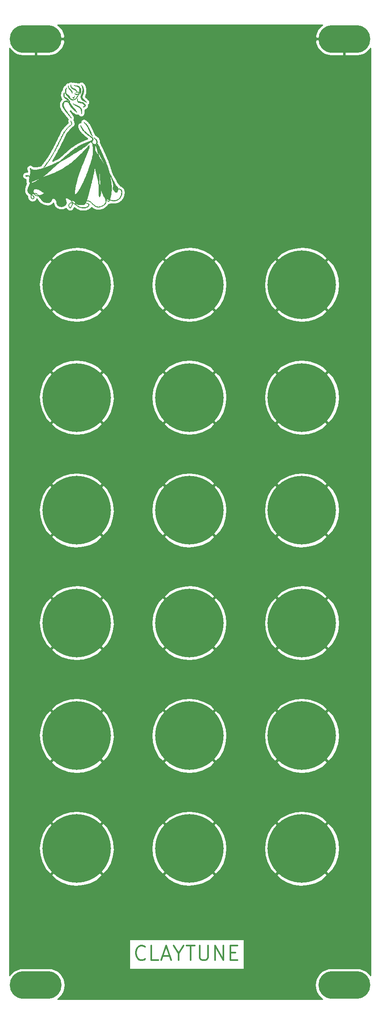
<source format=gbr>
G04 #@! TF.GenerationSoftware,KiCad,Pcbnew,(5.1.7)-1*
G04 #@! TF.CreationDate,2023-03-06T19:58:30+00:00*
G04 #@! TF.ProjectId,KOSMO-POLY6-JACKS,4b4f534d-4f2d-4504-9f4c-59362d4a4143,V0.1.0*
G04 #@! TF.SameCoordinates,Original*
G04 #@! TF.FileFunction,Copper,L1,Top*
G04 #@! TF.FilePolarity,Positive*
%FSLAX46Y46*%
G04 Gerber Fmt 4.6, Leading zero omitted, Abs format (unit mm)*
G04 Created by KiCad (PCBNEW (5.1.7)-1) date 2023-03-06 19:58:30*
%MOMM*%
%LPD*%
G01*
G04 APERTURE LIST*
G04 #@! TA.AperFunction,NonConductor*
%ADD10C,0.300000*%
G04 #@! TD*
G04 #@! TA.AperFunction,EtchedComponent*
%ADD11C,0.010000*%
G04 #@! TD*
G04 #@! TA.AperFunction,ComponentPad*
%ADD12C,14.000000*%
G04 #@! TD*
G04 #@! TA.AperFunction,ComponentPad*
%ADD13O,10.600000X5.600000*%
G04 #@! TD*
G04 #@! TA.AperFunction,Conductor*
%ADD14C,0.254000*%
G04 #@! TD*
G04 #@! TA.AperFunction,Conductor*
%ADD15C,0.100000*%
G04 #@! TD*
G04 APERTURE END LIST*
D10*
X133873000Y-195933428D02*
X133730142Y-196076285D01*
X133301571Y-196219142D01*
X133015857Y-196219142D01*
X132587285Y-196076285D01*
X132301571Y-195790571D01*
X132158714Y-195504857D01*
X132015857Y-194933428D01*
X132015857Y-194504857D01*
X132158714Y-193933428D01*
X132301571Y-193647714D01*
X132587285Y-193362000D01*
X133015857Y-193219142D01*
X133301571Y-193219142D01*
X133730142Y-193362000D01*
X133873000Y-193504857D01*
X136587285Y-196219142D02*
X135158714Y-196219142D01*
X135158714Y-193219142D01*
X137444428Y-195362000D02*
X138873000Y-195362000D01*
X137158714Y-196219142D02*
X138158714Y-193219142D01*
X139158714Y-196219142D01*
X140730142Y-194790571D02*
X140730142Y-196219142D01*
X139730142Y-193219142D02*
X140730142Y-194790571D01*
X141730142Y-193219142D01*
X142301571Y-193219142D02*
X144015857Y-193219142D01*
X143158714Y-196219142D02*
X143158714Y-193219142D01*
X145015857Y-193219142D02*
X145015857Y-195647714D01*
X145158714Y-195933428D01*
X145301571Y-196076285D01*
X145587285Y-196219142D01*
X146158714Y-196219142D01*
X146444428Y-196076285D01*
X146587285Y-195933428D01*
X146730142Y-195647714D01*
X146730142Y-193219142D01*
X148158714Y-196219142D02*
X148158714Y-193219142D01*
X149873000Y-196219142D01*
X149873000Y-193219142D01*
X151301571Y-194647714D02*
X152301571Y-194647714D01*
X152730142Y-196219142D02*
X151301571Y-196219142D01*
X151301571Y-193219142D01*
X152730142Y-193219142D01*
D11*
G36*
X118678286Y-17625589D02*
G01*
X118691708Y-17674766D01*
X118694789Y-17730694D01*
X118717083Y-17863081D01*
X118758353Y-17946305D01*
X118796300Y-18011547D01*
X118819030Y-18060531D01*
X118821917Y-18072767D01*
X118843821Y-18107388D01*
X118904707Y-18158367D01*
X118997338Y-18220860D01*
X119114474Y-18290026D01*
X119248877Y-18361023D01*
X119264139Y-18368605D01*
X119362472Y-18416048D01*
X119444304Y-18453473D01*
X119498633Y-18475958D01*
X119513733Y-18480239D01*
X119560400Y-18497788D01*
X119625312Y-18542633D01*
X119695665Y-18603065D01*
X119758657Y-18667379D01*
X119801485Y-18723868D01*
X119812662Y-18753562D01*
X119826635Y-18783158D01*
X119834225Y-18785344D01*
X119857358Y-18806065D01*
X119888986Y-18857521D01*
X119897377Y-18874333D01*
X119919931Y-18937608D01*
X119910764Y-18962754D01*
X119872242Y-18949377D01*
X119806730Y-18897082D01*
X119799740Y-18890593D01*
X119732252Y-18833788D01*
X119652592Y-18775888D01*
X119574419Y-18725790D01*
X119511393Y-18692388D01*
X119481974Y-18683642D01*
X119432424Y-18670532D01*
X119352089Y-18635439D01*
X119252408Y-18584718D01*
X119144818Y-18524722D01*
X119040757Y-18461807D01*
X118951665Y-18402327D01*
X118893300Y-18356597D01*
X118788266Y-18240442D01*
X118704307Y-18104942D01*
X118645707Y-17961672D01*
X118616752Y-17822209D01*
X118621726Y-17698128D01*
X118633946Y-17655992D01*
X118657741Y-17617745D01*
X118678286Y-17625589D01*
G37*
X118678286Y-17625589D02*
X118691708Y-17674766D01*
X118694789Y-17730694D01*
X118717083Y-17863081D01*
X118758353Y-17946305D01*
X118796300Y-18011547D01*
X118819030Y-18060531D01*
X118821917Y-18072767D01*
X118843821Y-18107388D01*
X118904707Y-18158367D01*
X118997338Y-18220860D01*
X119114474Y-18290026D01*
X119248877Y-18361023D01*
X119264139Y-18368605D01*
X119362472Y-18416048D01*
X119444304Y-18453473D01*
X119498633Y-18475958D01*
X119513733Y-18480239D01*
X119560400Y-18497788D01*
X119625312Y-18542633D01*
X119695665Y-18603065D01*
X119758657Y-18667379D01*
X119801485Y-18723868D01*
X119812662Y-18753562D01*
X119826635Y-18783158D01*
X119834225Y-18785344D01*
X119857358Y-18806065D01*
X119888986Y-18857521D01*
X119897377Y-18874333D01*
X119919931Y-18937608D01*
X119910764Y-18962754D01*
X119872242Y-18949377D01*
X119806730Y-18897082D01*
X119799740Y-18890593D01*
X119732252Y-18833788D01*
X119652592Y-18775888D01*
X119574419Y-18725790D01*
X119511393Y-18692388D01*
X119481974Y-18683642D01*
X119432424Y-18670532D01*
X119352089Y-18635439D01*
X119252408Y-18584718D01*
X119144818Y-18524722D01*
X119040757Y-18461807D01*
X118951665Y-18402327D01*
X118893300Y-18356597D01*
X118788266Y-18240442D01*
X118704307Y-18104942D01*
X118645707Y-17961672D01*
X118616752Y-17822209D01*
X118621726Y-17698128D01*
X118633946Y-17655992D01*
X118657741Y-17617745D01*
X118678286Y-17625589D01*
G36*
X118174596Y-17821607D02*
G01*
X118191107Y-17872238D01*
X118204230Y-17947065D01*
X118211050Y-18032790D01*
X118211427Y-18053981D01*
X118232499Y-18141850D01*
X118291774Y-18249395D01*
X118384257Y-18369468D01*
X118504950Y-18494922D01*
X118546078Y-18532686D01*
X118672750Y-18658335D01*
X118784399Y-18793058D01*
X118873990Y-18926649D01*
X118934491Y-19048906D01*
X118956783Y-19128587D01*
X118970945Y-19209939D01*
X118986378Y-19278802D01*
X118988822Y-19287496D01*
X118987938Y-19333013D01*
X118957933Y-19345884D01*
X118911719Y-19322079D01*
X118903278Y-19314193D01*
X118878505Y-19265344D01*
X118872767Y-19226087D01*
X118853373Y-19152669D01*
X118797524Y-19052933D01*
X118708716Y-18932017D01*
X118590448Y-18795058D01*
X118549628Y-18751485D01*
X118384051Y-18565366D01*
X118258956Y-18395922D01*
X118177738Y-18253860D01*
X118157882Y-18190921D01*
X118143694Y-18103844D01*
X118135841Y-18007368D01*
X118134988Y-17916229D01*
X118141802Y-17845164D01*
X118156949Y-17808911D01*
X118157611Y-17808470D01*
X118174596Y-17821607D01*
G37*
X118174596Y-17821607D02*
X118191107Y-17872238D01*
X118204230Y-17947065D01*
X118211050Y-18032790D01*
X118211427Y-18053981D01*
X118232499Y-18141850D01*
X118291774Y-18249395D01*
X118384257Y-18369468D01*
X118504950Y-18494922D01*
X118546078Y-18532686D01*
X118672750Y-18658335D01*
X118784399Y-18793058D01*
X118873990Y-18926649D01*
X118934491Y-19048906D01*
X118956783Y-19128587D01*
X118970945Y-19209939D01*
X118986378Y-19278802D01*
X118988822Y-19287496D01*
X118987938Y-19333013D01*
X118957933Y-19345884D01*
X118911719Y-19322079D01*
X118903278Y-19314193D01*
X118878505Y-19265344D01*
X118872767Y-19226087D01*
X118853373Y-19152669D01*
X118797524Y-19052933D01*
X118708716Y-18932017D01*
X118590448Y-18795058D01*
X118549628Y-18751485D01*
X118384051Y-18565366D01*
X118258956Y-18395922D01*
X118177738Y-18253860D01*
X118157882Y-18190921D01*
X118143694Y-18103844D01*
X118135841Y-18007368D01*
X118134988Y-17916229D01*
X118141802Y-17845164D01*
X118156949Y-17808911D01*
X118157611Y-17808470D01*
X118174596Y-17821607D01*
G36*
X119478733Y-19890382D02*
G01*
X119474930Y-19935090D01*
X119460454Y-19949708D01*
X119434558Y-19979801D01*
X119432127Y-19995170D01*
X119417700Y-20027623D01*
X119406701Y-20031190D01*
X119381930Y-20024366D01*
X119381276Y-20022383D01*
X119391602Y-19996268D01*
X119417195Y-19942594D01*
X119424980Y-19927038D01*
X119453944Y-19875321D01*
X119469980Y-19866125D01*
X119478733Y-19890382D01*
G37*
X119478733Y-19890382D02*
X119474930Y-19935090D01*
X119460454Y-19949708D01*
X119434558Y-19979801D01*
X119432127Y-19995170D01*
X119417700Y-20027623D01*
X119406701Y-20031190D01*
X119381930Y-20024366D01*
X119381276Y-20022383D01*
X119391602Y-19996268D01*
X119417195Y-19942594D01*
X119424980Y-19927038D01*
X119453944Y-19875321D01*
X119469980Y-19866125D01*
X119478733Y-19890382D01*
G36*
X119247883Y-20138391D02*
G01*
X119325983Y-20152814D01*
X119377403Y-20173044D01*
X119392950Y-20195963D01*
X119380414Y-20210238D01*
X119334475Y-20223859D01*
X119260159Y-20231602D01*
X119174093Y-20233514D01*
X119092905Y-20229644D01*
X119033219Y-20220040D01*
X119012607Y-20209168D01*
X119007190Y-20168563D01*
X119049462Y-20142983D01*
X119138354Y-20133011D01*
X119152292Y-20132891D01*
X119247883Y-20138391D01*
G37*
X119247883Y-20138391D02*
X119325983Y-20152814D01*
X119377403Y-20173044D01*
X119392950Y-20195963D01*
X119380414Y-20210238D01*
X119334475Y-20223859D01*
X119260159Y-20231602D01*
X119174093Y-20233514D01*
X119092905Y-20229644D01*
X119033219Y-20220040D01*
X119012607Y-20209168D01*
X119007190Y-20168563D01*
X119049462Y-20142983D01*
X119138354Y-20133011D01*
X119152292Y-20132891D01*
X119247883Y-20138391D01*
G36*
X119258318Y-20369248D02*
G01*
X119266862Y-20387146D01*
X119237577Y-20410560D01*
X119192389Y-20396063D01*
X119177873Y-20387146D01*
X119160969Y-20369619D01*
X119187904Y-20362710D01*
X119211155Y-20362109D01*
X119258318Y-20369248D01*
G37*
X119258318Y-20369248D02*
X119266862Y-20387146D01*
X119237577Y-20410560D01*
X119192389Y-20396063D01*
X119177873Y-20387146D01*
X119160969Y-20369619D01*
X119187904Y-20362710D01*
X119211155Y-20362109D01*
X119258318Y-20369248D01*
G36*
X119331826Y-17705825D02*
G01*
X119344409Y-17714706D01*
X119379467Y-17726785D01*
X119451858Y-17739261D01*
X119548128Y-17749994D01*
X119584679Y-17752921D01*
X119765434Y-17767323D01*
X119901417Y-17781527D01*
X119998698Y-17796343D01*
X120063348Y-17812583D01*
X120080475Y-17819232D01*
X120133912Y-17842809D01*
X120210539Y-17876434D01*
X120247524Y-17892618D01*
X120391635Y-17982080D01*
X120516044Y-18111148D01*
X120617411Y-18271283D01*
X120692395Y-18453944D01*
X120737655Y-18650592D01*
X120749850Y-18852685D01*
X120725639Y-19051684D01*
X120716111Y-19090449D01*
X120695558Y-19194894D01*
X120681798Y-19318100D01*
X120678274Y-19401910D01*
X120673397Y-19496673D01*
X120661026Y-19555543D01*
X120643961Y-19574602D01*
X120625004Y-19549932D01*
X120610489Y-19496727D01*
X120593023Y-19438189D01*
X120572987Y-19406237D01*
X120561526Y-19375564D01*
X120553525Y-19309084D01*
X120550846Y-19230289D01*
X120547938Y-19144560D01*
X120540354Y-19081248D01*
X120530815Y-19055645D01*
X120519394Y-19054567D01*
X120505091Y-19070387D01*
X120483905Y-19110707D01*
X120451836Y-19183131D01*
X120405465Y-19293852D01*
X120375032Y-19364463D01*
X120349166Y-19419940D01*
X120346711Y-19424738D01*
X120341629Y-19461386D01*
X120376832Y-19480234D01*
X120410626Y-19502768D01*
X120404251Y-19530486D01*
X120363778Y-19547416D01*
X120351027Y-19548107D01*
X120290950Y-19568052D01*
X120251435Y-19615617D01*
X120245740Y-19643402D01*
X120238071Y-19672254D01*
X120212999Y-19723691D01*
X120167434Y-19803244D01*
X120098282Y-19916444D01*
X120049396Y-19994537D01*
X120015152Y-20052805D01*
X119978382Y-20120179D01*
X119896482Y-20251311D01*
X119793618Y-20378171D01*
X119679523Y-20491588D01*
X119563927Y-20582395D01*
X119456564Y-20641422D01*
X119409616Y-20656028D01*
X119341732Y-20675482D01*
X119300412Y-20692897D01*
X119249382Y-20708076D01*
X119166873Y-20721154D01*
X119071306Y-20730524D01*
X118981101Y-20734578D01*
X118914678Y-20731707D01*
X118898193Y-20728009D01*
X118833504Y-20702670D01*
X118748792Y-20666432D01*
X118631226Y-20613809D01*
X118550025Y-20567264D01*
X118457509Y-20498825D01*
X118360853Y-20415866D01*
X118267234Y-20325760D01*
X118183826Y-20235878D01*
X118117804Y-20153594D01*
X118076345Y-20086281D01*
X118071024Y-20061666D01*
X118166103Y-20061666D01*
X118197778Y-20112581D01*
X118218404Y-20138756D01*
X118267885Y-20190574D01*
X118302027Y-20209647D01*
X118313408Y-20194783D01*
X118295531Y-20145331D01*
X118253555Y-20090282D01*
X118211124Y-20056303D01*
X118170492Y-20042240D01*
X118166103Y-20061666D01*
X118071024Y-20061666D01*
X118066623Y-20041310D01*
X118068886Y-20036013D01*
X118060754Y-20004689D01*
X118020184Y-19951515D01*
X117955233Y-19885399D01*
X117873958Y-19815249D01*
X117857545Y-19802361D01*
X117782891Y-19743954D01*
X117734718Y-19702725D01*
X117699027Y-19665073D01*
X117661819Y-19617402D01*
X117648152Y-19598957D01*
X117567653Y-19455008D01*
X117517723Y-19280338D01*
X117496960Y-19069550D01*
X117496162Y-19012806D01*
X117501239Y-18866545D01*
X117519189Y-18737464D01*
X117554095Y-18608550D01*
X117610039Y-18462789D01*
X117649770Y-18372545D01*
X117697988Y-18283151D01*
X117736008Y-18241922D01*
X117759351Y-18246498D01*
X117763540Y-18294515D01*
X117744095Y-18383612D01*
X117733438Y-18416675D01*
X117702779Y-18525637D01*
X117678230Y-18650063D01*
X117660630Y-18779198D01*
X117650821Y-18902290D01*
X117649643Y-19008583D01*
X117657938Y-19087323D01*
X117676546Y-19127757D01*
X117677772Y-19128587D01*
X117697335Y-19163576D01*
X117703198Y-19207377D01*
X117723093Y-19300826D01*
X117775803Y-19403286D01*
X117850866Y-19497067D01*
X117900010Y-19540133D01*
X117959420Y-19585352D01*
X118000002Y-19617968D01*
X118008303Y-19625580D01*
X118036284Y-19646598D01*
X118091025Y-19682113D01*
X118113278Y-19695813D01*
X118226862Y-19781889D01*
X118332081Y-19892470D01*
X118420705Y-20015658D01*
X118484503Y-20139550D01*
X118515246Y-20252249D01*
X118516812Y-20279267D01*
X118519990Y-20315875D01*
X118533336Y-20348649D01*
X118562570Y-20381576D01*
X118613410Y-20418640D01*
X118691575Y-20463828D01*
X118802782Y-20521126D01*
X118952751Y-20594518D01*
X119005906Y-20620150D01*
X119070192Y-20638112D01*
X119137091Y-20638904D01*
X119184185Y-20623033D01*
X119190585Y-20615974D01*
X119225072Y-20597425D01*
X119278728Y-20590549D01*
X119366286Y-20573044D01*
X119471821Y-20526493D01*
X119579507Y-20459842D01*
X119673522Y-20382036D01*
X119702962Y-20350719D01*
X119760827Y-20276556D01*
X119829666Y-20178479D01*
X119895294Y-20076764D01*
X119899828Y-20069328D01*
X119997918Y-19907252D01*
X120071544Y-19784562D01*
X120122977Y-19697386D01*
X120154488Y-19641856D01*
X120168351Y-19614100D01*
X120169464Y-19609981D01*
X120146945Y-19599225D01*
X120082091Y-19608684D01*
X119978955Y-19637746D01*
X119972897Y-19639693D01*
X119902889Y-19660661D01*
X119851865Y-19666668D01*
X119800392Y-19655670D01*
X119729040Y-19625624D01*
X119696654Y-19610637D01*
X119572025Y-19546912D01*
X119491910Y-19492659D01*
X119458456Y-19449388D01*
X119457552Y-19442464D01*
X119477731Y-19423600D01*
X119525994Y-19425107D01*
X119578668Y-19443927D01*
X119730104Y-19500845D01*
X119877033Y-19514512D01*
X119955728Y-19501990D01*
X120043176Y-19483032D01*
X120123682Y-19472557D01*
X120142541Y-19471830D01*
X120202373Y-19459637D01*
X120244378Y-19414268D01*
X120256591Y-19391648D01*
X120289194Y-19313196D01*
X120288915Y-19261805D01*
X120253161Y-19223691D01*
X120221578Y-19205516D01*
X120155181Y-19183933D01*
X120053146Y-19171289D01*
X119908481Y-19166763D01*
X119891047Y-19166725D01*
X119775586Y-19164381D01*
X119689944Y-19157887D01*
X119642423Y-19148054D01*
X119635530Y-19141784D01*
X119657401Y-19119452D01*
X119705450Y-19103241D01*
X119775966Y-19088597D01*
X119863141Y-19069343D01*
X119883793Y-19064618D01*
X120006275Y-19043537D01*
X120102872Y-19047196D01*
X120193220Y-19077665D01*
X120239606Y-19102120D01*
X120347886Y-19164029D01*
X120389010Y-19070032D01*
X120411332Y-18995311D01*
X120425236Y-18888454D01*
X120431659Y-18741335D01*
X120432213Y-18696355D01*
X120432345Y-18571570D01*
X120429017Y-18484754D01*
X120419946Y-18423039D01*
X120402848Y-18373558D01*
X120375440Y-18323442D01*
X120362292Y-18302261D01*
X120305933Y-18221646D01*
X120245903Y-18148894D01*
X120221795Y-18124283D01*
X120154480Y-18071541D01*
X120070725Y-18018875D01*
X119986849Y-17975241D01*
X119919168Y-17949596D01*
X119897581Y-17946305D01*
X119848991Y-17936320D01*
X119783277Y-17912108D01*
X119779213Y-17910303D01*
X119697879Y-17880403D01*
X119622818Y-17861545D01*
X119460363Y-17825999D01*
X119346984Y-17781768D01*
X119295511Y-17744713D01*
X119263537Y-17707247D01*
X119269659Y-17693014D01*
X119281552Y-17692050D01*
X119331826Y-17705825D01*
G37*
X119331826Y-17705825D02*
X119344409Y-17714706D01*
X119379467Y-17726785D01*
X119451858Y-17739261D01*
X119548128Y-17749994D01*
X119584679Y-17752921D01*
X119765434Y-17767323D01*
X119901417Y-17781527D01*
X119998698Y-17796343D01*
X120063348Y-17812583D01*
X120080475Y-17819232D01*
X120133912Y-17842809D01*
X120210539Y-17876434D01*
X120247524Y-17892618D01*
X120391635Y-17982080D01*
X120516044Y-18111148D01*
X120617411Y-18271283D01*
X120692395Y-18453944D01*
X120737655Y-18650592D01*
X120749850Y-18852685D01*
X120725639Y-19051684D01*
X120716111Y-19090449D01*
X120695558Y-19194894D01*
X120681798Y-19318100D01*
X120678274Y-19401910D01*
X120673397Y-19496673D01*
X120661026Y-19555543D01*
X120643961Y-19574602D01*
X120625004Y-19549932D01*
X120610489Y-19496727D01*
X120593023Y-19438189D01*
X120572987Y-19406237D01*
X120561526Y-19375564D01*
X120553525Y-19309084D01*
X120550846Y-19230289D01*
X120547938Y-19144560D01*
X120540354Y-19081248D01*
X120530815Y-19055645D01*
X120519394Y-19054567D01*
X120505091Y-19070387D01*
X120483905Y-19110707D01*
X120451836Y-19183131D01*
X120405465Y-19293852D01*
X120375032Y-19364463D01*
X120349166Y-19419940D01*
X120346711Y-19424738D01*
X120341629Y-19461386D01*
X120376832Y-19480234D01*
X120410626Y-19502768D01*
X120404251Y-19530486D01*
X120363778Y-19547416D01*
X120351027Y-19548107D01*
X120290950Y-19568052D01*
X120251435Y-19615617D01*
X120245740Y-19643402D01*
X120238071Y-19672254D01*
X120212999Y-19723691D01*
X120167434Y-19803244D01*
X120098282Y-19916444D01*
X120049396Y-19994537D01*
X120015152Y-20052805D01*
X119978382Y-20120179D01*
X119896482Y-20251311D01*
X119793618Y-20378171D01*
X119679523Y-20491588D01*
X119563927Y-20582395D01*
X119456564Y-20641422D01*
X119409616Y-20656028D01*
X119341732Y-20675482D01*
X119300412Y-20692897D01*
X119249382Y-20708076D01*
X119166873Y-20721154D01*
X119071306Y-20730524D01*
X118981101Y-20734578D01*
X118914678Y-20731707D01*
X118898193Y-20728009D01*
X118833504Y-20702670D01*
X118748792Y-20666432D01*
X118631226Y-20613809D01*
X118550025Y-20567264D01*
X118457509Y-20498825D01*
X118360853Y-20415866D01*
X118267234Y-20325760D01*
X118183826Y-20235878D01*
X118117804Y-20153594D01*
X118076345Y-20086281D01*
X118071024Y-20061666D01*
X118166103Y-20061666D01*
X118197778Y-20112581D01*
X118218404Y-20138756D01*
X118267885Y-20190574D01*
X118302027Y-20209647D01*
X118313408Y-20194783D01*
X118295531Y-20145331D01*
X118253555Y-20090282D01*
X118211124Y-20056303D01*
X118170492Y-20042240D01*
X118166103Y-20061666D01*
X118071024Y-20061666D01*
X118066623Y-20041310D01*
X118068886Y-20036013D01*
X118060754Y-20004689D01*
X118020184Y-19951515D01*
X117955233Y-19885399D01*
X117873958Y-19815249D01*
X117857545Y-19802361D01*
X117782891Y-19743954D01*
X117734718Y-19702725D01*
X117699027Y-19665073D01*
X117661819Y-19617402D01*
X117648152Y-19598957D01*
X117567653Y-19455008D01*
X117517723Y-19280338D01*
X117496960Y-19069550D01*
X117496162Y-19012806D01*
X117501239Y-18866545D01*
X117519189Y-18737464D01*
X117554095Y-18608550D01*
X117610039Y-18462789D01*
X117649770Y-18372545D01*
X117697988Y-18283151D01*
X117736008Y-18241922D01*
X117759351Y-18246498D01*
X117763540Y-18294515D01*
X117744095Y-18383612D01*
X117733438Y-18416675D01*
X117702779Y-18525637D01*
X117678230Y-18650063D01*
X117660630Y-18779198D01*
X117650821Y-18902290D01*
X117649643Y-19008583D01*
X117657938Y-19087323D01*
X117676546Y-19127757D01*
X117677772Y-19128587D01*
X117697335Y-19163576D01*
X117703198Y-19207377D01*
X117723093Y-19300826D01*
X117775803Y-19403286D01*
X117850866Y-19497067D01*
X117900010Y-19540133D01*
X117959420Y-19585352D01*
X118000002Y-19617968D01*
X118008303Y-19625580D01*
X118036284Y-19646598D01*
X118091025Y-19682113D01*
X118113278Y-19695813D01*
X118226862Y-19781889D01*
X118332081Y-19892470D01*
X118420705Y-20015658D01*
X118484503Y-20139550D01*
X118515246Y-20252249D01*
X118516812Y-20279267D01*
X118519990Y-20315875D01*
X118533336Y-20348649D01*
X118562570Y-20381576D01*
X118613410Y-20418640D01*
X118691575Y-20463828D01*
X118802782Y-20521126D01*
X118952751Y-20594518D01*
X119005906Y-20620150D01*
X119070192Y-20638112D01*
X119137091Y-20638904D01*
X119184185Y-20623033D01*
X119190585Y-20615974D01*
X119225072Y-20597425D01*
X119278728Y-20590549D01*
X119366286Y-20573044D01*
X119471821Y-20526493D01*
X119579507Y-20459842D01*
X119673522Y-20382036D01*
X119702962Y-20350719D01*
X119760827Y-20276556D01*
X119829666Y-20178479D01*
X119895294Y-20076764D01*
X119899828Y-20069328D01*
X119997918Y-19907252D01*
X120071544Y-19784562D01*
X120122977Y-19697386D01*
X120154488Y-19641856D01*
X120168351Y-19614100D01*
X120169464Y-19609981D01*
X120146945Y-19599225D01*
X120082091Y-19608684D01*
X119978955Y-19637746D01*
X119972897Y-19639693D01*
X119902889Y-19660661D01*
X119851865Y-19666668D01*
X119800392Y-19655670D01*
X119729040Y-19625624D01*
X119696654Y-19610637D01*
X119572025Y-19546912D01*
X119491910Y-19492659D01*
X119458456Y-19449388D01*
X119457552Y-19442464D01*
X119477731Y-19423600D01*
X119525994Y-19425107D01*
X119578668Y-19443927D01*
X119730104Y-19500845D01*
X119877033Y-19514512D01*
X119955728Y-19501990D01*
X120043176Y-19483032D01*
X120123682Y-19472557D01*
X120142541Y-19471830D01*
X120202373Y-19459637D01*
X120244378Y-19414268D01*
X120256591Y-19391648D01*
X120289194Y-19313196D01*
X120288915Y-19261805D01*
X120253161Y-19223691D01*
X120221578Y-19205516D01*
X120155181Y-19183933D01*
X120053146Y-19171289D01*
X119908481Y-19166763D01*
X119891047Y-19166725D01*
X119775586Y-19164381D01*
X119689944Y-19157887D01*
X119642423Y-19148054D01*
X119635530Y-19141784D01*
X119657401Y-19119452D01*
X119705450Y-19103241D01*
X119775966Y-19088597D01*
X119863141Y-19069343D01*
X119883793Y-19064618D01*
X120006275Y-19043537D01*
X120102872Y-19047196D01*
X120193220Y-19077665D01*
X120239606Y-19102120D01*
X120347886Y-19164029D01*
X120389010Y-19070032D01*
X120411332Y-18995311D01*
X120425236Y-18888454D01*
X120431659Y-18741335D01*
X120432213Y-18696355D01*
X120432345Y-18571570D01*
X120429017Y-18484754D01*
X120419946Y-18423039D01*
X120402848Y-18373558D01*
X120375440Y-18323442D01*
X120362292Y-18302261D01*
X120305933Y-18221646D01*
X120245903Y-18148894D01*
X120221795Y-18124283D01*
X120154480Y-18071541D01*
X120070725Y-18018875D01*
X119986849Y-17975241D01*
X119919168Y-17949596D01*
X119897581Y-17946305D01*
X119848991Y-17936320D01*
X119783277Y-17912108D01*
X119779213Y-17910303D01*
X119697879Y-17880403D01*
X119622818Y-17861545D01*
X119460363Y-17825999D01*
X119346984Y-17781768D01*
X119295511Y-17744713D01*
X119263537Y-17707247D01*
X119269659Y-17693014D01*
X119281552Y-17692050D01*
X119331826Y-17705825D01*
G36*
X120878731Y-17665209D02*
G01*
X120937982Y-17714810D01*
X121006907Y-17799490D01*
X121078061Y-17906444D01*
X121143998Y-18022867D01*
X121197274Y-18135955D01*
X121230444Y-18232904D01*
X121237715Y-18282633D01*
X121246542Y-18343501D01*
X121267968Y-18422337D01*
X121274737Y-18442101D01*
X121293007Y-18522307D01*
X121305497Y-18636251D01*
X121312140Y-18769938D01*
X121312867Y-18909373D01*
X121307610Y-19040561D01*
X121296302Y-19149507D01*
X121278875Y-19222216D01*
X121278520Y-19223070D01*
X121247204Y-19305443D01*
X121216751Y-19397131D01*
X121213406Y-19408267D01*
X121174281Y-19527940D01*
X121118523Y-19676524D01*
X121083506Y-19764223D01*
X121040141Y-19897820D01*
X121018282Y-20024890D01*
X121019966Y-20130394D01*
X121028997Y-20166965D01*
X121050038Y-20238980D01*
X121059331Y-20298144D01*
X121059354Y-20300142D01*
X121077988Y-20353251D01*
X121129270Y-20430135D01*
X121206272Y-20522642D01*
X121302063Y-20622618D01*
X121409714Y-20721910D01*
X121438887Y-20746689D01*
X121556411Y-20846665D01*
X121666085Y-20943614D01*
X121761501Y-21031504D01*
X121836251Y-21104302D01*
X121883925Y-21155977D01*
X121898393Y-21179204D01*
X121889851Y-21197474D01*
X121858339Y-21194689D01*
X121795030Y-21169134D01*
X121758553Y-21152022D01*
X121678420Y-21114522D01*
X121577533Y-21068459D01*
X121504299Y-21035634D01*
X121345148Y-20963912D01*
X121224140Y-20906155D01*
X121132283Y-20857247D01*
X121060586Y-20812072D01*
X121000057Y-20765510D01*
X120949474Y-20719882D01*
X120853737Y-20614049D01*
X120782961Y-20497786D01*
X120731814Y-20359039D01*
X120694968Y-20185755D01*
X120685631Y-20123246D01*
X120687910Y-20018456D01*
X120718867Y-19876319D01*
X120778838Y-19695740D01*
X120868160Y-19475627D01*
X120922915Y-19352634D01*
X120956135Y-19273401D01*
X120977985Y-19209022D01*
X120983078Y-19182513D01*
X120997969Y-19138553D01*
X121008503Y-19128587D01*
X121017044Y-19098967D01*
X121023861Y-19028105D01*
X121028929Y-18925583D01*
X121032224Y-18800980D01*
X121033719Y-18663879D01*
X121033391Y-18523859D01*
X121031214Y-18390502D01*
X121027162Y-18273389D01*
X121021211Y-18182100D01*
X121013336Y-18126216D01*
X121011151Y-18119123D01*
X120989580Y-18058041D01*
X120963291Y-17976203D01*
X120955120Y-17949298D01*
X120928087Y-17874415D01*
X120899553Y-17818257D01*
X120890164Y-17806173D01*
X120860231Y-17758289D01*
X120841050Y-17705097D01*
X120832148Y-17657667D01*
X120846431Y-17649866D01*
X120878731Y-17665209D01*
G37*
X120878731Y-17665209D02*
X120937982Y-17714810D01*
X121006907Y-17799490D01*
X121078061Y-17906444D01*
X121143998Y-18022867D01*
X121197274Y-18135955D01*
X121230444Y-18232904D01*
X121237715Y-18282633D01*
X121246542Y-18343501D01*
X121267968Y-18422337D01*
X121274737Y-18442101D01*
X121293007Y-18522307D01*
X121305497Y-18636251D01*
X121312140Y-18769938D01*
X121312867Y-18909373D01*
X121307610Y-19040561D01*
X121296302Y-19149507D01*
X121278875Y-19222216D01*
X121278520Y-19223070D01*
X121247204Y-19305443D01*
X121216751Y-19397131D01*
X121213406Y-19408267D01*
X121174281Y-19527940D01*
X121118523Y-19676524D01*
X121083506Y-19764223D01*
X121040141Y-19897820D01*
X121018282Y-20024890D01*
X121019966Y-20130394D01*
X121028997Y-20166965D01*
X121050038Y-20238980D01*
X121059331Y-20298144D01*
X121059354Y-20300142D01*
X121077988Y-20353251D01*
X121129270Y-20430135D01*
X121206272Y-20522642D01*
X121302063Y-20622618D01*
X121409714Y-20721910D01*
X121438887Y-20746689D01*
X121556411Y-20846665D01*
X121666085Y-20943614D01*
X121761501Y-21031504D01*
X121836251Y-21104302D01*
X121883925Y-21155977D01*
X121898393Y-21179204D01*
X121889851Y-21197474D01*
X121858339Y-21194689D01*
X121795030Y-21169134D01*
X121758553Y-21152022D01*
X121678420Y-21114522D01*
X121577533Y-21068459D01*
X121504299Y-21035634D01*
X121345148Y-20963912D01*
X121224140Y-20906155D01*
X121132283Y-20857247D01*
X121060586Y-20812072D01*
X121000057Y-20765510D01*
X120949474Y-20719882D01*
X120853737Y-20614049D01*
X120782961Y-20497786D01*
X120731814Y-20359039D01*
X120694968Y-20185755D01*
X120685631Y-20123246D01*
X120687910Y-20018456D01*
X120718867Y-19876319D01*
X120778838Y-19695740D01*
X120868160Y-19475627D01*
X120922915Y-19352634D01*
X120956135Y-19273401D01*
X120977985Y-19209022D01*
X120983078Y-19182513D01*
X120997969Y-19138553D01*
X121008503Y-19128587D01*
X121017044Y-19098967D01*
X121023861Y-19028105D01*
X121028929Y-18925583D01*
X121032224Y-18800980D01*
X121033719Y-18663879D01*
X121033391Y-18523859D01*
X121031214Y-18390502D01*
X121027162Y-18273389D01*
X121021211Y-18182100D01*
X121013336Y-18126216D01*
X121011151Y-18119123D01*
X120989580Y-18058041D01*
X120963291Y-17976203D01*
X120955120Y-17949298D01*
X120928087Y-17874415D01*
X120899553Y-17818257D01*
X120890164Y-17806173D01*
X120860231Y-17758289D01*
X120841050Y-17705097D01*
X120832148Y-17657667D01*
X120846431Y-17649866D01*
X120878731Y-17665209D01*
G36*
X120043769Y-20466884D02*
G01*
X120053976Y-20510665D01*
X120059815Y-20587738D01*
X120060153Y-20672221D01*
X120064664Y-20791320D01*
X120090865Y-20874862D01*
X120145980Y-20936043D01*
X120231686Y-20985461D01*
X120308283Y-21015017D01*
X120419020Y-21049712D01*
X120548059Y-21085294D01*
X120679563Y-21117509D01*
X120797697Y-21142105D01*
X120843238Y-21149697D01*
X121070557Y-21205658D01*
X121268332Y-21302748D01*
X121438790Y-21442399D01*
X121583752Y-21625414D01*
X121648957Y-21747716D01*
X121670422Y-21851783D01*
X121647942Y-21945660D01*
X121581310Y-22037392D01*
X121572972Y-22045988D01*
X121496763Y-22111141D01*
X121420925Y-22144129D01*
X121364459Y-22153781D01*
X121278789Y-22155515D01*
X121203751Y-22144520D01*
X121186481Y-22138577D01*
X121153320Y-22121873D01*
X121150550Y-22108164D01*
X121184247Y-22091213D01*
X121257377Y-22065827D01*
X121331893Y-22039641D01*
X121383013Y-22019243D01*
X121397216Y-22011279D01*
X121412345Y-21984217D01*
X121434379Y-21944798D01*
X121459056Y-21887368D01*
X121466161Y-21852202D01*
X121448499Y-21811458D01*
X121402247Y-21748700D01*
X121337506Y-21674911D01*
X121264377Y-21601075D01*
X121192960Y-21538175D01*
X121146767Y-21504890D01*
X121064586Y-21461045D01*
X120965137Y-21417693D01*
X120865419Y-21381254D01*
X120782430Y-21358144D01*
X120745308Y-21353312D01*
X120697984Y-21346743D01*
X120618689Y-21326067D01*
X120502467Y-21289830D01*
X120344364Y-21236578D01*
X120326356Y-21230363D01*
X120163405Y-21153392D01*
X120042258Y-21050593D01*
X119964540Y-20924027D01*
X119931875Y-20775754D01*
X119931061Y-20728992D01*
X119939958Y-20643875D01*
X119959541Y-20563821D01*
X119985312Y-20499284D01*
X120012777Y-20460722D01*
X120037440Y-20458591D01*
X120043769Y-20466884D01*
G37*
X120043769Y-20466884D02*
X120053976Y-20510665D01*
X120059815Y-20587738D01*
X120060153Y-20672221D01*
X120064664Y-20791320D01*
X120090865Y-20874862D01*
X120145980Y-20936043D01*
X120231686Y-20985461D01*
X120308283Y-21015017D01*
X120419020Y-21049712D01*
X120548059Y-21085294D01*
X120679563Y-21117509D01*
X120797697Y-21142105D01*
X120843238Y-21149697D01*
X121070557Y-21205658D01*
X121268332Y-21302748D01*
X121438790Y-21442399D01*
X121583752Y-21625414D01*
X121648957Y-21747716D01*
X121670422Y-21851783D01*
X121647942Y-21945660D01*
X121581310Y-22037392D01*
X121572972Y-22045988D01*
X121496763Y-22111141D01*
X121420925Y-22144129D01*
X121364459Y-22153781D01*
X121278789Y-22155515D01*
X121203751Y-22144520D01*
X121186481Y-22138577D01*
X121153320Y-22121873D01*
X121150550Y-22108164D01*
X121184247Y-22091213D01*
X121257377Y-22065827D01*
X121331893Y-22039641D01*
X121383013Y-22019243D01*
X121397216Y-22011279D01*
X121412345Y-21984217D01*
X121434379Y-21944798D01*
X121459056Y-21887368D01*
X121466161Y-21852202D01*
X121448499Y-21811458D01*
X121402247Y-21748700D01*
X121337506Y-21674911D01*
X121264377Y-21601075D01*
X121192960Y-21538175D01*
X121146767Y-21504890D01*
X121064586Y-21461045D01*
X120965137Y-21417693D01*
X120865419Y-21381254D01*
X120782430Y-21358144D01*
X120745308Y-21353312D01*
X120697984Y-21346743D01*
X120618689Y-21326067D01*
X120502467Y-21289830D01*
X120344364Y-21236578D01*
X120326356Y-21230363D01*
X120163405Y-21153392D01*
X120042258Y-21050593D01*
X119964540Y-20924027D01*
X119931875Y-20775754D01*
X119931061Y-20728992D01*
X119939958Y-20643875D01*
X119959541Y-20563821D01*
X119985312Y-20499284D01*
X120012777Y-20460722D01*
X120037440Y-20458591D01*
X120043769Y-20466884D01*
G36*
X119163000Y-21480306D02*
G01*
X119242521Y-21509508D01*
X119353024Y-21560340D01*
X119388498Y-21578076D01*
X119524556Y-21644583D01*
X119681600Y-21717466D01*
X119833251Y-21784597D01*
X119888209Y-21807834D01*
X120139513Y-21919646D01*
X120346020Y-22029674D01*
X120513335Y-22142901D01*
X120647061Y-22264308D01*
X120752800Y-22398876D01*
X120836155Y-22551588D01*
X120894702Y-22702706D01*
X120914405Y-22793942D01*
X120926198Y-22915531D01*
X120930359Y-23053806D01*
X120927168Y-23195100D01*
X120916902Y-23325744D01*
X120899838Y-23432072D01*
X120878557Y-23496328D01*
X120847949Y-23539872D01*
X120824289Y-23550358D01*
X120822974Y-23549298D01*
X120815592Y-23517898D01*
X120809694Y-23447104D01*
X120805997Y-23348364D01*
X120805100Y-23264005D01*
X120796057Y-23048410D01*
X120766555Y-22866638D01*
X120713032Y-22704553D01*
X120631928Y-22548018D01*
X120619770Y-22528291D01*
X120533420Y-22408632D01*
X120429063Y-22300697D01*
X120299736Y-22199389D01*
X120138478Y-22099611D01*
X119938326Y-21996267D01*
X119813508Y-21938039D01*
X119727465Y-21894996D01*
X119618748Y-21834839D01*
X119498911Y-21764627D01*
X119379508Y-21691418D01*
X119272092Y-21622270D01*
X119188216Y-21564242D01*
X119144465Y-21529310D01*
X119110558Y-21489525D01*
X119117874Y-21473418D01*
X119163000Y-21480306D01*
G37*
X119163000Y-21480306D02*
X119242521Y-21509508D01*
X119353024Y-21560340D01*
X119388498Y-21578076D01*
X119524556Y-21644583D01*
X119681600Y-21717466D01*
X119833251Y-21784597D01*
X119888209Y-21807834D01*
X120139513Y-21919646D01*
X120346020Y-22029674D01*
X120513335Y-22142901D01*
X120647061Y-22264308D01*
X120752800Y-22398876D01*
X120836155Y-22551588D01*
X120894702Y-22702706D01*
X120914405Y-22793942D01*
X120926198Y-22915531D01*
X120930359Y-23053806D01*
X120927168Y-23195100D01*
X120916902Y-23325744D01*
X120899838Y-23432072D01*
X120878557Y-23496328D01*
X120847949Y-23539872D01*
X120824289Y-23550358D01*
X120822974Y-23549298D01*
X120815592Y-23517898D01*
X120809694Y-23447104D01*
X120805997Y-23348364D01*
X120805100Y-23264005D01*
X120796057Y-23048410D01*
X120766555Y-22866638D01*
X120713032Y-22704553D01*
X120631928Y-22548018D01*
X120619770Y-22528291D01*
X120533420Y-22408632D01*
X120429063Y-22300697D01*
X120299736Y-22199389D01*
X120138478Y-22099611D01*
X119938326Y-21996267D01*
X119813508Y-21938039D01*
X119727465Y-21894996D01*
X119618748Y-21834839D01*
X119498911Y-21764627D01*
X119379508Y-21691418D01*
X119272092Y-21622270D01*
X119188216Y-21564242D01*
X119144465Y-21529310D01*
X119110558Y-21489525D01*
X119117874Y-21473418D01*
X119163000Y-21480306D01*
G36*
X117335672Y-19199430D02*
G01*
X117344883Y-19226898D01*
X117342412Y-19282995D01*
X117328359Y-19376164D01*
X117317579Y-19436262D01*
X117305517Y-19629722D01*
X117337302Y-19821349D01*
X117387558Y-19951641D01*
X117449709Y-20039368D01*
X117557509Y-20145768D01*
X117709757Y-20269752D01*
X117852497Y-20373698D01*
X117960373Y-20452950D01*
X118068592Y-20538559D01*
X118159364Y-20616248D01*
X118187145Y-20642242D01*
X118279668Y-20747481D01*
X118355616Y-20862772D01*
X118408901Y-20976126D01*
X118433436Y-21075553D01*
X118431737Y-21123980D01*
X118429503Y-21172249D01*
X118445828Y-21226720D01*
X118485684Y-21299732D01*
X118530320Y-21368589D01*
X118583496Y-21450469D01*
X118623353Y-21516759D01*
X118642994Y-21555834D01*
X118643939Y-21560082D01*
X118660416Y-21582046D01*
X118663008Y-21582267D01*
X118685331Y-21601950D01*
X118726919Y-21653872D01*
X118779471Y-21727536D01*
X118788901Y-21741470D01*
X118858354Y-21838664D01*
X118945411Y-21951805D01*
X119033363Y-22059311D01*
X119049586Y-22078230D01*
X119210548Y-22264750D01*
X119340288Y-22416572D01*
X119441478Y-22536907D01*
X119516790Y-22628969D01*
X119568894Y-22695968D01*
X119599118Y-22738997D01*
X119646443Y-22807060D01*
X119692225Y-22864220D01*
X119692535Y-22864562D01*
X119726177Y-22907919D01*
X119737232Y-22932077D01*
X119752294Y-22960219D01*
X119791038Y-23013211D01*
X119826221Y-23056815D01*
X119875731Y-23119993D01*
X119908039Y-23168737D01*
X119915210Y-23186348D01*
X119906392Y-23205836D01*
X119877133Y-23203213D01*
X119823227Y-23176174D01*
X119740467Y-23122412D01*
X119624646Y-23039622D01*
X119559254Y-22991265D01*
X119388274Y-22855618D01*
X119211100Y-22700343D01*
X119037112Y-22534781D01*
X118875689Y-22368275D01*
X118736209Y-22210167D01*
X118628050Y-22069799D01*
X118615015Y-22050713D01*
X118455407Y-21797646D01*
X118330515Y-21566265D01*
X118277645Y-21451671D01*
X118238434Y-21382332D01*
X118178215Y-21298037D01*
X118126234Y-21235555D01*
X118026480Y-21142757D01*
X117919880Y-21084053D01*
X117796988Y-21057286D01*
X117648361Y-21060297D01*
X117479600Y-21087754D01*
X117377870Y-21133692D01*
X117295489Y-21221496D01*
X117234765Y-21345119D01*
X117198004Y-21498516D01*
X117187516Y-21675642D01*
X117198700Y-21823682D01*
X117213602Y-21926451D01*
X117228981Y-22014480D01*
X117241944Y-22071546D01*
X117244036Y-22077936D01*
X117275141Y-22151548D01*
X117320841Y-22247340D01*
X117372960Y-22349451D01*
X117423323Y-22442018D01*
X117463753Y-22509180D01*
X117473383Y-22522881D01*
X117516658Y-22581822D01*
X117576000Y-22664981D01*
X117645646Y-22764014D01*
X117719835Y-22870573D01*
X117792803Y-22976315D01*
X117858789Y-23072893D01*
X117912032Y-23151962D01*
X117946768Y-23205177D01*
X117957452Y-23223988D01*
X117971349Y-23252576D01*
X117982547Y-23267648D01*
X118039864Y-23341786D01*
X118107533Y-23434912D01*
X118172201Y-23528162D01*
X118220511Y-23602671D01*
X118224788Y-23609818D01*
X118260691Y-23663301D01*
X118287977Y-23691266D01*
X118291751Y-23692451D01*
X118313698Y-23713116D01*
X118324128Y-23736945D01*
X118348418Y-23781000D01*
X118394834Y-23844404D01*
X118427055Y-23883142D01*
X118477321Y-23945852D01*
X118509728Y-23996117D01*
X118516324Y-24014506D01*
X118532109Y-24048952D01*
X118538308Y-24052644D01*
X118563819Y-24077208D01*
X118607442Y-24131791D01*
X118659932Y-24203550D01*
X118712042Y-24279643D01*
X118754526Y-24347224D01*
X118768635Y-24372581D01*
X118781801Y-24417464D01*
X118765031Y-24431809D01*
X118728078Y-24416862D01*
X118680698Y-24373869D01*
X118669135Y-24359868D01*
X118620915Y-24302039D01*
X118554802Y-24227242D01*
X118507321Y-24175534D01*
X118433412Y-24092569D01*
X118360854Y-24004857D01*
X118326023Y-23959418D01*
X118273085Y-23889955D01*
X118225385Y-23832314D01*
X118210078Y-23815738D01*
X118171859Y-23773519D01*
X118115991Y-23707591D01*
X118069315Y-23650473D01*
X118004946Y-23571278D01*
X117923168Y-23471919D01*
X117839383Y-23371087D01*
X117821075Y-23349208D01*
X117731822Y-23242606D01*
X117666711Y-23164162D01*
X117617209Y-23103067D01*
X117574787Y-23048511D01*
X117530912Y-22989687D01*
X117477054Y-22915784D01*
X117455156Y-22885583D01*
X117395736Y-22801113D01*
X117349949Y-22731267D01*
X117324670Y-22686752D01*
X117321817Y-22677942D01*
X117302584Y-22647259D01*
X117299304Y-22645771D01*
X117270595Y-22617366D01*
X117226423Y-22553581D01*
X117172798Y-22465130D01*
X117115730Y-22362730D01*
X117061229Y-22257093D01*
X117015304Y-22158935D01*
X116987945Y-22090649D01*
X116954549Y-21965546D01*
X116934862Y-21827116D01*
X116929165Y-21689366D01*
X116937737Y-21566304D01*
X116960857Y-21471935D01*
X116975030Y-21444140D01*
X117005171Y-21389233D01*
X117016711Y-21351891D01*
X117031573Y-21313814D01*
X117069795Y-21250256D01*
X117121829Y-21174504D01*
X117178129Y-21099847D01*
X117229148Y-21039571D01*
X117263950Y-21007781D01*
X117385573Y-20935472D01*
X117479948Y-20887192D01*
X117561597Y-20857970D01*
X117645046Y-20842838D01*
X117744819Y-20836827D01*
X117765077Y-20836342D01*
X117970165Y-20832091D01*
X118148143Y-20971380D01*
X118229916Y-21036597D01*
X118296293Y-21091805D01*
X118336944Y-21128316D01*
X118343807Y-21135909D01*
X118367642Y-21157143D01*
X118377209Y-21142605D01*
X118371224Y-21105689D01*
X118350760Y-21063288D01*
X118267958Y-20958121D01*
X118154037Y-20850547D01*
X118002984Y-20735401D01*
X117850953Y-20634102D01*
X117675754Y-20514472D01*
X117519783Y-20392148D01*
X117389960Y-20273392D01*
X117293201Y-20164465D01*
X117241054Y-20082040D01*
X117177712Y-19917352D01*
X117149701Y-19770430D01*
X117151923Y-19684879D01*
X117179529Y-19523127D01*
X117211866Y-19386528D01*
X117246802Y-19281537D01*
X117282204Y-19214606D01*
X117314678Y-19192151D01*
X117335672Y-19199430D01*
G37*
X117335672Y-19199430D02*
X117344883Y-19226898D01*
X117342412Y-19282995D01*
X117328359Y-19376164D01*
X117317579Y-19436262D01*
X117305517Y-19629722D01*
X117337302Y-19821349D01*
X117387558Y-19951641D01*
X117449709Y-20039368D01*
X117557509Y-20145768D01*
X117709757Y-20269752D01*
X117852497Y-20373698D01*
X117960373Y-20452950D01*
X118068592Y-20538559D01*
X118159364Y-20616248D01*
X118187145Y-20642242D01*
X118279668Y-20747481D01*
X118355616Y-20862772D01*
X118408901Y-20976126D01*
X118433436Y-21075553D01*
X118431737Y-21123980D01*
X118429503Y-21172249D01*
X118445828Y-21226720D01*
X118485684Y-21299732D01*
X118530320Y-21368589D01*
X118583496Y-21450469D01*
X118623353Y-21516759D01*
X118642994Y-21555834D01*
X118643939Y-21560082D01*
X118660416Y-21582046D01*
X118663008Y-21582267D01*
X118685331Y-21601950D01*
X118726919Y-21653872D01*
X118779471Y-21727536D01*
X118788901Y-21741470D01*
X118858354Y-21838664D01*
X118945411Y-21951805D01*
X119033363Y-22059311D01*
X119049586Y-22078230D01*
X119210548Y-22264750D01*
X119340288Y-22416572D01*
X119441478Y-22536907D01*
X119516790Y-22628969D01*
X119568894Y-22695968D01*
X119599118Y-22738997D01*
X119646443Y-22807060D01*
X119692225Y-22864220D01*
X119692535Y-22864562D01*
X119726177Y-22907919D01*
X119737232Y-22932077D01*
X119752294Y-22960219D01*
X119791038Y-23013211D01*
X119826221Y-23056815D01*
X119875731Y-23119993D01*
X119908039Y-23168737D01*
X119915210Y-23186348D01*
X119906392Y-23205836D01*
X119877133Y-23203213D01*
X119823227Y-23176174D01*
X119740467Y-23122412D01*
X119624646Y-23039622D01*
X119559254Y-22991265D01*
X119388274Y-22855618D01*
X119211100Y-22700343D01*
X119037112Y-22534781D01*
X118875689Y-22368275D01*
X118736209Y-22210167D01*
X118628050Y-22069799D01*
X118615015Y-22050713D01*
X118455407Y-21797646D01*
X118330515Y-21566265D01*
X118277645Y-21451671D01*
X118238434Y-21382332D01*
X118178215Y-21298037D01*
X118126234Y-21235555D01*
X118026480Y-21142757D01*
X117919880Y-21084053D01*
X117796988Y-21057286D01*
X117648361Y-21060297D01*
X117479600Y-21087754D01*
X117377870Y-21133692D01*
X117295489Y-21221496D01*
X117234765Y-21345119D01*
X117198004Y-21498516D01*
X117187516Y-21675642D01*
X117198700Y-21823682D01*
X117213602Y-21926451D01*
X117228981Y-22014480D01*
X117241944Y-22071546D01*
X117244036Y-22077936D01*
X117275141Y-22151548D01*
X117320841Y-22247340D01*
X117372960Y-22349451D01*
X117423323Y-22442018D01*
X117463753Y-22509180D01*
X117473383Y-22522881D01*
X117516658Y-22581822D01*
X117576000Y-22664981D01*
X117645646Y-22764014D01*
X117719835Y-22870573D01*
X117792803Y-22976315D01*
X117858789Y-23072893D01*
X117912032Y-23151962D01*
X117946768Y-23205177D01*
X117957452Y-23223988D01*
X117971349Y-23252576D01*
X117982547Y-23267648D01*
X118039864Y-23341786D01*
X118107533Y-23434912D01*
X118172201Y-23528162D01*
X118220511Y-23602671D01*
X118224788Y-23609818D01*
X118260691Y-23663301D01*
X118287977Y-23691266D01*
X118291751Y-23692451D01*
X118313698Y-23713116D01*
X118324128Y-23736945D01*
X118348418Y-23781000D01*
X118394834Y-23844404D01*
X118427055Y-23883142D01*
X118477321Y-23945852D01*
X118509728Y-23996117D01*
X118516324Y-24014506D01*
X118532109Y-24048952D01*
X118538308Y-24052644D01*
X118563819Y-24077208D01*
X118607442Y-24131791D01*
X118659932Y-24203550D01*
X118712042Y-24279643D01*
X118754526Y-24347224D01*
X118768635Y-24372581D01*
X118781801Y-24417464D01*
X118765031Y-24431809D01*
X118728078Y-24416862D01*
X118680698Y-24373869D01*
X118669135Y-24359868D01*
X118620915Y-24302039D01*
X118554802Y-24227242D01*
X118507321Y-24175534D01*
X118433412Y-24092569D01*
X118360854Y-24004857D01*
X118326023Y-23959418D01*
X118273085Y-23889955D01*
X118225385Y-23832314D01*
X118210078Y-23815738D01*
X118171859Y-23773519D01*
X118115991Y-23707591D01*
X118069315Y-23650473D01*
X118004946Y-23571278D01*
X117923168Y-23471919D01*
X117839383Y-23371087D01*
X117821075Y-23349208D01*
X117731822Y-23242606D01*
X117666711Y-23164162D01*
X117617209Y-23103067D01*
X117574787Y-23048511D01*
X117530912Y-22989687D01*
X117477054Y-22915784D01*
X117455156Y-22885583D01*
X117395736Y-22801113D01*
X117349949Y-22731267D01*
X117324670Y-22686752D01*
X117321817Y-22677942D01*
X117302584Y-22647259D01*
X117299304Y-22645771D01*
X117270595Y-22617366D01*
X117226423Y-22553581D01*
X117172798Y-22465130D01*
X117115730Y-22362730D01*
X117061229Y-22257093D01*
X117015304Y-22158935D01*
X116987945Y-22090649D01*
X116954549Y-21965546D01*
X116934862Y-21827116D01*
X116929165Y-21689366D01*
X116937737Y-21566304D01*
X116960857Y-21471935D01*
X116975030Y-21444140D01*
X117005171Y-21389233D01*
X117016711Y-21351891D01*
X117031573Y-21313814D01*
X117069795Y-21250256D01*
X117121829Y-21174504D01*
X117178129Y-21099847D01*
X117229148Y-21039571D01*
X117263950Y-21007781D01*
X117385573Y-20935472D01*
X117479948Y-20887192D01*
X117561597Y-20857970D01*
X117645046Y-20842838D01*
X117744819Y-20836827D01*
X117765077Y-20836342D01*
X117970165Y-20832091D01*
X118148143Y-20971380D01*
X118229916Y-21036597D01*
X118296293Y-21091805D01*
X118336944Y-21128316D01*
X118343807Y-21135909D01*
X118367642Y-21157143D01*
X118377209Y-21142605D01*
X118371224Y-21105689D01*
X118350760Y-21063288D01*
X118267958Y-20958121D01*
X118154037Y-20850547D01*
X118002984Y-20735401D01*
X117850953Y-20634102D01*
X117675754Y-20514472D01*
X117519783Y-20392148D01*
X117389960Y-20273392D01*
X117293201Y-20164465D01*
X117241054Y-20082040D01*
X117177712Y-19917352D01*
X117149701Y-19770430D01*
X117151923Y-19684879D01*
X117179529Y-19523127D01*
X117211866Y-19386528D01*
X117246802Y-19281537D01*
X117282204Y-19214606D01*
X117314678Y-19192151D01*
X117335672Y-19199430D01*
G36*
X121364963Y-25236167D02*
G01*
X121405861Y-25254176D01*
X121415310Y-25266808D01*
X121434178Y-25289131D01*
X121484487Y-25333528D01*
X121556789Y-25391838D01*
X121586932Y-25415083D01*
X121671142Y-25481189D01*
X121742906Y-25541000D01*
X121789762Y-25584029D01*
X121796762Y-25591689D01*
X121831973Y-25634285D01*
X121887251Y-25701557D01*
X121949314Y-25777336D01*
X122007541Y-25848172D01*
X122052825Y-25902571D01*
X122075879Y-25929382D01*
X122076371Y-25929888D01*
X122101652Y-25967165D01*
X122144872Y-26044106D01*
X122202841Y-26154121D01*
X122272367Y-26290622D01*
X122350261Y-26447021D01*
X122433332Y-26616726D01*
X122518389Y-26793150D01*
X122602242Y-26969704D01*
X122681700Y-27139798D01*
X122753574Y-27296842D01*
X122814672Y-27434249D01*
X122861803Y-27545429D01*
X122876598Y-27582541D01*
X122910373Y-27663978D01*
X122956754Y-27768731D01*
X123005864Y-27874505D01*
X123007178Y-27877255D01*
X123047842Y-27964292D01*
X123078176Y-28033017D01*
X123092808Y-28071149D01*
X123093388Y-28074302D01*
X123078360Y-28089846D01*
X123045264Y-28074039D01*
X123029600Y-28058301D01*
X122887070Y-27869633D01*
X122752440Y-27658817D01*
X122713020Y-27588140D01*
X122661901Y-27491757D01*
X122603608Y-27378762D01*
X122542666Y-27258248D01*
X122483600Y-27139311D01*
X122430936Y-27031045D01*
X122389199Y-26942544D01*
X122362914Y-26882901D01*
X122356051Y-26862227D01*
X122345823Y-26832720D01*
X122318418Y-26768118D01*
X122278751Y-26679129D01*
X122231738Y-26576459D01*
X122182295Y-26470814D01*
X122135337Y-26372902D01*
X122095781Y-26293429D01*
X122087993Y-26278400D01*
X121930420Y-26013033D01*
X121738694Y-25748745D01*
X121578814Y-25560707D01*
X121495856Y-25467816D01*
X121423630Y-25383234D01*
X121370451Y-25316933D01*
X121345894Y-25281405D01*
X121327437Y-25240122D01*
X121340526Y-25230962D01*
X121364963Y-25236167D01*
G37*
X121364963Y-25236167D02*
X121405861Y-25254176D01*
X121415310Y-25266808D01*
X121434178Y-25289131D01*
X121484487Y-25333528D01*
X121556789Y-25391838D01*
X121586932Y-25415083D01*
X121671142Y-25481189D01*
X121742906Y-25541000D01*
X121789762Y-25584029D01*
X121796762Y-25591689D01*
X121831973Y-25634285D01*
X121887251Y-25701557D01*
X121949314Y-25777336D01*
X122007541Y-25848172D01*
X122052825Y-25902571D01*
X122075879Y-25929382D01*
X122076371Y-25929888D01*
X122101652Y-25967165D01*
X122144872Y-26044106D01*
X122202841Y-26154121D01*
X122272367Y-26290622D01*
X122350261Y-26447021D01*
X122433332Y-26616726D01*
X122518389Y-26793150D01*
X122602242Y-26969704D01*
X122681700Y-27139798D01*
X122753574Y-27296842D01*
X122814672Y-27434249D01*
X122861803Y-27545429D01*
X122876598Y-27582541D01*
X122910373Y-27663978D01*
X122956754Y-27768731D01*
X123005864Y-27874505D01*
X123007178Y-27877255D01*
X123047842Y-27964292D01*
X123078176Y-28033017D01*
X123092808Y-28071149D01*
X123093388Y-28074302D01*
X123078360Y-28089846D01*
X123045264Y-28074039D01*
X123029600Y-28058301D01*
X122887070Y-27869633D01*
X122752440Y-27658817D01*
X122713020Y-27588140D01*
X122661901Y-27491757D01*
X122603608Y-27378762D01*
X122542666Y-27258248D01*
X122483600Y-27139311D01*
X122430936Y-27031045D01*
X122389199Y-26942544D01*
X122362914Y-26882901D01*
X122356051Y-26862227D01*
X122345823Y-26832720D01*
X122318418Y-26768118D01*
X122278751Y-26679129D01*
X122231738Y-26576459D01*
X122182295Y-26470814D01*
X122135337Y-26372902D01*
X122095781Y-26293429D01*
X122087993Y-26278400D01*
X121930420Y-26013033D01*
X121738694Y-25748745D01*
X121578814Y-25560707D01*
X121495856Y-25467816D01*
X121423630Y-25383234D01*
X121370451Y-25316933D01*
X121345894Y-25281405D01*
X121327437Y-25240122D01*
X121340526Y-25230962D01*
X121364963Y-25236167D01*
G36*
X118692444Y-24984366D02*
G01*
X118704181Y-25008217D01*
X118727731Y-25060595D01*
X118763656Y-25126180D01*
X118765335Y-25128987D01*
X118807703Y-25224740D01*
X118847377Y-25363840D01*
X118882247Y-25538785D01*
X118884518Y-25552576D01*
X118889549Y-25595993D01*
X118884026Y-25631728D01*
X118861587Y-25669172D01*
X118815869Y-25717714D01*
X118740510Y-25786744D01*
X118703632Y-25819543D01*
X118317361Y-26177255D01*
X117979521Y-26522095D01*
X117689531Y-26854747D01*
X117446812Y-27175899D01*
X117250783Y-27486237D01*
X117172185Y-27633392D01*
X117118816Y-27737984D01*
X117068233Y-27833868D01*
X117028509Y-27905860D01*
X117016719Y-27925784D01*
X116984226Y-27986184D01*
X116968025Y-28031475D01*
X116967719Y-28034348D01*
X116953798Y-28074009D01*
X116920788Y-28136772D01*
X116902297Y-28167326D01*
X116864333Y-28232732D01*
X116841607Y-28282057D01*
X116838733Y-28294453D01*
X116826067Y-28330308D01*
X116794030Y-28390509D01*
X116775170Y-28421580D01*
X116736889Y-28490066D01*
X116714243Y-28545743D01*
X116711606Y-28560915D01*
X116698034Y-28595073D01*
X116686181Y-28599558D01*
X116665093Y-28620710D01*
X116660755Y-28647296D01*
X116642289Y-28703472D01*
X116622617Y-28726685D01*
X116589981Y-28776885D01*
X116584479Y-28806075D01*
X116573214Y-28845669D01*
X116559054Y-28853812D01*
X116537965Y-28874964D01*
X116533628Y-28901550D01*
X116515162Y-28957727D01*
X116495490Y-28980939D01*
X116463502Y-29020868D01*
X116457649Y-29041260D01*
X116447184Y-29075116D01*
X116418763Y-29143162D01*
X116377252Y-29234144D01*
X116346286Y-29298757D01*
X116286823Y-29420871D01*
X116215737Y-29567234D01*
X116143490Y-29716289D01*
X116099482Y-29807266D01*
X116041345Y-29925580D01*
X115985531Y-30035662D01*
X115938721Y-30124535D01*
X115909644Y-30175934D01*
X115876724Y-30232872D01*
X115827098Y-30322810D01*
X115767399Y-30433569D01*
X115704257Y-30552971D01*
X115701983Y-30557316D01*
X115537168Y-30870662D01*
X115392724Y-31141622D01*
X115266839Y-31373568D01*
X115157700Y-31569868D01*
X115147989Y-31587045D01*
X115098424Y-31674761D01*
X115051305Y-31758430D01*
X115030709Y-31795147D01*
X114987740Y-31869003D01*
X114935789Y-31954500D01*
X114920479Y-31978976D01*
X114882364Y-32042124D01*
X114859009Y-32086151D01*
X114855550Y-32096270D01*
X114843005Y-32123519D01*
X114810031Y-32181881D01*
X114763621Y-32259642D01*
X114710766Y-32345091D01*
X114658459Y-32426516D01*
X114657765Y-32427570D01*
X114624486Y-32487571D01*
X114610305Y-32521430D01*
X114587263Y-32558967D01*
X114572905Y-32565924D01*
X114550784Y-32585024D01*
X114550445Y-32589022D01*
X114536624Y-32616386D01*
X114497540Y-32680209D01*
X114436762Y-32775065D01*
X114357859Y-32895526D01*
X114264401Y-33036165D01*
X114159957Y-33191555D01*
X114048095Y-33356268D01*
X113991086Y-33439570D01*
X113955553Y-33489433D01*
X113903996Y-33559566D01*
X113845221Y-33638270D01*
X113788034Y-33713848D01*
X113741242Y-33774600D01*
X113713652Y-33808828D01*
X113710894Y-33811770D01*
X113689110Y-33837538D01*
X113647098Y-33890668D01*
X113609873Y-33938897D01*
X113511129Y-34063608D01*
X113414007Y-34178380D01*
X113323476Y-34278189D01*
X113244504Y-34358010D01*
X113182059Y-34412818D01*
X113141110Y-34437588D01*
X113126621Y-34427669D01*
X113142331Y-34394885D01*
X113174401Y-34354858D01*
X113216273Y-34302768D01*
X113268104Y-34229012D01*
X113292617Y-34191155D01*
X113336484Y-34124645D01*
X113371556Y-34077634D01*
X113383900Y-34065004D01*
X113406801Y-34039573D01*
X113451572Y-33982235D01*
X113510801Y-33902657D01*
X113551721Y-33846127D01*
X113639087Y-33726024D01*
X113738807Y-33591717D01*
X113832283Y-33468205D01*
X113851246Y-33443561D01*
X113919646Y-33354252D01*
X113977967Y-33276656D01*
X114017932Y-33221856D01*
X114029224Y-33205232D01*
X114059907Y-33162087D01*
X114109160Y-33098654D01*
X114137282Y-33063952D01*
X114184812Y-33000567D01*
X114214686Y-32949858D01*
X114219915Y-32932737D01*
X114240334Y-32897613D01*
X114258053Y-32887260D01*
X114291772Y-32859014D01*
X114296191Y-32843971D01*
X114309935Y-32806075D01*
X114343922Y-32748674D01*
X114353300Y-32735115D01*
X114396086Y-32671607D01*
X114449512Y-32587479D01*
X114507173Y-32493468D01*
X114562663Y-32400316D01*
X114609577Y-32318762D01*
X114641508Y-32259545D01*
X114652147Y-32234056D01*
X114672276Y-32209909D01*
X114690285Y-32200774D01*
X114723956Y-32174723D01*
X114728423Y-32161449D01*
X114741184Y-32131130D01*
X114775814Y-32067617D01*
X114826830Y-31980586D01*
X114880976Y-31892151D01*
X114941645Y-31793901D01*
X114990877Y-31712329D01*
X115023261Y-31656524D01*
X115033528Y-31635857D01*
X115045831Y-31609156D01*
X115076818Y-31555620D01*
X115093033Y-31529333D01*
X115145480Y-31440777D01*
X115216897Y-31312817D01*
X115304021Y-31151785D01*
X115403592Y-30964011D01*
X115512348Y-30755829D01*
X115627030Y-30533567D01*
X115744377Y-30303559D01*
X115861126Y-30072134D01*
X115974019Y-29845625D01*
X116079793Y-29630362D01*
X116175189Y-29432677D01*
X116202579Y-29375033D01*
X116298464Y-29172480D01*
X116377812Y-29005226D01*
X116445770Y-28862576D01*
X116507485Y-28733834D01*
X116568104Y-28608305D01*
X116632775Y-28475294D01*
X116706646Y-28324103D01*
X116794862Y-28144039D01*
X116802144Y-28129188D01*
X116881704Y-27967964D01*
X116957202Y-27816918D01*
X117024725Y-27683723D01*
X117080363Y-27576052D01*
X117120206Y-27501579D01*
X117135544Y-27474988D01*
X117171856Y-27411178D01*
X117192722Y-27363696D01*
X117194689Y-27353817D01*
X117211282Y-27313223D01*
X117257800Y-27241448D01*
X117329357Y-27144372D01*
X117421063Y-27027878D01*
X117528032Y-26897848D01*
X117645375Y-26760164D01*
X117768204Y-26620709D01*
X117891632Y-26485365D01*
X118010769Y-26360013D01*
X118071591Y-26298557D01*
X118163654Y-26208813D01*
X118278324Y-26099541D01*
X118400350Y-25985163D01*
X118504557Y-25889138D01*
X118758353Y-25657697D01*
X118758353Y-25520469D01*
X118747244Y-25386765D01*
X118717742Y-25247376D01*
X118675583Y-25128030D01*
X118666886Y-25110263D01*
X118648332Y-25053844D01*
X118645463Y-24999290D01*
X118658343Y-24966430D01*
X118666399Y-24963722D01*
X118692444Y-24984366D01*
G37*
X118692444Y-24984366D02*
X118704181Y-25008217D01*
X118727731Y-25060595D01*
X118763656Y-25126180D01*
X118765335Y-25128987D01*
X118807703Y-25224740D01*
X118847377Y-25363840D01*
X118882247Y-25538785D01*
X118884518Y-25552576D01*
X118889549Y-25595993D01*
X118884026Y-25631728D01*
X118861587Y-25669172D01*
X118815869Y-25717714D01*
X118740510Y-25786744D01*
X118703632Y-25819543D01*
X118317361Y-26177255D01*
X117979521Y-26522095D01*
X117689531Y-26854747D01*
X117446812Y-27175899D01*
X117250783Y-27486237D01*
X117172185Y-27633392D01*
X117118816Y-27737984D01*
X117068233Y-27833868D01*
X117028509Y-27905860D01*
X117016719Y-27925784D01*
X116984226Y-27986184D01*
X116968025Y-28031475D01*
X116967719Y-28034348D01*
X116953798Y-28074009D01*
X116920788Y-28136772D01*
X116902297Y-28167326D01*
X116864333Y-28232732D01*
X116841607Y-28282057D01*
X116838733Y-28294453D01*
X116826067Y-28330308D01*
X116794030Y-28390509D01*
X116775170Y-28421580D01*
X116736889Y-28490066D01*
X116714243Y-28545743D01*
X116711606Y-28560915D01*
X116698034Y-28595073D01*
X116686181Y-28599558D01*
X116665093Y-28620710D01*
X116660755Y-28647296D01*
X116642289Y-28703472D01*
X116622617Y-28726685D01*
X116589981Y-28776885D01*
X116584479Y-28806075D01*
X116573214Y-28845669D01*
X116559054Y-28853812D01*
X116537965Y-28874964D01*
X116533628Y-28901550D01*
X116515162Y-28957727D01*
X116495490Y-28980939D01*
X116463502Y-29020868D01*
X116457649Y-29041260D01*
X116447184Y-29075116D01*
X116418763Y-29143162D01*
X116377252Y-29234144D01*
X116346286Y-29298757D01*
X116286823Y-29420871D01*
X116215737Y-29567234D01*
X116143490Y-29716289D01*
X116099482Y-29807266D01*
X116041345Y-29925580D01*
X115985531Y-30035662D01*
X115938721Y-30124535D01*
X115909644Y-30175934D01*
X115876724Y-30232872D01*
X115827098Y-30322810D01*
X115767399Y-30433569D01*
X115704257Y-30552971D01*
X115701983Y-30557316D01*
X115537168Y-30870662D01*
X115392724Y-31141622D01*
X115266839Y-31373568D01*
X115157700Y-31569868D01*
X115147989Y-31587045D01*
X115098424Y-31674761D01*
X115051305Y-31758430D01*
X115030709Y-31795147D01*
X114987740Y-31869003D01*
X114935789Y-31954500D01*
X114920479Y-31978976D01*
X114882364Y-32042124D01*
X114859009Y-32086151D01*
X114855550Y-32096270D01*
X114843005Y-32123519D01*
X114810031Y-32181881D01*
X114763621Y-32259642D01*
X114710766Y-32345091D01*
X114658459Y-32426516D01*
X114657765Y-32427570D01*
X114624486Y-32487571D01*
X114610305Y-32521430D01*
X114587263Y-32558967D01*
X114572905Y-32565924D01*
X114550784Y-32585024D01*
X114550445Y-32589022D01*
X114536624Y-32616386D01*
X114497540Y-32680209D01*
X114436762Y-32775065D01*
X114357859Y-32895526D01*
X114264401Y-33036165D01*
X114159957Y-33191555D01*
X114048095Y-33356268D01*
X113991086Y-33439570D01*
X113955553Y-33489433D01*
X113903996Y-33559566D01*
X113845221Y-33638270D01*
X113788034Y-33713848D01*
X113741242Y-33774600D01*
X113713652Y-33808828D01*
X113710894Y-33811770D01*
X113689110Y-33837538D01*
X113647098Y-33890668D01*
X113609873Y-33938897D01*
X113511129Y-34063608D01*
X113414007Y-34178380D01*
X113323476Y-34278189D01*
X113244504Y-34358010D01*
X113182059Y-34412818D01*
X113141110Y-34437588D01*
X113126621Y-34427669D01*
X113142331Y-34394885D01*
X113174401Y-34354858D01*
X113216273Y-34302768D01*
X113268104Y-34229012D01*
X113292617Y-34191155D01*
X113336484Y-34124645D01*
X113371556Y-34077634D01*
X113383900Y-34065004D01*
X113406801Y-34039573D01*
X113451572Y-33982235D01*
X113510801Y-33902657D01*
X113551721Y-33846127D01*
X113639087Y-33726024D01*
X113738807Y-33591717D01*
X113832283Y-33468205D01*
X113851246Y-33443561D01*
X113919646Y-33354252D01*
X113977967Y-33276656D01*
X114017932Y-33221856D01*
X114029224Y-33205232D01*
X114059907Y-33162087D01*
X114109160Y-33098654D01*
X114137282Y-33063952D01*
X114184812Y-33000567D01*
X114214686Y-32949858D01*
X114219915Y-32932737D01*
X114240334Y-32897613D01*
X114258053Y-32887260D01*
X114291772Y-32859014D01*
X114296191Y-32843971D01*
X114309935Y-32806075D01*
X114343922Y-32748674D01*
X114353300Y-32735115D01*
X114396086Y-32671607D01*
X114449512Y-32587479D01*
X114507173Y-32493468D01*
X114562663Y-32400316D01*
X114609577Y-32318762D01*
X114641508Y-32259545D01*
X114652147Y-32234056D01*
X114672276Y-32209909D01*
X114690285Y-32200774D01*
X114723956Y-32174723D01*
X114728423Y-32161449D01*
X114741184Y-32131130D01*
X114775814Y-32067617D01*
X114826830Y-31980586D01*
X114880976Y-31892151D01*
X114941645Y-31793901D01*
X114990877Y-31712329D01*
X115023261Y-31656524D01*
X115033528Y-31635857D01*
X115045831Y-31609156D01*
X115076818Y-31555620D01*
X115093033Y-31529333D01*
X115145480Y-31440777D01*
X115216897Y-31312817D01*
X115304021Y-31151785D01*
X115403592Y-30964011D01*
X115512348Y-30755829D01*
X115627030Y-30533567D01*
X115744377Y-30303559D01*
X115861126Y-30072134D01*
X115974019Y-29845625D01*
X116079793Y-29630362D01*
X116175189Y-29432677D01*
X116202579Y-29375033D01*
X116298464Y-29172480D01*
X116377812Y-29005226D01*
X116445770Y-28862576D01*
X116507485Y-28733834D01*
X116568104Y-28608305D01*
X116632775Y-28475294D01*
X116706646Y-28324103D01*
X116794862Y-28144039D01*
X116802144Y-28129188D01*
X116881704Y-27967964D01*
X116957202Y-27816918D01*
X117024725Y-27683723D01*
X117080363Y-27576052D01*
X117120206Y-27501579D01*
X117135544Y-27474988D01*
X117171856Y-27411178D01*
X117192722Y-27363696D01*
X117194689Y-27353817D01*
X117211282Y-27313223D01*
X117257800Y-27241448D01*
X117329357Y-27144372D01*
X117421063Y-27027878D01*
X117528032Y-26897848D01*
X117645375Y-26760164D01*
X117768204Y-26620709D01*
X117891632Y-26485365D01*
X118010769Y-26360013D01*
X118071591Y-26298557D01*
X118163654Y-26208813D01*
X118278324Y-26099541D01*
X118400350Y-25985163D01*
X118504557Y-25889138D01*
X118758353Y-25657697D01*
X118758353Y-25520469D01*
X118747244Y-25386765D01*
X118717742Y-25247376D01*
X118675583Y-25128030D01*
X118666886Y-25110263D01*
X118648332Y-25053844D01*
X118645463Y-24999290D01*
X118658343Y-24966430D01*
X118666399Y-24963722D01*
X118692444Y-24984366D01*
G36*
X120716526Y-25978062D02*
G01*
X120751125Y-26034580D01*
X120794177Y-26114837D01*
X120805100Y-26136543D01*
X120870995Y-26253555D01*
X120962432Y-26394675D01*
X121070098Y-26546985D01*
X121184674Y-26697571D01*
X121296847Y-26833516D01*
X121352919Y-26896054D01*
X121429257Y-26979554D01*
X121507454Y-27067401D01*
X121545437Y-27111202D01*
X121627617Y-27200648D01*
X121734521Y-27307524D01*
X121851180Y-27417472D01*
X121962629Y-27516134D01*
X122000095Y-27547351D01*
X122056527Y-27593911D01*
X122094740Y-27626506D01*
X122101796Y-27633040D01*
X122144330Y-27670834D01*
X122218167Y-27730367D01*
X122313148Y-27803939D01*
X122419111Y-27883853D01*
X122525899Y-27962407D01*
X122623349Y-28031904D01*
X122673869Y-28066560D01*
X122860944Y-28197273D01*
X123005762Y-28311506D01*
X123112182Y-28414197D01*
X123184065Y-28510284D01*
X123225273Y-28604705D01*
X123239667Y-28702401D01*
X123234772Y-28783987D01*
X123214399Y-28868460D01*
X123176748Y-28972264D01*
X123129578Y-29077885D01*
X123080645Y-29167805D01*
X123041138Y-29221210D01*
X123018857Y-29275349D01*
X123026587Y-29346496D01*
X123054441Y-29401956D01*
X123084250Y-29466603D01*
X123092579Y-29517289D01*
X123115335Y-29595652D01*
X123178661Y-29646616D01*
X123278496Y-29667150D01*
X123293700Y-29667426D01*
X123383548Y-29677415D01*
X123466838Y-29702021D01*
X123478954Y-29707728D01*
X123543353Y-29732131D01*
X123582185Y-29722590D01*
X123584478Y-29720440D01*
X123631165Y-29696512D01*
X123688558Y-29692683D01*
X123736369Y-29707179D01*
X123754449Y-29735318D01*
X123764634Y-29780965D01*
X123790972Y-29851842D01*
X123827139Y-29934597D01*
X123866810Y-30015878D01*
X123903660Y-30082332D01*
X123931365Y-30120609D01*
X123939077Y-30125084D01*
X123951709Y-30103273D01*
X123947425Y-30047365D01*
X123946439Y-30042451D01*
X123933201Y-29968377D01*
X123918682Y-29872023D01*
X123911772Y-29819978D01*
X123899573Y-29739874D01*
X123884563Y-29698933D01*
X123860291Y-29685598D01*
X123837082Y-29686195D01*
X123792453Y-29674551D01*
X123778059Y-29640998D01*
X123802357Y-29605687D01*
X123803100Y-29605222D01*
X123827206Y-29575331D01*
X123861786Y-29515960D01*
X123879326Y-29481383D01*
X123907629Y-29419665D01*
X123919179Y-29373591D01*
X123914299Y-29323807D01*
X123893310Y-29250961D01*
X123883661Y-29220913D01*
X123854565Y-29126903D01*
X123830130Y-29041433D01*
X123818848Y-28996758D01*
X123793813Y-28942639D01*
X123742881Y-28868193D01*
X123676562Y-28788597D01*
X123669212Y-28780642D01*
X123553108Y-28653455D01*
X123471447Y-28557005D01*
X123421318Y-28487529D01*
X123399808Y-28441261D01*
X123398493Y-28430629D01*
X123414506Y-28404107D01*
X123459466Y-28413437D01*
X123528752Y-28456271D01*
X123617745Y-28530263D01*
X123645328Y-28556018D01*
X123724006Y-28627399D01*
X123800069Y-28690289D01*
X123854887Y-28729634D01*
X123915573Y-28784416D01*
X123966104Y-28859103D01*
X123972141Y-28872102D01*
X124019637Y-29001430D01*
X124055295Y-29134440D01*
X124077573Y-29260322D01*
X124084930Y-29368265D01*
X124075825Y-29447459D01*
X124058810Y-29480022D01*
X124048151Y-29514296D01*
X124067068Y-29571513D01*
X124117862Y-29657303D01*
X124151162Y-29705922D01*
X124178665Y-29752244D01*
X124223856Y-29836672D01*
X124282803Y-29951287D01*
X124351573Y-30088172D01*
X124426232Y-30239406D01*
X124502847Y-30397071D01*
X124577485Y-30553248D01*
X124646212Y-30700020D01*
X124662458Y-30735294D01*
X124707307Y-30832469D01*
X124761599Y-30949284D01*
X124810144Y-31053112D01*
X124856721Y-31153310D01*
X124900020Y-31248087D01*
X124931007Y-31317665D01*
X124932050Y-31320079D01*
X124961956Y-31388200D01*
X125004060Y-31482601D01*
X125049447Y-31583300D01*
X125051146Y-31587045D01*
X125096573Y-31687603D01*
X125139195Y-31782631D01*
X125170046Y-31852136D01*
X125170869Y-31854012D01*
X125203852Y-31928227D01*
X125246470Y-32022787D01*
X125273796Y-32082841D01*
X125346927Y-32246270D01*
X125405007Y-32384502D01*
X125426561Y-32438797D01*
X125450193Y-32495444D01*
X125486579Y-32578548D01*
X125520946Y-32654913D01*
X125560350Y-32742278D01*
X125593366Y-32817185D01*
X125610752Y-32858317D01*
X125629793Y-32906464D01*
X125660957Y-32985553D01*
X125697783Y-33079193D01*
X125700908Y-33087146D01*
X125745810Y-33198527D01*
X125793734Y-33312922D01*
X125830508Y-33397033D01*
X125863432Y-33475790D01*
X125885106Y-33539108D01*
X125890185Y-33564748D01*
X125901798Y-33614057D01*
X125932540Y-33692444D01*
X125976266Y-33784865D01*
X125993522Y-33817782D01*
X126014291Y-33881856D01*
X126017312Y-33911626D01*
X126028910Y-33960443D01*
X126042737Y-33977035D01*
X126064403Y-34013043D01*
X126068163Y-34040039D01*
X126079252Y-34093958D01*
X126106372Y-34163345D01*
X126110603Y-34172022D01*
X126154412Y-34260461D01*
X126179849Y-34315872D01*
X126191814Y-34350440D01*
X126195207Y-34376351D01*
X126195290Y-34382635D01*
X126204854Y-34430570D01*
X126228164Y-34497035D01*
X126230984Y-34503750D01*
X126260681Y-34582925D01*
X126290499Y-34676839D01*
X126297446Y-34701660D01*
X126320417Y-34782827D01*
X126341439Y-34850317D01*
X126347267Y-34866925D01*
X126395495Y-35005459D01*
X126430086Y-35125205D01*
X126447923Y-35214798D01*
X126449670Y-35240450D01*
X126458112Y-35296757D01*
X126474970Y-35324583D01*
X126493266Y-35358943D01*
X126500395Y-35415298D01*
X126511893Y-35461334D01*
X126544854Y-35547109D01*
X126596974Y-35667405D01*
X126665954Y-35817006D01*
X126749490Y-35990692D01*
X126794147Y-36081215D01*
X126886869Y-36267575D01*
X126960304Y-36414599D01*
X127017716Y-36528529D01*
X127062371Y-36615605D01*
X127097532Y-36682068D01*
X127126464Y-36734159D01*
X127152432Y-36778120D01*
X127178700Y-36820190D01*
X127189637Y-36837287D01*
X127223277Y-36892852D01*
X127270275Y-36974337D01*
X127314585Y-37053512D01*
X127369982Y-37153935D01*
X127426586Y-37256358D01*
X127462094Y-37320479D01*
X127499852Y-37388964D01*
X127528205Y-37442386D01*
X127555145Y-37496784D01*
X127588664Y-37568196D01*
X127626809Y-37651009D01*
X127668332Y-37747745D01*
X127705154Y-37844204D01*
X127721122Y-37892551D01*
X127764595Y-38021759D01*
X127808406Y-38108857D01*
X127858365Y-38162294D01*
X127920282Y-38190514D01*
X127927280Y-38192257D01*
X128027872Y-38239770D01*
X128118923Y-38326104D01*
X128192389Y-38439249D01*
X128240231Y-38567197D01*
X128254749Y-38681254D01*
X128254749Y-38769728D01*
X128421478Y-38769728D01*
X128581849Y-38787939D01*
X128728563Y-38845549D01*
X128871612Y-38947024D01*
X128922603Y-38993672D01*
X129002197Y-39079208D01*
X129057689Y-39164501D01*
X129093030Y-39261431D01*
X129112172Y-39381874D01*
X129119066Y-39537708D01*
X129119340Y-39585013D01*
X129116049Y-39747137D01*
X129103839Y-39877589D01*
X129079435Y-39995234D01*
X129039569Y-40118937D01*
X129016013Y-40180839D01*
X128995639Y-40234636D01*
X128966851Y-40312815D01*
X128952469Y-40352461D01*
X128923615Y-40421455D01*
X128897710Y-40465172D01*
X128886931Y-40473232D01*
X128869070Y-40494557D01*
X128864960Y-40524083D01*
X128856007Y-40565423D01*
X128843615Y-40574933D01*
X128818593Y-40595451D01*
X128793331Y-40638451D01*
X128737325Y-40726756D01*
X128649546Y-40825030D01*
X128539860Y-40925815D01*
X128418132Y-41021657D01*
X128294227Y-41105099D01*
X128178010Y-41168686D01*
X128079347Y-41204961D01*
X128036347Y-41210569D01*
X127984929Y-41219229D01*
X127964323Y-41232814D01*
X127934392Y-41246771D01*
X127866915Y-41264288D01*
X127774750Y-41282190D01*
X127744113Y-41287176D01*
X127659602Y-41298943D01*
X127581496Y-41305675D01*
X127498907Y-41307152D01*
X127400949Y-41303150D01*
X127276737Y-41293448D01*
X127115383Y-41277824D01*
X127072931Y-41273478D01*
X127010563Y-41263935D01*
X126929392Y-41245152D01*
X126818658Y-41214423D01*
X126714706Y-41183421D01*
X126634271Y-41163229D01*
X126591251Y-41165139D01*
X126576894Y-41189935D01*
X126576671Y-41195796D01*
X126557281Y-41266572D01*
X126509429Y-41338055D01*
X126448595Y-41390097D01*
X126417762Y-41402618D01*
X126331572Y-41412117D01*
X126249008Y-41397792D01*
X126161276Y-41355471D01*
X126059580Y-41280985D01*
X125942979Y-41177527D01*
X125882270Y-41122410D01*
X125851159Y-41100307D01*
X125843245Y-41108312D01*
X125849518Y-41135113D01*
X125885719Y-41336965D01*
X125871542Y-41535385D01*
X125807420Y-41728948D01*
X125693786Y-41916230D01*
X125568524Y-42059572D01*
X125391945Y-42212338D01*
X125195423Y-42341426D01*
X124994449Y-42437358D01*
X124898593Y-42469515D01*
X124793425Y-42500056D01*
X124685387Y-42532541D01*
X124640927Y-42546345D01*
X124501199Y-42574182D01*
X124333697Y-42582706D01*
X124155465Y-42573241D01*
X123983546Y-42547108D01*
X123834984Y-42505630D01*
X123773863Y-42479077D01*
X123723370Y-42459792D01*
X123702590Y-42456415D01*
X123667228Y-42441048D01*
X123602909Y-42399793D01*
X123519233Y-42339921D01*
X123425796Y-42268703D01*
X123332196Y-42193409D01*
X123248029Y-42121310D01*
X123195090Y-42071955D01*
X123126131Y-42001275D01*
X123038628Y-41907873D01*
X122947261Y-41807524D01*
X122909172Y-41764730D01*
X122758457Y-41614180D01*
X122599804Y-41492164D01*
X122443736Y-41406196D01*
X122368763Y-41378724D01*
X122307208Y-41366700D01*
X122213039Y-41355203D01*
X122104466Y-41346365D01*
X122081277Y-41345033D01*
X121954391Y-41342305D01*
X121869992Y-41351841D01*
X121820619Y-41376354D01*
X121798812Y-41418560D01*
X121795883Y-41448867D01*
X121780005Y-41512522D01*
X121757745Y-41552315D01*
X121728102Y-41608073D01*
X121720415Y-41643720D01*
X121702724Y-41691546D01*
X121669564Y-41731790D01*
X121631463Y-41776243D01*
X121618713Y-41807180D01*
X121599560Y-41848660D01*
X121550886Y-41905274D01*
X121485869Y-41964542D01*
X121417690Y-42013985D01*
X121378398Y-42034745D01*
X121301416Y-42054651D01*
X121183740Y-42069802D01*
X121035304Y-42080187D01*
X120866043Y-42085792D01*
X120685892Y-42086608D01*
X120504784Y-42082622D01*
X120332656Y-42073821D01*
X120179441Y-42060194D01*
X120055074Y-42041730D01*
X120029624Y-42036350D01*
X119850643Y-41970129D01*
X119695689Y-41860380D01*
X119568733Y-41710302D01*
X119518910Y-41624886D01*
X119451019Y-41516396D01*
X119440534Y-41503926D01*
X121528257Y-41503926D01*
X121548584Y-41515541D01*
X121554255Y-41515674D01*
X121586303Y-41494428D01*
X121593288Y-41464823D01*
X121588317Y-41423441D01*
X121581470Y-41413972D01*
X121561772Y-41433436D01*
X121542437Y-41464823D01*
X121528257Y-41503926D01*
X119440534Y-41503926D01*
X119367410Y-41416967D01*
X119282278Y-41342568D01*
X119250850Y-41323328D01*
X119146812Y-41275957D01*
X119104699Y-41261420D01*
X121896089Y-41261420D01*
X122113482Y-41261420D01*
X122234713Y-41264325D01*
X122324246Y-41275339D01*
X122401021Y-41297909D01*
X122462636Y-41324983D01*
X122537611Y-41359554D01*
X122594030Y-41382639D01*
X122614870Y-41388547D01*
X122650490Y-41403695D01*
X122711026Y-41450197D01*
X122798157Y-41529637D01*
X122913564Y-41643600D01*
X123058924Y-41793671D01*
X123182377Y-41924228D01*
X123334225Y-42074031D01*
X123488088Y-42203823D01*
X123636943Y-42308909D01*
X123773765Y-42384593D01*
X123891532Y-42426181D01*
X123943093Y-42432776D01*
X124017513Y-42441238D01*
X124072267Y-42456415D01*
X124138396Y-42470835D01*
X124240722Y-42476952D01*
X124365308Y-42474977D01*
X124498219Y-42465124D01*
X124623185Y-42448016D01*
X124711723Y-42430273D01*
X124779633Y-42412631D01*
X124811757Y-42399174D01*
X124851706Y-42382191D01*
X124872575Y-42380139D01*
X124913910Y-42369409D01*
X124986674Y-42340905D01*
X125077099Y-42300157D01*
X125103523Y-42287397D01*
X125263098Y-42192559D01*
X125417873Y-42070639D01*
X125555363Y-41933412D01*
X125663081Y-41792654D01*
X125703299Y-41721737D01*
X125734490Y-41653410D01*
X125754634Y-41592160D01*
X125766040Y-41523738D01*
X125771020Y-41433894D01*
X125771883Y-41308378D01*
X125771853Y-41298905D01*
X125770381Y-41171894D01*
X125765452Y-41082212D01*
X125754706Y-41016348D01*
X125735781Y-40960792D01*
X125706316Y-40902033D01*
X125700737Y-40891921D01*
X125658788Y-40817959D01*
X125638493Y-40783867D01*
X125803573Y-40783867D01*
X125815206Y-40818656D01*
X125847334Y-40872796D01*
X125895501Y-40940091D01*
X125955250Y-41014349D01*
X126022123Y-41089374D01*
X126091664Y-41158973D01*
X126159416Y-41216952D01*
X126164481Y-41220794D01*
X126272506Y-41287655D01*
X126359338Y-41309345D01*
X126426789Y-41286044D01*
X126459333Y-41249602D01*
X126491634Y-41181237D01*
X126498362Y-41122718D01*
X126479302Y-41087796D01*
X126461912Y-41083442D01*
X126407038Y-41071799D01*
X126379279Y-41059806D01*
X126337633Y-41038642D01*
X126291322Y-41015733D01*
X126642844Y-41015733D01*
X126671506Y-41065260D01*
X126738410Y-41083436D01*
X126739965Y-41083442D01*
X126795500Y-41093155D01*
X126819484Y-41106263D01*
X126858626Y-41123906D01*
X126925715Y-41139271D01*
X126945340Y-41142146D01*
X127038838Y-41157849D01*
X127129507Y-41178486D01*
X127136031Y-41180286D01*
X127256762Y-41200928D01*
X127408177Y-41207191D01*
X127572351Y-41199631D01*
X127731358Y-41178802D01*
X127820904Y-41159092D01*
X127930278Y-41126881D01*
X128035741Y-41090640D01*
X128114575Y-41058178D01*
X128114967Y-41057989D01*
X128183419Y-41027346D01*
X128233807Y-41009248D01*
X128245270Y-41007166D01*
X128281241Y-40991339D01*
X128320528Y-40960638D01*
X128379182Y-40912167D01*
X128441278Y-40867715D01*
X128506729Y-40810248D01*
X128583613Y-40720310D01*
X128665310Y-40608508D01*
X128745204Y-40485452D01*
X128816677Y-40361750D01*
X128873112Y-40248011D01*
X128907892Y-40154841D01*
X128915811Y-40106989D01*
X128927100Y-40053587D01*
X128951183Y-39995242D01*
X128966461Y-39939389D01*
X128978414Y-39845961D01*
X128986722Y-39728150D01*
X128991060Y-39599142D01*
X128991107Y-39472128D01*
X128986540Y-39360296D01*
X128977037Y-39276835D01*
X128969465Y-39247474D01*
X128902219Y-39134123D01*
X128795458Y-39029428D01*
X128660516Y-38941522D01*
X128508725Y-38878536D01*
X128427192Y-38858386D01*
X128352317Y-38854445D01*
X128300371Y-38880610D01*
X128293980Y-38886683D01*
X128263797Y-38922418D01*
X128271837Y-38946862D01*
X128296424Y-38966523D01*
X128328774Y-38995008D01*
X128319713Y-39014245D01*
X128299244Y-39026714D01*
X128262733Y-39070759D01*
X128254749Y-39106210D01*
X128248023Y-39159626D01*
X128230639Y-39241295D01*
X128212976Y-39309364D01*
X128166304Y-39431446D01*
X128103817Y-39509466D01*
X128018834Y-39549388D01*
X127934387Y-39557916D01*
X127817617Y-39533260D01*
X127713124Y-39459965D01*
X127622191Y-39339038D01*
X127597474Y-39293077D01*
X127537531Y-39200609D01*
X127459561Y-39139689D01*
X127432881Y-39126112D01*
X127333297Y-39066593D01*
X127270661Y-38993455D01*
X127238203Y-38894954D01*
X127229178Y-38772759D01*
X127229842Y-38750368D01*
X127322678Y-38750368D01*
X127344344Y-38865345D01*
X127391809Y-38949846D01*
X127441587Y-39007753D01*
X127474376Y-39021161D01*
X127486818Y-38990388D01*
X127481350Y-38941350D01*
X127467935Y-38869437D01*
X127451032Y-38773126D01*
X127440066Y-38708023D01*
X127424963Y-38625990D01*
X127411089Y-38566483D01*
X127403071Y-38545210D01*
X127387025Y-38558395D01*
X127361107Y-38605910D01*
X127350221Y-38630576D01*
X127322678Y-38750368D01*
X127229842Y-38750368D01*
X127232223Y-38670201D01*
X127246906Y-38595597D01*
X127278973Y-38526394D01*
X127301218Y-38490048D01*
X127344614Y-38413151D01*
X127365344Y-38343466D01*
X127369743Y-38255982D01*
X127368845Y-38223082D01*
X127361980Y-38125475D01*
X127350261Y-38036850D01*
X127341016Y-37994253D01*
X127324424Y-37931678D01*
X127301689Y-37838745D01*
X127277529Y-37734777D01*
X127275839Y-37727286D01*
X127247890Y-37612798D01*
X127213059Y-37484190D01*
X127175195Y-37354250D01*
X127138150Y-37235768D01*
X127105777Y-37141535D01*
X127082608Y-37085639D01*
X127062899Y-37028927D01*
X127059754Y-37003869D01*
X127050103Y-36957569D01*
X127026120Y-36889284D01*
X127018092Y-36870040D01*
X126986316Y-36795145D01*
X126960743Y-36732346D01*
X126957121Y-36722981D01*
X126922884Y-36642491D01*
X126872718Y-36536278D01*
X126815497Y-36423012D01*
X126806111Y-36405164D01*
X126769703Y-36333331D01*
X126741431Y-36272455D01*
X126738459Y-36265324D01*
X126725294Y-36245858D01*
X126716174Y-36268581D01*
X126709491Y-36334378D01*
X126709925Y-36417536D01*
X126720893Y-36486159D01*
X126727866Y-36504328D01*
X126745188Y-36561783D01*
X126754259Y-36640830D01*
X126754649Y-36659418D01*
X126761437Y-36740212D01*
X126778226Y-36807067D01*
X126782905Y-36817259D01*
X126799110Y-36866927D01*
X126816579Y-36950945D01*
X126832045Y-37053015D01*
X126834845Y-37076198D01*
X126857227Y-37270654D01*
X126875010Y-37424104D01*
X126889334Y-37546069D01*
X126901340Y-37646067D01*
X126912168Y-37733619D01*
X126922958Y-37818246D01*
X126932633Y-37892551D01*
X126946296Y-38028004D01*
X126956508Y-38193652D01*
X126963380Y-38381578D01*
X126967019Y-38583862D01*
X126967535Y-38792588D01*
X126965036Y-38999837D01*
X126959631Y-39197692D01*
X126951429Y-39378234D01*
X126940538Y-39533547D01*
X126927067Y-39655711D01*
X126911125Y-39736810D01*
X126907137Y-39748777D01*
X126890055Y-39819871D01*
X126881893Y-39905292D01*
X126881776Y-39915163D01*
X126879775Y-39972749D01*
X126872409Y-40035905D01*
X126857638Y-40115950D01*
X126833420Y-40224207D01*
X126804067Y-40346105D01*
X126780760Y-40444074D01*
X126758293Y-40542747D01*
X126754027Y-40562221D01*
X126722792Y-40703071D01*
X126698220Y-40804897D01*
X126677467Y-40878632D01*
X126657688Y-40935205D01*
X126655654Y-40940338D01*
X126642844Y-41015733D01*
X126291322Y-41015733D01*
X126263068Y-41001757D01*
X126168474Y-40955503D01*
X126119014Y-40931489D01*
X126019338Y-40882310D01*
X125933600Y-40838373D01*
X125874679Y-40806351D01*
X125859623Y-40797115D01*
X125816893Y-40774622D01*
X125803573Y-40783867D01*
X125638493Y-40783867D01*
X125624963Y-40761139D01*
X125611213Y-40740199D01*
X125578134Y-40688717D01*
X125528750Y-40601864D01*
X125468548Y-40490212D01*
X125403016Y-40364335D01*
X125337643Y-40234803D01*
X125277916Y-40112191D01*
X125229323Y-40007072D01*
X125221889Y-39990149D01*
X125188151Y-39912975D01*
X125146570Y-39818466D01*
X125126936Y-39774032D01*
X125086696Y-39681834D01*
X125048591Y-39592449D01*
X125034243Y-39557916D01*
X125003367Y-39486387D01*
X124976126Y-39429422D01*
X124973638Y-39424778D01*
X124952553Y-39360901D01*
X124949444Y-39330933D01*
X124938783Y-39282757D01*
X124925975Y-39266733D01*
X124904270Y-39233621D01*
X124885768Y-39176022D01*
X124868117Y-39121118D01*
X124850890Y-39115344D01*
X124834932Y-39156982D01*
X124821090Y-39244313D01*
X124813822Y-39322193D01*
X124798676Y-39491168D01*
X124779399Y-39661847D01*
X124757425Y-39824925D01*
X124734188Y-39971094D01*
X124711123Y-40091047D01*
X124689664Y-40175479D01*
X124677603Y-40206265D01*
X124632526Y-40301472D01*
X124591370Y-40406366D01*
X124583879Y-40428737D01*
X124551503Y-40466718D01*
X124505547Y-40468360D01*
X124476356Y-40443409D01*
X124452724Y-40391424D01*
X124431924Y-40314749D01*
X124413741Y-40210373D01*
X124397961Y-40075287D01*
X124384370Y-39906478D01*
X124372753Y-39700937D01*
X124362897Y-39455653D01*
X124354586Y-39167617D01*
X124347606Y-38833816D01*
X124343474Y-38576548D01*
X124338397Y-38261832D01*
X124332968Y-37996696D01*
X124327140Y-37779870D01*
X124320863Y-37610086D01*
X124314091Y-37486073D01*
X124306776Y-37406561D01*
X124298869Y-37370281D01*
X124297934Y-37368841D01*
X124272616Y-37318397D01*
X124255532Y-37256915D01*
X124238058Y-37177149D01*
X124217325Y-37099417D01*
X124434841Y-37099417D01*
X124435201Y-37240608D01*
X124436729Y-37355691D01*
X124439484Y-37448200D01*
X124443521Y-37521667D01*
X124448897Y-37579628D01*
X124455669Y-37625616D01*
X124463894Y-37663165D01*
X124473628Y-37695808D01*
X124484927Y-37727080D01*
X124489899Y-37739998D01*
X124544667Y-37889172D01*
X124577878Y-37999096D01*
X124586614Y-38039058D01*
X124603292Y-38095257D01*
X124621845Y-38123192D01*
X124639442Y-38156795D01*
X124644339Y-38197077D01*
X124652193Y-38268663D01*
X124671794Y-38320963D01*
X124693190Y-38337496D01*
X124697940Y-38313266D01*
X124701408Y-38245333D01*
X124703488Y-38140830D01*
X124704076Y-38006892D01*
X124703063Y-37850651D01*
X124701806Y-37759067D01*
X124698010Y-37584517D01*
X124692630Y-37419855D01*
X124686111Y-37274368D01*
X124678895Y-37157344D01*
X124671425Y-37078070D01*
X124668388Y-37058617D01*
X124658766Y-36983865D01*
X124650949Y-36873842D01*
X124645809Y-36744119D01*
X124644192Y-36626385D01*
X124641852Y-36487956D01*
X124635626Y-36351431D01*
X124626511Y-36234096D01*
X124617460Y-36163622D01*
X124607990Y-36090540D01*
X124597366Y-35977384D01*
X124586406Y-35834891D01*
X124575931Y-35673799D01*
X124566761Y-35504847D01*
X124566038Y-35489848D01*
X124553359Y-35225523D01*
X124542660Y-35007483D01*
X124533636Y-34831212D01*
X124525981Y-34692195D01*
X124519392Y-34585917D01*
X124513562Y-34507862D01*
X124508186Y-34453517D01*
X124502960Y-34418365D01*
X124497579Y-34397891D01*
X124491737Y-34387581D01*
X124491552Y-34387381D01*
X124486938Y-34407350D01*
X124481946Y-34473213D01*
X124476742Y-34580019D01*
X124471493Y-34722816D01*
X124466363Y-34896650D01*
X124461520Y-35096570D01*
X124457129Y-35317622D01*
X124454057Y-35506100D01*
X124448593Y-35878151D01*
X124443958Y-36202892D01*
X124440209Y-36483854D01*
X124437402Y-36724574D01*
X124435593Y-36928583D01*
X124434841Y-37099417D01*
X124217325Y-37099417D01*
X124215360Y-37092050D01*
X124215241Y-37091650D01*
X124192406Y-37015039D01*
X124163341Y-36917707D01*
X124146931Y-36862821D01*
X124118788Y-36762991D01*
X124093671Y-36664356D01*
X124083944Y-36621280D01*
X124065102Y-36538803D01*
X124039212Y-36435204D01*
X124021128Y-36367025D01*
X123994543Y-36268075D01*
X123970099Y-36174425D01*
X123957796Y-36125484D01*
X123913715Y-35943284D01*
X123879591Y-35798702D01*
X123852926Y-35680054D01*
X123831223Y-35575655D01*
X123811985Y-35473821D01*
X123792715Y-35362867D01*
X123785234Y-35318114D01*
X123768471Y-35238092D01*
X123749310Y-35175650D01*
X123741501Y-35159205D01*
X123724635Y-35113624D01*
X123706839Y-35037603D01*
X123697140Y-34981340D01*
X123669632Y-34800685D01*
X123645871Y-34657631D01*
X123623555Y-34539290D01*
X123600378Y-34432775D01*
X123594844Y-34409268D01*
X123574381Y-34333832D01*
X123557920Y-34301335D01*
X123543996Y-34313638D01*
X123531141Y-34372605D01*
X123517889Y-34480096D01*
X123514721Y-34510969D01*
X123499681Y-34642783D01*
X123479273Y-34796359D01*
X123455518Y-34958713D01*
X123430443Y-35116862D01*
X123406068Y-35257821D01*
X123384419Y-35368606D01*
X123374140Y-35413021D01*
X123356400Y-35488825D01*
X123335258Y-35588118D01*
X123321935Y-35655114D01*
X123290086Y-35815930D01*
X123258042Y-35968742D01*
X123228398Y-36101744D01*
X123203746Y-36203128D01*
X123193084Y-36241703D01*
X123175775Y-36322314D01*
X123169664Y-36389571D01*
X123159619Y-36462378D01*
X123142439Y-36510228D01*
X123121993Y-36564460D01*
X123100379Y-36645656D01*
X123090483Y-36692890D01*
X123071545Y-36793587D01*
X123052697Y-36893459D01*
X123046286Y-36927315D01*
X123029410Y-37000074D01*
X123011715Y-37053079D01*
X123007710Y-37060867D01*
X122992383Y-37102273D01*
X122974042Y-37174435D01*
X122963613Y-37225202D01*
X122928873Y-37401297D01*
X122894257Y-37554127D01*
X122853595Y-37710888D01*
X122852590Y-37714573D01*
X122805574Y-37890243D01*
X122769579Y-38033406D01*
X122741650Y-38155121D01*
X122723639Y-38225254D01*
X122706100Y-38274829D01*
X122703061Y-38280549D01*
X122687787Y-38320682D01*
X122668719Y-38390675D01*
X122659462Y-38431142D01*
X122623676Y-38588391D01*
X122584382Y-38737857D01*
X122545391Y-38871430D01*
X122517090Y-38971229D01*
X122491842Y-39069842D01*
X122482058Y-39112971D01*
X122461814Y-39197671D01*
X122433833Y-39300440D01*
X122417813Y-39354513D01*
X122390913Y-39452248D01*
X122369738Y-39547328D01*
X122362741Y-39589857D01*
X122349379Y-39655425D01*
X122331706Y-39695970D01*
X122327940Y-39699416D01*
X122310701Y-39732774D01*
X122304299Y-39781889D01*
X122290520Y-39857263D01*
X122267062Y-39913872D01*
X122239999Y-39987116D01*
X122229825Y-40058568D01*
X122221946Y-40119644D01*
X122204163Y-40154976D01*
X122203498Y-40155414D01*
X122185505Y-40189511D01*
X122177204Y-40250135D01*
X122177172Y-40252260D01*
X122164678Y-40332727D01*
X122139935Y-40396955D01*
X122111739Y-40470353D01*
X122102697Y-40528938D01*
X122093480Y-40585276D01*
X122076371Y-40613071D01*
X122059054Y-40646942D01*
X122051016Y-40708330D01*
X122050946Y-40714773D01*
X122044896Y-40776979D01*
X122030155Y-40813351D01*
X122028403Y-40814694D01*
X122009482Y-40846728D01*
X121991242Y-40908302D01*
X121987989Y-40924252D01*
X121971383Y-40993218D01*
X121953368Y-41040574D01*
X121950284Y-41045304D01*
X121933006Y-41085596D01*
X121915926Y-41152194D01*
X121913269Y-41166074D01*
X121896089Y-41261420D01*
X119104699Y-41261420D01*
X119045684Y-41241049D01*
X118955190Y-41219514D01*
X118883053Y-41212262D01*
X118836996Y-41220204D01*
X118824742Y-41244249D01*
X118844202Y-41275404D01*
X118875671Y-41319719D01*
X118915522Y-41388621D01*
X118955199Y-41465464D01*
X118986145Y-41533603D01*
X118999805Y-41576393D01*
X118999895Y-41578278D01*
X119021037Y-41610989D01*
X119072220Y-41648379D01*
X119135081Y-41679547D01*
X119191256Y-41693592D01*
X119194245Y-41693652D01*
X119228984Y-41707924D01*
X119295286Y-41746575D01*
X119384118Y-41803357D01*
X119486449Y-41872022D01*
X119593246Y-41946324D01*
X119695479Y-42020014D01*
X119784115Y-42086845D01*
X119850123Y-42140569D01*
X119877072Y-42165991D01*
X119910321Y-42194429D01*
X119968381Y-42238163D01*
X120037978Y-42287893D01*
X120105838Y-42334320D01*
X120158688Y-42368144D01*
X120182741Y-42380139D01*
X120210197Y-42392553D01*
X120264767Y-42424022D01*
X120296591Y-42443702D01*
X120368396Y-42482318D01*
X120430901Y-42504870D01*
X120448639Y-42507266D01*
X120490228Y-42517819D01*
X120499995Y-42532691D01*
X120521661Y-42552129D01*
X120560652Y-42558117D01*
X120627355Y-42569985D01*
X120694135Y-42596098D01*
X120775330Y-42624541D01*
X120859806Y-42633171D01*
X120927790Y-42621099D01*
X120948897Y-42607553D01*
X120983831Y-42597315D01*
X121063502Y-42587966D01*
X121181799Y-42579964D01*
X121332608Y-42573769D01*
X121432987Y-42571176D01*
X121599758Y-42567158D01*
X121724021Y-42562429D01*
X121814116Y-42556039D01*
X121878386Y-42547039D01*
X121925171Y-42534478D01*
X121962815Y-42517408D01*
X121976948Y-42509246D01*
X122042819Y-42470867D01*
X122094860Y-42442934D01*
X122101796Y-42439645D01*
X122176431Y-42384845D01*
X122240209Y-42302191D01*
X122278654Y-42212465D01*
X122283729Y-42178512D01*
X122284129Y-42060161D01*
X122272095Y-41982973D01*
X122246300Y-41938489D01*
X122246048Y-41938255D01*
X122172484Y-41885717D01*
X122084090Y-41843253D01*
X122004415Y-41821659D01*
X121989815Y-41820779D01*
X121940874Y-41812874D01*
X121923819Y-41796889D01*
X121901425Y-41779151D01*
X121846332Y-41766384D01*
X121834298Y-41765107D01*
X121772545Y-41751646D01*
X121747512Y-41731610D01*
X121762322Y-41714606D01*
X121816396Y-41710024D01*
X121893367Y-41719832D01*
X121982324Y-41739165D01*
X122065300Y-41763185D01*
X122124331Y-41787052D01*
X122138663Y-41796812D01*
X122184351Y-41819255D01*
X122202227Y-41821625D01*
X122254309Y-41839627D01*
X122309472Y-41880747D01*
X122348449Y-41928498D01*
X122356051Y-41953253D01*
X122372735Y-42002129D01*
X122384384Y-42016920D01*
X122394732Y-42056942D01*
X122389538Y-42126805D01*
X122372533Y-42209293D01*
X122347452Y-42287191D01*
X122318024Y-42343282D01*
X122312136Y-42350173D01*
X122284436Y-42388734D01*
X122279774Y-42404001D01*
X122259897Y-42428940D01*
X122208964Y-42470064D01*
X122140030Y-42518251D01*
X122066147Y-42564380D01*
X122000367Y-42599329D01*
X122000095Y-42599454D01*
X121934984Y-42628365D01*
X121853629Y-42663387D01*
X121834830Y-42671331D01*
X121758068Y-42704383D01*
X121693447Y-42733465D01*
X121681393Y-42739182D01*
X121638008Y-42747128D01*
X121554340Y-42751944D01*
X121440849Y-42753819D01*
X121307993Y-42752946D01*
X121166233Y-42749513D01*
X121026027Y-42743713D01*
X120897836Y-42735735D01*
X120792117Y-42725771D01*
X120766962Y-42722509D01*
X120681849Y-42705025D01*
X120611394Y-42681198D01*
X120589683Y-42669488D01*
X120534935Y-42641592D01*
X120501851Y-42634393D01*
X120458067Y-42624312D01*
X120390346Y-42598628D01*
X120313162Y-42564178D01*
X120240988Y-42527798D01*
X120188297Y-42496325D01*
X120169464Y-42477376D01*
X120149655Y-42457373D01*
X120141234Y-42456415D01*
X120111761Y-42442597D01*
X120053226Y-42406543D01*
X119977380Y-42356350D01*
X119895973Y-42300116D01*
X119820757Y-42245939D01*
X119763480Y-42201918D01*
X119737232Y-42177990D01*
X119709903Y-42154593D01*
X119651014Y-42109580D01*
X119570789Y-42050309D01*
X119479455Y-41984141D01*
X119387240Y-41918434D01*
X119304368Y-41860547D01*
X119241066Y-41817841D01*
X119211326Y-41799519D01*
X119140082Y-41775471D01*
X119093485Y-41769928D01*
X119057508Y-41774727D01*
X119036011Y-41797163D01*
X119022278Y-41849297D01*
X119013149Y-41914234D01*
X118981667Y-42056328D01*
X118919197Y-42214465D01*
X118822438Y-42396725D01*
X118801855Y-42431501D01*
X118745898Y-42525092D01*
X118687613Y-42623006D01*
X118669364Y-42653778D01*
X118609689Y-42732188D01*
X118548417Y-42763107D01*
X118480751Y-42746472D01*
X118401898Y-42682216D01*
X118371896Y-42649747D01*
X118298677Y-42544856D01*
X118237829Y-42417904D01*
X118197753Y-42289387D01*
X118195419Y-42270544D01*
X118267009Y-42270544D01*
X118311000Y-42416993D01*
X118326564Y-42448713D01*
X118376272Y-42528172D01*
X118435911Y-42602024D01*
X118494256Y-42658163D01*
X118540086Y-42684481D01*
X118545696Y-42685117D01*
X118566646Y-42664876D01*
X118597585Y-42614802D01*
X118603975Y-42602611D01*
X118647720Y-42520528D01*
X118691301Y-42443702D01*
X118728172Y-42378134D01*
X118775215Y-42290099D01*
X118807489Y-42227586D01*
X118849243Y-42145367D01*
X118884251Y-42076526D01*
X118901038Y-42043597D01*
X118913782Y-41994051D01*
X118921970Y-41914923D01*
X118923618Y-41859262D01*
X118923618Y-41719078D01*
X118797992Y-41719078D01*
X118722166Y-41723827D01*
X118669360Y-41735923D01*
X118656651Y-41744503D01*
X118620805Y-41765830D01*
X118591367Y-41769928D01*
X118532318Y-41790232D01*
X118459212Y-41844438D01*
X118383553Y-41922490D01*
X118322915Y-42004608D01*
X118270968Y-42131538D01*
X118267009Y-42270544D01*
X118195419Y-42270544D01*
X118186281Y-42196802D01*
X118200530Y-42118101D01*
X118237340Y-42019276D01*
X118287808Y-41920147D01*
X118343032Y-41840538D01*
X118349609Y-41833179D01*
X118430221Y-41765395D01*
X118532952Y-41704763D01*
X118638767Y-41660755D01*
X118728630Y-41642842D01*
X118732194Y-41642801D01*
X118803754Y-41638365D01*
X118857177Y-41627671D01*
X118857794Y-41627438D01*
X118883250Y-41594757D01*
X118878051Y-41535209D01*
X118848025Y-41457354D01*
X118798999Y-41369749D01*
X118736799Y-41280954D01*
X118667252Y-41199526D01*
X118596186Y-41134025D01*
X118529428Y-41093008D01*
X118487421Y-41083442D01*
X118454867Y-41069558D01*
X118391286Y-41032311D01*
X118306732Y-40978307D01*
X118211259Y-40914156D01*
X118114921Y-40846462D01*
X118027771Y-40781835D01*
X118023592Y-40778615D01*
X117920098Y-40721342D01*
X117814363Y-40701130D01*
X117717471Y-40716763D01*
X117640509Y-40767024D01*
X117603339Y-40824739D01*
X117588855Y-40872168D01*
X117587809Y-40924240D01*
X117601549Y-40995927D01*
X117627054Y-41087489D01*
X117657306Y-41192202D01*
X117684377Y-41290224D01*
X117702597Y-41361011D01*
X117703094Y-41363122D01*
X117726405Y-41453622D01*
X117751831Y-41541100D01*
X117764234Y-41639536D01*
X117754124Y-41764289D01*
X117725469Y-41898267D01*
X117682238Y-42024373D01*
X117628398Y-42125516D01*
X117610876Y-42148312D01*
X117534410Y-42216665D01*
X117423677Y-42289586D01*
X117293725Y-42359238D01*
X117159603Y-42417784D01*
X117036358Y-42457388D01*
X117003999Y-42464359D01*
X116827145Y-42485316D01*
X116647220Y-42486123D01*
X116475206Y-42468394D01*
X116322081Y-42433746D01*
X116198828Y-42383794D01*
X116131195Y-42335928D01*
X116079680Y-42296170D01*
X116049522Y-42277889D01*
X115986416Y-42223063D01*
X115921263Y-42131825D01*
X115860634Y-42017881D01*
X115811100Y-41894936D01*
X115779232Y-41776693D01*
X115770866Y-41696732D01*
X115763184Y-41637427D01*
X115745440Y-41604663D01*
X115726948Y-41570205D01*
X115720015Y-41515947D01*
X115706600Y-41442840D01*
X115671106Y-41343336D01*
X115620659Y-41232667D01*
X115562385Y-41126063D01*
X115503412Y-41038757D01*
X115488077Y-41020222D01*
X115375560Y-40913543D01*
X115259625Y-40850972D01*
X115128327Y-40826487D01*
X115102102Y-40825659D01*
X115014134Y-40829551D01*
X114940869Y-40841319D01*
X114913252Y-40850947D01*
X114878863Y-40881490D01*
X114836910Y-40942579D01*
X114784740Y-41038958D01*
X114719704Y-41175370D01*
X114669613Y-41286985D01*
X114597429Y-41415625D01*
X114506874Y-41524897D01*
X114409998Y-41600816D01*
X114390581Y-41610929D01*
X114271335Y-41651639D01*
X114126350Y-41678566D01*
X113979698Y-41688157D01*
X113897342Y-41683705D01*
X113706817Y-41660182D01*
X113558694Y-41638672D01*
X113444665Y-41617443D01*
X113356420Y-41594762D01*
X113285650Y-41568896D01*
X113239297Y-41546501D01*
X113180322Y-41517135D01*
X113113433Y-41486195D01*
X112972272Y-41406475D01*
X112828015Y-41295951D01*
X112699233Y-41169819D01*
X112643378Y-41101533D01*
X112586565Y-41024417D01*
X112508869Y-40918300D01*
X112419202Y-40795387D01*
X112326478Y-40667883D01*
X112295503Y-40625191D01*
X112061883Y-40302979D01*
X111818757Y-40285889D01*
X111646874Y-40265699D01*
X111508465Y-40227396D01*
X111387731Y-40163495D01*
X111268875Y-40066512D01*
X111191126Y-39988521D01*
X111102839Y-39902110D01*
X111036075Y-39853383D01*
X110984304Y-39837610D01*
X110982866Y-39837596D01*
X110927955Y-39846281D01*
X110902317Y-39862341D01*
X110870875Y-39888679D01*
X110812786Y-39922107D01*
X110799115Y-39928802D01*
X110742332Y-39963564D01*
X110712520Y-39997065D01*
X110711206Y-40003342D01*
X110731499Y-40034000D01*
X110783361Y-40076274D01*
X110823490Y-40101970D01*
X110908644Y-40160399D01*
X110999054Y-40235068D01*
X111039606Y-40273698D01*
X111094816Y-40332706D01*
X111125887Y-40380161D01*
X111139750Y-40434677D01*
X111143331Y-40514870D01*
X111143438Y-40552669D01*
X111141155Y-40649205D01*
X111130636Y-40713294D01*
X111106382Y-40763267D01*
X111064528Y-40815590D01*
X111014413Y-40867526D01*
X110968655Y-40894208D01*
X110906935Y-40903768D01*
X110842056Y-40904618D01*
X110731105Y-40894988D01*
X110651104Y-40861223D01*
X110584257Y-40793671D01*
X110552287Y-40747450D01*
X110520486Y-40682906D01*
X110507802Y-40628179D01*
X110496326Y-40579134D01*
X110482377Y-40562221D01*
X110467642Y-40529646D01*
X110458465Y-40464187D01*
X110457704Y-40442225D01*
X110546978Y-40442225D01*
X110573388Y-40594687D01*
X110638529Y-40729731D01*
X110650344Y-40746001D01*
X110699972Y-40800461D01*
X110752814Y-40824274D01*
X110824654Y-40829188D01*
X110904455Y-40822250D01*
X110959796Y-40793947D01*
X111001338Y-40750961D01*
X111059347Y-40648912D01*
X111067992Y-40541725D01*
X111028175Y-40431951D01*
X110940800Y-40322138D01*
X110813090Y-40219102D01*
X110720918Y-40160769D01*
X110658762Y-40137294D01*
X110617321Y-40151292D01*
X110587292Y-40205375D01*
X110562592Y-40289474D01*
X110546978Y-40442225D01*
X110457704Y-40442225D01*
X110456952Y-40420535D01*
X110461988Y-40335496D01*
X110474734Y-40265091D01*
X110482377Y-40244058D01*
X110516275Y-40176721D01*
X110533228Y-40143046D01*
X110554060Y-40092004D01*
X110547015Y-40057660D01*
X110504812Y-40025436D01*
X110463308Y-40002984D01*
X110395228Y-39964292D01*
X110313766Y-39913287D01*
X110230009Y-39857574D01*
X110172745Y-39817231D01*
X111194289Y-39817231D01*
X111212652Y-39851532D01*
X111260207Y-39906018D01*
X111325652Y-39970117D01*
X111397685Y-40033258D01*
X111465004Y-40084867D01*
X111508236Y-40110919D01*
X111604610Y-40154630D01*
X111674119Y-40180338D01*
X111734905Y-40193709D01*
X111791786Y-40199503D01*
X111891549Y-40201204D01*
X111945281Y-40188152D01*
X111957052Y-40168365D01*
X111936991Y-40133478D01*
X111884159Y-40080902D01*
X111809583Y-40018787D01*
X111724289Y-39955282D01*
X111639304Y-39898536D01*
X111565653Y-39856700D01*
X111514364Y-39837921D01*
X111509513Y-39837596D01*
X111457310Y-39827587D01*
X111435831Y-39812171D01*
X111402992Y-39795147D01*
X111343789Y-39787299D01*
X111276880Y-39788236D01*
X111220923Y-39797566D01*
X111194578Y-39814898D01*
X111194289Y-39817231D01*
X110172745Y-39817231D01*
X110155046Y-39804762D01*
X110099965Y-39762457D01*
X110075856Y-39738266D01*
X110075570Y-39736986D01*
X110060208Y-39710245D01*
X110022781Y-39664290D01*
X110018363Y-39659358D01*
X109927160Y-39526772D01*
X109860413Y-39365453D01*
X109848922Y-39309800D01*
X111016311Y-39309800D01*
X111019542Y-39404549D01*
X111027986Y-39483209D01*
X111039001Y-39526480D01*
X111065419Y-39583393D01*
X111089306Y-39640549D01*
X111106763Y-39677126D01*
X111131491Y-39698048D01*
X111176360Y-39707674D01*
X111254241Y-39710360D01*
X111295791Y-39710469D01*
X111392034Y-39713791D01*
X111472199Y-39722499D01*
X111518808Y-39734663D01*
X111570839Y-39760746D01*
X111642256Y-39793899D01*
X111655924Y-39799994D01*
X111720233Y-39837018D01*
X111799079Y-39894523D01*
X111882204Y-39963344D01*
X111959347Y-40034314D01*
X112020249Y-40098267D01*
X112054651Y-40146037D01*
X112058753Y-40159900D01*
X112068380Y-40181895D01*
X112104556Y-40190070D01*
X112178225Y-40186497D01*
X112192237Y-40185169D01*
X112289596Y-40173678D01*
X112381934Y-40159705D01*
X112414245Y-40153640D01*
X112469016Y-40135643D01*
X112550886Y-40101014D01*
X112648844Y-40055327D01*
X112751879Y-40004157D01*
X112848979Y-39953078D01*
X112929134Y-39907664D01*
X112981334Y-39873492D01*
X112995257Y-39859484D01*
X113024522Y-39838033D01*
X113033395Y-39836912D01*
X113069808Y-39821339D01*
X113126243Y-39782996D01*
X113150032Y-39764104D01*
X113237006Y-39691980D01*
X113170801Y-39656730D01*
X113125704Y-39630463D01*
X113047717Y-39582751D01*
X112946690Y-39519705D01*
X112832471Y-39447437D01*
X112796420Y-39424433D01*
X112685031Y-39354139D01*
X112588425Y-39294919D01*
X112514837Y-39251688D01*
X112472504Y-39229364D01*
X112466308Y-39227386D01*
X112436522Y-39209609D01*
X112435897Y-39208317D01*
X112407384Y-39180912D01*
X112344620Y-39137717D01*
X112258843Y-39085672D01*
X112161288Y-39031718D01*
X112096892Y-38998915D01*
X111915152Y-38919027D01*
X111755352Y-38870322D01*
X111602759Y-38848758D01*
X111542876Y-38846834D01*
X111380269Y-38861146D01*
X111248581Y-38909022D01*
X111136805Y-38995254D01*
X111095047Y-39041750D01*
X111052021Y-39099368D01*
X111028282Y-39152584D01*
X111018245Y-39220412D01*
X111016311Y-39309800D01*
X109848922Y-39309800D01*
X109825099Y-39194422D01*
X109821316Y-39122195D01*
X109830963Y-38993217D01*
X109856662Y-38842277D01*
X109893549Y-38693762D01*
X109925840Y-38598107D01*
X109954743Y-38525189D01*
X109971254Y-38483692D01*
X109991083Y-38438340D01*
X110027493Y-38358896D01*
X110075050Y-38257107D01*
X110121260Y-38159518D01*
X110175704Y-38043669D01*
X110225082Y-37935761D01*
X110263328Y-37849213D01*
X110282114Y-37803636D01*
X110307221Y-37693194D01*
X110297949Y-37597004D01*
X110257118Y-37525107D01*
X110193693Y-37488947D01*
X110148711Y-37460700D01*
X110648035Y-37460700D01*
X110676187Y-37505355D01*
X110688363Y-37521937D01*
X110747384Y-37577978D01*
X110821565Y-37599568D01*
X110919796Y-37587658D01*
X111015461Y-37556992D01*
X111112175Y-37516429D01*
X111215075Y-37467025D01*
X111245140Y-37451105D01*
X111333797Y-37402457D01*
X111421261Y-37354394D01*
X111448543Y-37339380D01*
X111504083Y-37306308D01*
X111588442Y-37253174D01*
X111690743Y-37187147D01*
X111800111Y-37115395D01*
X111905667Y-37045085D01*
X111996534Y-36983386D01*
X112061836Y-36937464D01*
X112084167Y-36920511D01*
X112135743Y-36879798D01*
X112173168Y-36851400D01*
X112206464Y-36823532D01*
X112198986Y-36813896D01*
X112179179Y-36812779D01*
X112118103Y-36824040D01*
X112090190Y-36835751D01*
X112046205Y-36854465D01*
X111968417Y-36883136D01*
X111871516Y-36916412D01*
X111842637Y-36925932D01*
X111742987Y-36959595D01*
X111658292Y-36990253D01*
X111603248Y-37012528D01*
X111595084Y-37016565D01*
X111544360Y-37037101D01*
X111522651Y-37040799D01*
X111482120Y-37050416D01*
X111419208Y-37074049D01*
X111407891Y-37078937D01*
X111323426Y-37115986D01*
X111233609Y-37155105D01*
X111226071Y-37158372D01*
X111155182Y-37190074D01*
X111058593Y-37234535D01*
X110956432Y-37282483D01*
X110950080Y-37285499D01*
X110861927Y-37326186D01*
X110791086Y-37356673D01*
X110750340Y-37371514D01*
X110746676Y-37372138D01*
X110710127Y-37386767D01*
X110677225Y-37408331D01*
X110648952Y-37434188D01*
X110648035Y-37460700D01*
X110148711Y-37460700D01*
X110139393Y-37454849D01*
X110117573Y-37416517D01*
X110110701Y-37349663D01*
X110112463Y-37248693D01*
X110112647Y-37246245D01*
X110317809Y-37246245D01*
X110324245Y-37280974D01*
X110324585Y-37281339D01*
X110353377Y-37294961D01*
X110371431Y-37265011D01*
X110379794Y-37188798D01*
X110380675Y-37137416D01*
X110377523Y-37055988D01*
X110369013Y-37009436D01*
X110358348Y-37003932D01*
X110342976Y-37041358D01*
X110329527Y-37107106D01*
X110320354Y-37181846D01*
X110317809Y-37246245D01*
X110112647Y-37246245D01*
X110121474Y-37129346D01*
X110136353Y-37007361D01*
X110155714Y-36898475D01*
X110167210Y-36851850D01*
X110200306Y-36696728D01*
X110200643Y-36570002D01*
X110166845Y-36460057D01*
X110136180Y-36411861D01*
X112949887Y-36411861D01*
X112965784Y-36430611D01*
X113020530Y-36420983D01*
X113085033Y-36392294D01*
X113156134Y-36364818D01*
X113217016Y-36354313D01*
X113268903Y-36345627D01*
X113290150Y-36331697D01*
X113322788Y-36312676D01*
X113382876Y-36297385D01*
X113386996Y-36296747D01*
X113470912Y-36278709D01*
X113557669Y-36252427D01*
X113558854Y-36251997D01*
X113633143Y-36225125D01*
X113694637Y-36203185D01*
X113698693Y-36201760D01*
X113757432Y-36181115D01*
X113832025Y-36154827D01*
X113838533Y-36152530D01*
X113912801Y-36127742D01*
X113974291Y-36109510D01*
X113978373Y-36108468D01*
X114046441Y-36087368D01*
X114080075Y-36074550D01*
X114127840Y-36056062D01*
X114207774Y-36026566D01*
X114304059Y-35991885D01*
X114321616Y-35985644D01*
X114419155Y-35950600D01*
X114503141Y-35919630D01*
X114557752Y-35898583D01*
X114563158Y-35896336D01*
X114652658Y-35858572D01*
X114754435Y-35816156D01*
X114845169Y-35778779D01*
X114880976Y-35764259D01*
X114927065Y-35745491D01*
X114983091Y-35722019D01*
X115060494Y-35688990D01*
X115170715Y-35641550D01*
X115198793Y-35629435D01*
X115291989Y-35587964D01*
X115413837Y-35532005D01*
X115550404Y-35468142D01*
X115687757Y-35402957D01*
X115811963Y-35343032D01*
X115909088Y-35294951D01*
X115936131Y-35281085D01*
X115996660Y-35250106D01*
X116084650Y-35205743D01*
X116181970Y-35157133D01*
X116190385Y-35152953D01*
X116388879Y-35052912D01*
X116576814Y-34955398D01*
X116745478Y-34865080D01*
X116886161Y-34786629D01*
X116990152Y-34724715D01*
X116996218Y-34720876D01*
X117073644Y-34672476D01*
X117137749Y-34633964D01*
X117169264Y-34616484D01*
X117244653Y-34575624D01*
X117353190Y-34511099D01*
X117486381Y-34428435D01*
X117635736Y-34333156D01*
X117792761Y-34230785D01*
X117948965Y-34126848D01*
X118095856Y-34026869D01*
X118224941Y-33936372D01*
X118308659Y-33875280D01*
X118491684Y-33736424D01*
X118673581Y-33595092D01*
X118846507Y-33457606D01*
X119002618Y-33330287D01*
X119134071Y-33219456D01*
X119233021Y-33131434D01*
X119241436Y-33123555D01*
X119322880Y-33048632D01*
X119404681Y-32976300D01*
X119457552Y-32931747D01*
X119518118Y-32880108D01*
X119600091Y-32806779D01*
X119688299Y-32725393D01*
X119711806Y-32703248D01*
X119811591Y-32609499D01*
X119921077Y-32507783D01*
X120018280Y-32418512D01*
X120027488Y-32410138D01*
X120261105Y-32192923D01*
X120518207Y-31944964D01*
X120790264Y-31675030D01*
X121068750Y-31391885D01*
X121345135Y-31104297D01*
X121610891Y-30821032D01*
X121857490Y-30550856D01*
X122064969Y-30315774D01*
X122171120Y-30193220D01*
X122249190Y-30103940D01*
X122304274Y-30042675D01*
X122341469Y-30004162D01*
X122365871Y-29983141D01*
X122382578Y-29974352D01*
X122396685Y-29972533D01*
X122397497Y-29972531D01*
X122434684Y-29992588D01*
X122457199Y-30022348D01*
X122465525Y-30077114D01*
X122457043Y-30171722D01*
X122433495Y-30298663D01*
X122396624Y-30450433D01*
X122348170Y-30619523D01*
X122289876Y-30798429D01*
X122253415Y-30900559D01*
X122231138Y-30959953D01*
X122196598Y-31050880D01*
X122153817Y-31162876D01*
X122106815Y-31285475D01*
X122059615Y-31408212D01*
X122016239Y-31520623D01*
X121980707Y-31612242D01*
X121957042Y-31672604D01*
X121950517Y-31688747D01*
X121929364Y-31739938D01*
X121897470Y-31818243D01*
X121872735Y-31879438D01*
X121831540Y-31979417D01*
X121788733Y-32079847D01*
X121768410Y-32125941D01*
X121739754Y-32192308D01*
X121722592Y-32237233D01*
X121720415Y-32246075D01*
X121710568Y-32274174D01*
X121684629Y-32335612D01*
X121647996Y-32417645D01*
X121644139Y-32426085D01*
X121606748Y-32509608D01*
X121579550Y-32573958D01*
X121567956Y-32606286D01*
X121567863Y-32607213D01*
X121558344Y-32638086D01*
X121535081Y-32694207D01*
X121531622Y-32701922D01*
X121464602Y-32851126D01*
X121416776Y-32960312D01*
X121385663Y-33035460D01*
X121368783Y-33082553D01*
X121363664Y-33106968D01*
X121352618Y-33145759D01*
X121325056Y-33212469D01*
X121300333Y-33265124D01*
X121265791Y-33338714D01*
X121242978Y-33393770D01*
X121237564Y-33412894D01*
X121227629Y-33445350D01*
X121202011Y-33509105D01*
X121171717Y-33578159D01*
X121131843Y-33666720D01*
X121096832Y-33745625D01*
X121079164Y-33786345D01*
X121021167Y-33924287D01*
X120979783Y-34025385D01*
X120963731Y-34066024D01*
X120933477Y-34142395D01*
X120912893Y-34193152D01*
X120889274Y-34254806D01*
X120858837Y-34339531D01*
X120843529Y-34383842D01*
X120793546Y-34522617D01*
X120744723Y-34643469D01*
X120703248Y-34731112D01*
X120702166Y-34733097D01*
X120681377Y-34790062D01*
X120677973Y-34816074D01*
X120667035Y-34872033D01*
X120656288Y-34899052D01*
X120632546Y-34949801D01*
X120599924Y-35022227D01*
X120589906Y-35044903D01*
X120556617Y-35119003D01*
X120528426Y-35179050D01*
X120522601Y-35190755D01*
X120503055Y-35248309D01*
X120499995Y-35273732D01*
X120488138Y-35328732D01*
X120475801Y-35356710D01*
X120425689Y-35464744D01*
X120372149Y-35609458D01*
X120333579Y-35731390D01*
X120306650Y-35818387D01*
X120282724Y-35888969D01*
X120269548Y-35922081D01*
X120251511Y-35968979D01*
X120228259Y-36042229D01*
X120218962Y-36074633D01*
X120194449Y-36159420D01*
X120161770Y-36267874D01*
X120130974Y-36367025D01*
X120094339Y-36484533D01*
X120056141Y-36609536D01*
X120029813Y-36697556D01*
X120002093Y-36789055D01*
X119976693Y-36868438D01*
X119962770Y-36908512D01*
X119945555Y-36980370D01*
X119940635Y-37037758D01*
X119934377Y-37096395D01*
X119921583Y-37127652D01*
X119903875Y-37164723D01*
X119879306Y-37242967D01*
X119850113Y-37353528D01*
X119818534Y-37487549D01*
X119786805Y-37636173D01*
X119765306Y-37746286D01*
X119747581Y-37827869D01*
X119729556Y-37890715D01*
X119720703Y-37911438D01*
X119704748Y-37954746D01*
X119687774Y-38026213D01*
X119682016Y-38057703D01*
X119666364Y-38151781D01*
X119647952Y-38262562D01*
X119638913Y-38316991D01*
X119622747Y-38401180D01*
X119606298Y-38466252D01*
X119596709Y-38491154D01*
X119583501Y-38530637D01*
X119567614Y-38603380D01*
X119555116Y-38676924D01*
X119537722Y-38791570D01*
X119519007Y-38912741D01*
X119509523Y-38973132D01*
X119481377Y-39154449D01*
X119460975Y-39297034D01*
X119447123Y-39412212D01*
X119438628Y-39511310D01*
X119434298Y-39605653D01*
X119432959Y-39699875D01*
X119434346Y-39803666D01*
X119438761Y-39887342D01*
X119445394Y-39938482D01*
X119449077Y-39947773D01*
X119495345Y-39963672D01*
X119566865Y-39958876D01*
X119643317Y-39935241D01*
X119656660Y-39928806D01*
X119699451Y-39898077D01*
X119762700Y-39842601D01*
X119837256Y-39771659D01*
X119913969Y-39694536D01*
X119983687Y-39620514D01*
X120037260Y-39558877D01*
X120065536Y-39518908D01*
X120067762Y-39511772D01*
X120083220Y-39479297D01*
X120112609Y-39441940D01*
X120146782Y-39397337D01*
X120200731Y-39318875D01*
X120268204Y-39216380D01*
X120342949Y-39099677D01*
X120418713Y-38978591D01*
X120489244Y-38862947D01*
X120548289Y-38762570D01*
X120573209Y-38718149D01*
X120644584Y-38585614D01*
X120726680Y-38429882D01*
X120815260Y-38259318D01*
X120906085Y-38082286D01*
X120994916Y-37907150D01*
X121077514Y-37742272D01*
X121149642Y-37596018D01*
X121207060Y-37476750D01*
X121245530Y-37392832D01*
X121249306Y-37384042D01*
X121281495Y-37311509D01*
X121309101Y-37254880D01*
X121315021Y-37244203D01*
X121348250Y-37181203D01*
X121395311Y-37082880D01*
X121450903Y-36961025D01*
X121509727Y-36827430D01*
X121566481Y-36693885D01*
X121606494Y-36595854D01*
X121661056Y-36461630D01*
X121715993Y-36331043D01*
X121766087Y-36216155D01*
X121806117Y-36129025D01*
X121823693Y-36094047D01*
X121844214Y-36036954D01*
X121847542Y-36011069D01*
X121859399Y-35956070D01*
X121871736Y-35928092D01*
X121896637Y-35876923D01*
X121928803Y-35803962D01*
X121937892Y-35782241D01*
X121961789Y-35724109D01*
X121981952Y-35674185D01*
X122004366Y-35617349D01*
X122035013Y-35538481D01*
X122063658Y-35464423D01*
X122094628Y-35384701D01*
X122120915Y-35317701D01*
X122128291Y-35299158D01*
X122148156Y-35245826D01*
X122175920Y-35166885D01*
X122191500Y-35121180D01*
X122217432Y-35044865D01*
X122239279Y-34983331D01*
X122263879Y-34918109D01*
X122298072Y-34830730D01*
X122313906Y-34790649D01*
X122337789Y-34725419D01*
X122371964Y-34625876D01*
X122411622Y-34506262D01*
X122446969Y-34396555D01*
X122491055Y-34258159D01*
X122523749Y-34157318D01*
X122548906Y-34083076D01*
X122570381Y-34024477D01*
X122592029Y-33970565D01*
X122617705Y-33910385D01*
X122619494Y-33906253D01*
X122646331Y-33832806D01*
X122660498Y-33771658D01*
X122661156Y-33761557D01*
X122673029Y-33713244D01*
X122686581Y-33697356D01*
X122705857Y-33662634D01*
X122712908Y-33613223D01*
X122726686Y-33537849D01*
X122750145Y-33481240D01*
X122778012Y-33412909D01*
X122787382Y-33360124D01*
X122797916Y-33292714D01*
X122810300Y-33258422D01*
X122851324Y-33160553D01*
X122887299Y-33048701D01*
X122907337Y-32960018D01*
X122922767Y-32886150D01*
X122939276Y-32832891D01*
X122960263Y-32769082D01*
X122988937Y-32665813D01*
X123022766Y-32533438D01*
X123059218Y-32382310D01*
X123095759Y-32222783D01*
X123129858Y-32065210D01*
X123144505Y-31993852D01*
X123163533Y-31899961D01*
X123187243Y-31783973D01*
X123206841Y-31688747D01*
X123221712Y-31569741D01*
X123227353Y-31404500D01*
X123223973Y-31196759D01*
X123211784Y-30950251D01*
X123191933Y-30681422D01*
X123601897Y-30681422D01*
X123602389Y-30809334D01*
X123605581Y-30899288D01*
X123614045Y-30964178D01*
X123630350Y-31016895D01*
X123657070Y-31070334D01*
X123690886Y-31127608D01*
X123735767Y-31204669D01*
X123767747Y-31264406D01*
X123779875Y-31293793D01*
X123796858Y-31322452D01*
X123833726Y-31360632D01*
X123879799Y-31409973D01*
X123904201Y-31447206D01*
X123931448Y-31498635D01*
X123975916Y-31571373D01*
X124030509Y-31655085D01*
X124088131Y-31739437D01*
X124141686Y-31814095D01*
X124184077Y-31868723D01*
X124208208Y-31892988D01*
X124210439Y-31893181D01*
X124216808Y-31864176D01*
X124214599Y-31801100D01*
X124208391Y-31747452D01*
X124193215Y-31651499D01*
X124172506Y-31532335D01*
X124151893Y-31421780D01*
X124139574Y-31358217D01*
X124288089Y-31358217D01*
X124299730Y-31510769D01*
X124318395Y-31729022D01*
X124338018Y-31902575D01*
X124359593Y-32037582D01*
X124384113Y-32140194D01*
X124412573Y-32216563D01*
X124414371Y-32220327D01*
X124447561Y-32280794D01*
X124503134Y-32373228D01*
X124574830Y-32487581D01*
X124656388Y-32613803D01*
X124709832Y-32694618D01*
X124788651Y-32813133D01*
X124856562Y-32916105D01*
X124908955Y-32996472D01*
X124941219Y-33047173D01*
X124949444Y-33061578D01*
X124962890Y-33084170D01*
X125000418Y-33142578D01*
X125057817Y-33230368D01*
X125130873Y-33341105D01*
X125215375Y-33468355D01*
X125235480Y-33498522D01*
X125325005Y-33633500D01*
X125406755Y-33758135D01*
X125475758Y-33864739D01*
X125527044Y-33945624D01*
X125555642Y-33993102D01*
X125557594Y-33996726D01*
X125589130Y-34045484D01*
X125614631Y-34066022D01*
X125614802Y-34066024D01*
X125635134Y-34085690D01*
X125635931Y-34093023D01*
X125650024Y-34132250D01*
X125682703Y-34183659D01*
X125719566Y-34227234D01*
X125743989Y-34243203D01*
X125763050Y-34229867D01*
X125763058Y-34229461D01*
X125751522Y-34200646D01*
X125722211Y-34143854D01*
X125702668Y-34108690D01*
X125658738Y-34029916D01*
X125603678Y-33929154D01*
X125554213Y-33837196D01*
X125474316Y-33687936D01*
X125395000Y-33540977D01*
X125321547Y-33406003D01*
X125259237Y-33292698D01*
X125213348Y-33210747D01*
X125200734Y-33188847D01*
X125161802Y-33118708D01*
X125102894Y-33007643D01*
X125026445Y-32860372D01*
X124934890Y-32681615D01*
X124830663Y-32476092D01*
X124735113Y-32286245D01*
X124673089Y-32162707D01*
X124617815Y-32052780D01*
X124573940Y-31965696D01*
X124546111Y-31910685D01*
X124540060Y-31898852D01*
X124520332Y-31841602D01*
X124517212Y-31816219D01*
X124506175Y-31782127D01*
X124496680Y-31777736D01*
X124475521Y-31756446D01*
X124445483Y-31702532D01*
X124430684Y-31669678D01*
X124389218Y-31574462D01*
X124344767Y-31477062D01*
X124336655Y-31459918D01*
X124288089Y-31358217D01*
X124139574Y-31358217D01*
X124129070Y-31304025D01*
X124105743Y-31183150D01*
X124088096Y-31091250D01*
X124064012Y-30979888D01*
X124033920Y-30859431D01*
X124020608Y-30811570D01*
X123995621Y-30724829D01*
X123975052Y-30651686D01*
X123966733Y-30620879D01*
X123945177Y-30552814D01*
X123932231Y-30519178D01*
X123913249Y-30472705D01*
X123881461Y-30393577D01*
X123842739Y-30296432D01*
X123829801Y-30263828D01*
X123773799Y-30130660D01*
X123726875Y-30035708D01*
X123690967Y-29982433D01*
X123668011Y-29974297D01*
X123667920Y-29974387D01*
X123655020Y-30010517D01*
X123641672Y-30087108D01*
X123628843Y-30193790D01*
X123617503Y-30320191D01*
X123608620Y-30455943D01*
X123603162Y-30590674D01*
X123601897Y-30681422D01*
X123191933Y-30681422D01*
X123190994Y-30668708D01*
X123161814Y-30355863D01*
X123124455Y-30015450D01*
X123102353Y-29832691D01*
X123084148Y-29742592D01*
X123056595Y-29658202D01*
X123053399Y-29650871D01*
X123028381Y-29584838D01*
X123017157Y-29533881D01*
X123017112Y-29531831D01*
X122997908Y-29492184D01*
X122950830Y-29445965D01*
X122942339Y-29439668D01*
X122886727Y-29388919D01*
X122852052Y-29337098D01*
X122850688Y-29333244D01*
X122832098Y-29299418D01*
X122795300Y-29288465D01*
X122733326Y-29293541D01*
X122656542Y-29314882D01*
X122596345Y-29350169D01*
X122588974Y-29357600D01*
X122442297Y-29513505D01*
X122261428Y-29684606D01*
X122056953Y-29862001D01*
X121839459Y-30036788D01*
X121619531Y-30200066D01*
X121447991Y-30317045D01*
X121347094Y-30384149D01*
X121255954Y-30447233D01*
X121187181Y-30497445D01*
X121161056Y-30518449D01*
X121113350Y-30555168D01*
X121034567Y-30610312D01*
X120936864Y-30675535D01*
X120860541Y-30724741D01*
X120750833Y-30794425D01*
X120645002Y-30861738D01*
X120557723Y-30917341D01*
X120517298Y-30943159D01*
X120427541Y-30998449D01*
X120333708Y-31053130D01*
X120309304Y-31066682D01*
X120242166Y-31105772D01*
X120148707Y-31163334D01*
X120044822Y-31229495D01*
X119999176Y-31259267D01*
X119908936Y-31317629D01*
X119834941Y-31363630D01*
X119787129Y-31391192D01*
X119775007Y-31396355D01*
X119746707Y-31410427D01*
X119695119Y-31445590D01*
X119675928Y-31459918D01*
X119620122Y-31499710D01*
X119582002Y-31521854D01*
X119576181Y-31523482D01*
X119549861Y-31536237D01*
X119488625Y-31571305D01*
X119400578Y-31623890D01*
X119293825Y-31689199D01*
X119248050Y-31717594D01*
X119125236Y-31793528D01*
X119007396Y-31865421D01*
X118906291Y-31926159D01*
X118833681Y-31968633D01*
X118821917Y-31975255D01*
X118739900Y-32024039D01*
X118640012Y-32087934D01*
X118554950Y-32145477D01*
X118474531Y-32200575D01*
X118406803Y-32244949D01*
X118365677Y-32269502D01*
X118364259Y-32270194D01*
X118311469Y-32298169D01*
X118275270Y-32319348D01*
X118223536Y-32350736D01*
X118138463Y-32401972D01*
X118016108Y-32475426D01*
X117919831Y-32533145D01*
X117861776Y-32565971D01*
X117830325Y-32582142D01*
X117789533Y-32606225D01*
X117779455Y-32614921D01*
X117767069Y-32625205D01*
X117739853Y-32642251D01*
X117691652Y-32669448D01*
X117616311Y-32710185D01*
X117507677Y-32767852D01*
X117372667Y-32838968D01*
X117276491Y-32890140D01*
X117196513Y-32933826D01*
X117144086Y-32963767D01*
X117131126Y-32972095D01*
X117099831Y-32990919D01*
X117033086Y-33027986D01*
X116940529Y-33078027D01*
X116831800Y-33135777D01*
X116826021Y-33138821D01*
X116681560Y-33215598D01*
X116570656Y-33277643D01*
X116481560Y-33333318D01*
X116402525Y-33390988D01*
X116321805Y-33459016D01*
X116227652Y-33545766D01*
X116148128Y-33621471D01*
X116018155Y-33743964D01*
X115857855Y-33892030D01*
X115675557Y-34058203D01*
X115479587Y-34235019D01*
X115278275Y-34415012D01*
X115079947Y-34590714D01*
X114892932Y-34754662D01*
X114725559Y-34899389D01*
X114664860Y-34951172D01*
X114560502Y-35040517D01*
X114457585Y-35129922D01*
X114369719Y-35207496D01*
X114321616Y-35251009D01*
X114214954Y-35346687D01*
X114077686Y-35465533D01*
X113919298Y-35599435D01*
X113760106Y-35731390D01*
X113690122Y-35788859D01*
X113594105Y-35867712D01*
X113485317Y-35957054D01*
X113388590Y-36036495D01*
X113283575Y-36122026D01*
X113183153Y-36202551D01*
X113099024Y-36268764D01*
X113044786Y-36309978D01*
X112975376Y-36369922D01*
X112949887Y-36411861D01*
X110136180Y-36411861D01*
X110110307Y-36371198D01*
X110055425Y-36307424D01*
X110008432Y-36264376D01*
X109985025Y-36252611D01*
X109947473Y-36234218D01*
X109902804Y-36189895D01*
X109902135Y-36189047D01*
X109866762Y-36152739D01*
X109822916Y-36133522D01*
X109754109Y-36126253D01*
X109698387Y-36125484D01*
X109596981Y-36131988D01*
X109535451Y-36150287D01*
X109517726Y-36178564D01*
X109532410Y-36202282D01*
X109569625Y-36217317D01*
X109641997Y-36232334D01*
X109733901Y-36244650D01*
X109816460Y-36251030D01*
X109837527Y-36266689D01*
X109834029Y-36278036D01*
X109801771Y-36292140D01*
X109735501Y-36301372D01*
X109679081Y-36303462D01*
X109562044Y-36292073D01*
X109476440Y-36261057D01*
X109426930Y-36215141D01*
X109418173Y-36159049D01*
X109454831Y-36097509D01*
X109465688Y-36087049D01*
X109507280Y-36061160D01*
X109569067Y-36046667D01*
X109664044Y-36041060D01*
X109705630Y-36040732D01*
X109810505Y-36043269D01*
X109881575Y-36053494D01*
X109935746Y-36075326D01*
X109978626Y-36104049D01*
X110043319Y-36148656D01*
X110098024Y-36179805D01*
X110107352Y-36183765D01*
X110145019Y-36216774D01*
X110151847Y-36240916D01*
X110166387Y-36288121D01*
X110199701Y-36327827D01*
X110236331Y-36345149D01*
X110253384Y-36338694D01*
X110275759Y-36298459D01*
X110291775Y-36249714D01*
X110295765Y-36197600D01*
X110265998Y-36170815D01*
X110249080Y-36164818D01*
X110189985Y-36146382D01*
X110251115Y-36129005D01*
X110290324Y-36108005D01*
X110317924Y-36063427D01*
X110341571Y-35982340D01*
X110343869Y-35972359D01*
X110391886Y-35731877D01*
X110420032Y-35513439D01*
X110431100Y-35293572D01*
X110431526Y-35236019D01*
X110430850Y-35117612D01*
X110427010Y-35037662D01*
X110417285Y-34983779D01*
X110398957Y-34943572D01*
X110369306Y-34904648D01*
X110355250Y-34888466D01*
X110308652Y-34825742D01*
X110281667Y-34770740D01*
X110278974Y-34755567D01*
X110300255Y-34698353D01*
X110350583Y-34648432D01*
X110409682Y-34625474D01*
X110413165Y-34625384D01*
X110450942Y-34644403D01*
X110500786Y-34690628D01*
X110548355Y-34747808D01*
X110579309Y-34799692D01*
X110584079Y-34819049D01*
X110604544Y-34845005D01*
X110654961Y-34878607D01*
X110666711Y-34884847D01*
X110733777Y-34906542D01*
X110840052Y-34926540D01*
X110973900Y-34943977D01*
X111123686Y-34957988D01*
X111277776Y-34967710D01*
X111424533Y-34972280D01*
X111552323Y-34970832D01*
X111649511Y-34962504D01*
X111667965Y-34959182D01*
X111776742Y-34936948D01*
X111897572Y-34913143D01*
X111950695Y-34902999D01*
X112053119Y-34882564D01*
X112153323Y-34860719D01*
X112198593Y-34849932D01*
X112292424Y-34828639D01*
X112395073Y-34808519D01*
X112414709Y-34805106D01*
X112502619Y-34785741D01*
X112610400Y-34755791D01*
X112687231Y-34731046D01*
X112774833Y-34702659D01*
X112846881Y-34682852D01*
X112884623Y-34676235D01*
X112940914Y-34665150D01*
X112968057Y-34654217D01*
X113041361Y-34623538D01*
X113160507Y-34581931D01*
X113317312Y-34531859D01*
X113408183Y-34501906D01*
X113491942Y-34471467D01*
X113520715Y-34459876D01*
X113661652Y-34401509D01*
X113789109Y-34353095D01*
X113813108Y-34344456D01*
X113902071Y-34311159D01*
X113991046Y-34275751D01*
X113991086Y-34275734D01*
X114045564Y-34253178D01*
X114095325Y-34232738D01*
X114152281Y-34209574D01*
X114228346Y-34178852D01*
X114335434Y-34135732D01*
X114383392Y-34116436D01*
X114480718Y-34076856D01*
X114562972Y-34042634D01*
X114616279Y-34019569D01*
X114624934Y-34015502D01*
X114679366Y-33990654D01*
X114728423Y-33970008D01*
X114785089Y-33945915D01*
X114868221Y-33909204D01*
X114944539Y-33874764D01*
X115034658Y-33834257D01*
X115114972Y-33799168D01*
X115160655Y-33780109D01*
X115224034Y-33752291D01*
X115262357Y-33732386D01*
X115319187Y-33703214D01*
X115338633Y-33694947D01*
X115417093Y-33661912D01*
X115526618Y-33612226D01*
X115659039Y-33549942D01*
X115806186Y-33479109D01*
X115959891Y-33403780D01*
X116111985Y-33328005D01*
X116254299Y-33255835D01*
X116378664Y-33191322D01*
X116476911Y-33138517D01*
X116540870Y-33101470D01*
X116556017Y-33091228D01*
X116604567Y-33051110D01*
X116681228Y-32983932D01*
X116777180Y-32897586D01*
X116883603Y-32799966D01*
X116937398Y-32749941D01*
X117145372Y-32556519D01*
X117336461Y-32380581D01*
X117506451Y-32225943D01*
X117651127Y-32096421D01*
X117766274Y-31995832D01*
X117825086Y-31946290D01*
X117909991Y-31875507D01*
X118009036Y-31791578D01*
X118084579Y-31726664D01*
X118237535Y-31594104D01*
X118358509Y-31489467D01*
X118453960Y-31407389D01*
X118530348Y-31342507D01*
X118594132Y-31289457D01*
X118651773Y-31242875D01*
X118709729Y-31197396D01*
X118774461Y-31147658D01*
X118852427Y-31088296D01*
X118863362Y-31079980D01*
X118937980Y-31021510D01*
X119006922Y-30964767D01*
X119025320Y-30948840D01*
X119094320Y-30894807D01*
X119168555Y-30845695D01*
X119211828Y-30818676D01*
X119290460Y-30768014D01*
X119397489Y-30698259D01*
X119525953Y-30613959D01*
X119668890Y-30519663D01*
X119766053Y-30455304D01*
X119935978Y-30342571D01*
X120069805Y-30253976D01*
X120173843Y-30185596D01*
X120254402Y-30133511D01*
X120317792Y-30093799D01*
X120370324Y-30062539D01*
X120418308Y-30035809D01*
X120468054Y-30009688D01*
X120525871Y-29980255D01*
X120550846Y-29967601D01*
X120633270Y-29924818D01*
X120696453Y-29890163D01*
X120727887Y-29870522D01*
X120728824Y-29869626D01*
X120757415Y-29852816D01*
X120818536Y-29823749D01*
X120881376Y-29796245D01*
X120971842Y-29756845D01*
X121086728Y-29705280D01*
X121204533Y-29651229D01*
X121231464Y-29638675D01*
X121325062Y-29595433D01*
X121399945Y-29561875D01*
X121445187Y-29542849D01*
X121453242Y-29540299D01*
X121480804Y-29530656D01*
X121540215Y-29505703D01*
X121598949Y-29479673D01*
X121691863Y-29439147D01*
X121781611Y-29402313D01*
X121822117Y-29386870D01*
X121906770Y-29355286D01*
X121986536Y-29324096D01*
X121987382Y-29323753D01*
X122094204Y-29283624D01*
X122214366Y-29243479D01*
X122334570Y-29207207D01*
X122441514Y-29178695D01*
X122521901Y-29161830D01*
X122551285Y-29158917D01*
X122603882Y-29149480D01*
X122651279Y-29114418D01*
X122683183Y-29074088D01*
X122801558Y-29074088D01*
X122804458Y-29095208D01*
X122830640Y-29119268D01*
X122858017Y-29105722D01*
X122864559Y-29081141D01*
X122843999Y-29059784D01*
X122827219Y-29057216D01*
X122801558Y-29074088D01*
X122683183Y-29074088D01*
X122706588Y-29044503D01*
X122773468Y-28966660D01*
X122831711Y-28931906D01*
X122877129Y-28941312D01*
X122904969Y-28993652D01*
X122926435Y-29046663D01*
X122950260Y-29055825D01*
X122973708Y-29027881D01*
X122994038Y-28969577D01*
X123008511Y-28887658D01*
X123014390Y-28788867D01*
X123012865Y-28727956D01*
X123003630Y-28629000D01*
X122984154Y-28550213D01*
X122947772Y-28482289D01*
X122887821Y-28415923D01*
X122797635Y-28341809D01*
X122671482Y-28251289D01*
X122388492Y-28047667D01*
X122109228Y-27834027D01*
X121842756Y-27617847D01*
X121598142Y-27406598D01*
X121384450Y-27207757D01*
X121285219Y-27108291D01*
X121107896Y-26905133D01*
X120949369Y-26685026D01*
X120818145Y-26461122D01*
X120722731Y-26246571D01*
X120716587Y-26229307D01*
X120694018Y-26147100D01*
X120681189Y-26065481D01*
X120679109Y-25998552D01*
X120688788Y-25960415D01*
X120697042Y-25956389D01*
X120716526Y-25978062D01*
G37*
X120716526Y-25978062D02*
X120751125Y-26034580D01*
X120794177Y-26114837D01*
X120805100Y-26136543D01*
X120870995Y-26253555D01*
X120962432Y-26394675D01*
X121070098Y-26546985D01*
X121184674Y-26697571D01*
X121296847Y-26833516D01*
X121352919Y-26896054D01*
X121429257Y-26979554D01*
X121507454Y-27067401D01*
X121545437Y-27111202D01*
X121627617Y-27200648D01*
X121734521Y-27307524D01*
X121851180Y-27417472D01*
X121962629Y-27516134D01*
X122000095Y-27547351D01*
X122056527Y-27593911D01*
X122094740Y-27626506D01*
X122101796Y-27633040D01*
X122144330Y-27670834D01*
X122218167Y-27730367D01*
X122313148Y-27803939D01*
X122419111Y-27883853D01*
X122525899Y-27962407D01*
X122623349Y-28031904D01*
X122673869Y-28066560D01*
X122860944Y-28197273D01*
X123005762Y-28311506D01*
X123112182Y-28414197D01*
X123184065Y-28510284D01*
X123225273Y-28604705D01*
X123239667Y-28702401D01*
X123234772Y-28783987D01*
X123214399Y-28868460D01*
X123176748Y-28972264D01*
X123129578Y-29077885D01*
X123080645Y-29167805D01*
X123041138Y-29221210D01*
X123018857Y-29275349D01*
X123026587Y-29346496D01*
X123054441Y-29401956D01*
X123084250Y-29466603D01*
X123092579Y-29517289D01*
X123115335Y-29595652D01*
X123178661Y-29646616D01*
X123278496Y-29667150D01*
X123293700Y-29667426D01*
X123383548Y-29677415D01*
X123466838Y-29702021D01*
X123478954Y-29707728D01*
X123543353Y-29732131D01*
X123582185Y-29722590D01*
X123584478Y-29720440D01*
X123631165Y-29696512D01*
X123688558Y-29692683D01*
X123736369Y-29707179D01*
X123754449Y-29735318D01*
X123764634Y-29780965D01*
X123790972Y-29851842D01*
X123827139Y-29934597D01*
X123866810Y-30015878D01*
X123903660Y-30082332D01*
X123931365Y-30120609D01*
X123939077Y-30125084D01*
X123951709Y-30103273D01*
X123947425Y-30047365D01*
X123946439Y-30042451D01*
X123933201Y-29968377D01*
X123918682Y-29872023D01*
X123911772Y-29819978D01*
X123899573Y-29739874D01*
X123884563Y-29698933D01*
X123860291Y-29685598D01*
X123837082Y-29686195D01*
X123792453Y-29674551D01*
X123778059Y-29640998D01*
X123802357Y-29605687D01*
X123803100Y-29605222D01*
X123827206Y-29575331D01*
X123861786Y-29515960D01*
X123879326Y-29481383D01*
X123907629Y-29419665D01*
X123919179Y-29373591D01*
X123914299Y-29323807D01*
X123893310Y-29250961D01*
X123883661Y-29220913D01*
X123854565Y-29126903D01*
X123830130Y-29041433D01*
X123818848Y-28996758D01*
X123793813Y-28942639D01*
X123742881Y-28868193D01*
X123676562Y-28788597D01*
X123669212Y-28780642D01*
X123553108Y-28653455D01*
X123471447Y-28557005D01*
X123421318Y-28487529D01*
X123399808Y-28441261D01*
X123398493Y-28430629D01*
X123414506Y-28404107D01*
X123459466Y-28413437D01*
X123528752Y-28456271D01*
X123617745Y-28530263D01*
X123645328Y-28556018D01*
X123724006Y-28627399D01*
X123800069Y-28690289D01*
X123854887Y-28729634D01*
X123915573Y-28784416D01*
X123966104Y-28859103D01*
X123972141Y-28872102D01*
X124019637Y-29001430D01*
X124055295Y-29134440D01*
X124077573Y-29260322D01*
X124084930Y-29368265D01*
X124075825Y-29447459D01*
X124058810Y-29480022D01*
X124048151Y-29514296D01*
X124067068Y-29571513D01*
X124117862Y-29657303D01*
X124151162Y-29705922D01*
X124178665Y-29752244D01*
X124223856Y-29836672D01*
X124282803Y-29951287D01*
X124351573Y-30088172D01*
X124426232Y-30239406D01*
X124502847Y-30397071D01*
X124577485Y-30553248D01*
X124646212Y-30700020D01*
X124662458Y-30735294D01*
X124707307Y-30832469D01*
X124761599Y-30949284D01*
X124810144Y-31053112D01*
X124856721Y-31153310D01*
X124900020Y-31248087D01*
X124931007Y-31317665D01*
X124932050Y-31320079D01*
X124961956Y-31388200D01*
X125004060Y-31482601D01*
X125049447Y-31583300D01*
X125051146Y-31587045D01*
X125096573Y-31687603D01*
X125139195Y-31782631D01*
X125170046Y-31852136D01*
X125170869Y-31854012D01*
X125203852Y-31928227D01*
X125246470Y-32022787D01*
X125273796Y-32082841D01*
X125346927Y-32246270D01*
X125405007Y-32384502D01*
X125426561Y-32438797D01*
X125450193Y-32495444D01*
X125486579Y-32578548D01*
X125520946Y-32654913D01*
X125560350Y-32742278D01*
X125593366Y-32817185D01*
X125610752Y-32858317D01*
X125629793Y-32906464D01*
X125660957Y-32985553D01*
X125697783Y-33079193D01*
X125700908Y-33087146D01*
X125745810Y-33198527D01*
X125793734Y-33312922D01*
X125830508Y-33397033D01*
X125863432Y-33475790D01*
X125885106Y-33539108D01*
X125890185Y-33564748D01*
X125901798Y-33614057D01*
X125932540Y-33692444D01*
X125976266Y-33784865D01*
X125993522Y-33817782D01*
X126014291Y-33881856D01*
X126017312Y-33911626D01*
X126028910Y-33960443D01*
X126042737Y-33977035D01*
X126064403Y-34013043D01*
X126068163Y-34040039D01*
X126079252Y-34093958D01*
X126106372Y-34163345D01*
X126110603Y-34172022D01*
X126154412Y-34260461D01*
X126179849Y-34315872D01*
X126191814Y-34350440D01*
X126195207Y-34376351D01*
X126195290Y-34382635D01*
X126204854Y-34430570D01*
X126228164Y-34497035D01*
X126230984Y-34503750D01*
X126260681Y-34582925D01*
X126290499Y-34676839D01*
X126297446Y-34701660D01*
X126320417Y-34782827D01*
X126341439Y-34850317D01*
X126347267Y-34866925D01*
X126395495Y-35005459D01*
X126430086Y-35125205D01*
X126447923Y-35214798D01*
X126449670Y-35240450D01*
X126458112Y-35296757D01*
X126474970Y-35324583D01*
X126493266Y-35358943D01*
X126500395Y-35415298D01*
X126511893Y-35461334D01*
X126544854Y-35547109D01*
X126596974Y-35667405D01*
X126665954Y-35817006D01*
X126749490Y-35990692D01*
X126794147Y-36081215D01*
X126886869Y-36267575D01*
X126960304Y-36414599D01*
X127017716Y-36528529D01*
X127062371Y-36615605D01*
X127097532Y-36682068D01*
X127126464Y-36734159D01*
X127152432Y-36778120D01*
X127178700Y-36820190D01*
X127189637Y-36837287D01*
X127223277Y-36892852D01*
X127270275Y-36974337D01*
X127314585Y-37053512D01*
X127369982Y-37153935D01*
X127426586Y-37256358D01*
X127462094Y-37320479D01*
X127499852Y-37388964D01*
X127528205Y-37442386D01*
X127555145Y-37496784D01*
X127588664Y-37568196D01*
X127626809Y-37651009D01*
X127668332Y-37747745D01*
X127705154Y-37844204D01*
X127721122Y-37892551D01*
X127764595Y-38021759D01*
X127808406Y-38108857D01*
X127858365Y-38162294D01*
X127920282Y-38190514D01*
X127927280Y-38192257D01*
X128027872Y-38239770D01*
X128118923Y-38326104D01*
X128192389Y-38439249D01*
X128240231Y-38567197D01*
X128254749Y-38681254D01*
X128254749Y-38769728D01*
X128421478Y-38769728D01*
X128581849Y-38787939D01*
X128728563Y-38845549D01*
X128871612Y-38947024D01*
X128922603Y-38993672D01*
X129002197Y-39079208D01*
X129057689Y-39164501D01*
X129093030Y-39261431D01*
X129112172Y-39381874D01*
X129119066Y-39537708D01*
X129119340Y-39585013D01*
X129116049Y-39747137D01*
X129103839Y-39877589D01*
X129079435Y-39995234D01*
X129039569Y-40118937D01*
X129016013Y-40180839D01*
X128995639Y-40234636D01*
X128966851Y-40312815D01*
X128952469Y-40352461D01*
X128923615Y-40421455D01*
X128897710Y-40465172D01*
X128886931Y-40473232D01*
X128869070Y-40494557D01*
X128864960Y-40524083D01*
X128856007Y-40565423D01*
X128843615Y-40574933D01*
X128818593Y-40595451D01*
X128793331Y-40638451D01*
X128737325Y-40726756D01*
X128649546Y-40825030D01*
X128539860Y-40925815D01*
X128418132Y-41021657D01*
X128294227Y-41105099D01*
X128178010Y-41168686D01*
X128079347Y-41204961D01*
X128036347Y-41210569D01*
X127984929Y-41219229D01*
X127964323Y-41232814D01*
X127934392Y-41246771D01*
X127866915Y-41264288D01*
X127774750Y-41282190D01*
X127744113Y-41287176D01*
X127659602Y-41298943D01*
X127581496Y-41305675D01*
X127498907Y-41307152D01*
X127400949Y-41303150D01*
X127276737Y-41293448D01*
X127115383Y-41277824D01*
X127072931Y-41273478D01*
X127010563Y-41263935D01*
X126929392Y-41245152D01*
X126818658Y-41214423D01*
X126714706Y-41183421D01*
X126634271Y-41163229D01*
X126591251Y-41165139D01*
X126576894Y-41189935D01*
X126576671Y-41195796D01*
X126557281Y-41266572D01*
X126509429Y-41338055D01*
X126448595Y-41390097D01*
X126417762Y-41402618D01*
X126331572Y-41412117D01*
X126249008Y-41397792D01*
X126161276Y-41355471D01*
X126059580Y-41280985D01*
X125942979Y-41177527D01*
X125882270Y-41122410D01*
X125851159Y-41100307D01*
X125843245Y-41108312D01*
X125849518Y-41135113D01*
X125885719Y-41336965D01*
X125871542Y-41535385D01*
X125807420Y-41728948D01*
X125693786Y-41916230D01*
X125568524Y-42059572D01*
X125391945Y-42212338D01*
X125195423Y-42341426D01*
X124994449Y-42437358D01*
X124898593Y-42469515D01*
X124793425Y-42500056D01*
X124685387Y-42532541D01*
X124640927Y-42546345D01*
X124501199Y-42574182D01*
X124333697Y-42582706D01*
X124155465Y-42573241D01*
X123983546Y-42547108D01*
X123834984Y-42505630D01*
X123773863Y-42479077D01*
X123723370Y-42459792D01*
X123702590Y-42456415D01*
X123667228Y-42441048D01*
X123602909Y-42399793D01*
X123519233Y-42339921D01*
X123425796Y-42268703D01*
X123332196Y-42193409D01*
X123248029Y-42121310D01*
X123195090Y-42071955D01*
X123126131Y-42001275D01*
X123038628Y-41907873D01*
X122947261Y-41807524D01*
X122909172Y-41764730D01*
X122758457Y-41614180D01*
X122599804Y-41492164D01*
X122443736Y-41406196D01*
X122368763Y-41378724D01*
X122307208Y-41366700D01*
X122213039Y-41355203D01*
X122104466Y-41346365D01*
X122081277Y-41345033D01*
X121954391Y-41342305D01*
X121869992Y-41351841D01*
X121820619Y-41376354D01*
X121798812Y-41418560D01*
X121795883Y-41448867D01*
X121780005Y-41512522D01*
X121757745Y-41552315D01*
X121728102Y-41608073D01*
X121720415Y-41643720D01*
X121702724Y-41691546D01*
X121669564Y-41731790D01*
X121631463Y-41776243D01*
X121618713Y-41807180D01*
X121599560Y-41848660D01*
X121550886Y-41905274D01*
X121485869Y-41964542D01*
X121417690Y-42013985D01*
X121378398Y-42034745D01*
X121301416Y-42054651D01*
X121183740Y-42069802D01*
X121035304Y-42080187D01*
X120866043Y-42085792D01*
X120685892Y-42086608D01*
X120504784Y-42082622D01*
X120332656Y-42073821D01*
X120179441Y-42060194D01*
X120055074Y-42041730D01*
X120029624Y-42036350D01*
X119850643Y-41970129D01*
X119695689Y-41860380D01*
X119568733Y-41710302D01*
X119518910Y-41624886D01*
X119451019Y-41516396D01*
X119440534Y-41503926D01*
X121528257Y-41503926D01*
X121548584Y-41515541D01*
X121554255Y-41515674D01*
X121586303Y-41494428D01*
X121593288Y-41464823D01*
X121588317Y-41423441D01*
X121581470Y-41413972D01*
X121561772Y-41433436D01*
X121542437Y-41464823D01*
X121528257Y-41503926D01*
X119440534Y-41503926D01*
X119367410Y-41416967D01*
X119282278Y-41342568D01*
X119250850Y-41323328D01*
X119146812Y-41275957D01*
X119104699Y-41261420D01*
X121896089Y-41261420D01*
X122113482Y-41261420D01*
X122234713Y-41264325D01*
X122324246Y-41275339D01*
X122401021Y-41297909D01*
X122462636Y-41324983D01*
X122537611Y-41359554D01*
X122594030Y-41382639D01*
X122614870Y-41388547D01*
X122650490Y-41403695D01*
X122711026Y-41450197D01*
X122798157Y-41529637D01*
X122913564Y-41643600D01*
X123058924Y-41793671D01*
X123182377Y-41924228D01*
X123334225Y-42074031D01*
X123488088Y-42203823D01*
X123636943Y-42308909D01*
X123773765Y-42384593D01*
X123891532Y-42426181D01*
X123943093Y-42432776D01*
X124017513Y-42441238D01*
X124072267Y-42456415D01*
X124138396Y-42470835D01*
X124240722Y-42476952D01*
X124365308Y-42474977D01*
X124498219Y-42465124D01*
X124623185Y-42448016D01*
X124711723Y-42430273D01*
X124779633Y-42412631D01*
X124811757Y-42399174D01*
X124851706Y-42382191D01*
X124872575Y-42380139D01*
X124913910Y-42369409D01*
X124986674Y-42340905D01*
X125077099Y-42300157D01*
X125103523Y-42287397D01*
X125263098Y-42192559D01*
X125417873Y-42070639D01*
X125555363Y-41933412D01*
X125663081Y-41792654D01*
X125703299Y-41721737D01*
X125734490Y-41653410D01*
X125754634Y-41592160D01*
X125766040Y-41523738D01*
X125771020Y-41433894D01*
X125771883Y-41308378D01*
X125771853Y-41298905D01*
X125770381Y-41171894D01*
X125765452Y-41082212D01*
X125754706Y-41016348D01*
X125735781Y-40960792D01*
X125706316Y-40902033D01*
X125700737Y-40891921D01*
X125658788Y-40817959D01*
X125638493Y-40783867D01*
X125803573Y-40783867D01*
X125815206Y-40818656D01*
X125847334Y-40872796D01*
X125895501Y-40940091D01*
X125955250Y-41014349D01*
X126022123Y-41089374D01*
X126091664Y-41158973D01*
X126159416Y-41216952D01*
X126164481Y-41220794D01*
X126272506Y-41287655D01*
X126359338Y-41309345D01*
X126426789Y-41286044D01*
X126459333Y-41249602D01*
X126491634Y-41181237D01*
X126498362Y-41122718D01*
X126479302Y-41087796D01*
X126461912Y-41083442D01*
X126407038Y-41071799D01*
X126379279Y-41059806D01*
X126337633Y-41038642D01*
X126291322Y-41015733D01*
X126642844Y-41015733D01*
X126671506Y-41065260D01*
X126738410Y-41083436D01*
X126739965Y-41083442D01*
X126795500Y-41093155D01*
X126819484Y-41106263D01*
X126858626Y-41123906D01*
X126925715Y-41139271D01*
X126945340Y-41142146D01*
X127038838Y-41157849D01*
X127129507Y-41178486D01*
X127136031Y-41180286D01*
X127256762Y-41200928D01*
X127408177Y-41207191D01*
X127572351Y-41199631D01*
X127731358Y-41178802D01*
X127820904Y-41159092D01*
X127930278Y-41126881D01*
X128035741Y-41090640D01*
X128114575Y-41058178D01*
X128114967Y-41057989D01*
X128183419Y-41027346D01*
X128233807Y-41009248D01*
X128245270Y-41007166D01*
X128281241Y-40991339D01*
X128320528Y-40960638D01*
X128379182Y-40912167D01*
X128441278Y-40867715D01*
X128506729Y-40810248D01*
X128583613Y-40720310D01*
X128665310Y-40608508D01*
X128745204Y-40485452D01*
X128816677Y-40361750D01*
X128873112Y-40248011D01*
X128907892Y-40154841D01*
X128915811Y-40106989D01*
X128927100Y-40053587D01*
X128951183Y-39995242D01*
X128966461Y-39939389D01*
X128978414Y-39845961D01*
X128986722Y-39728150D01*
X128991060Y-39599142D01*
X128991107Y-39472128D01*
X128986540Y-39360296D01*
X128977037Y-39276835D01*
X128969465Y-39247474D01*
X128902219Y-39134123D01*
X128795458Y-39029428D01*
X128660516Y-38941522D01*
X128508725Y-38878536D01*
X128427192Y-38858386D01*
X128352317Y-38854445D01*
X128300371Y-38880610D01*
X128293980Y-38886683D01*
X128263797Y-38922418D01*
X128271837Y-38946862D01*
X128296424Y-38966523D01*
X128328774Y-38995008D01*
X128319713Y-39014245D01*
X128299244Y-39026714D01*
X128262733Y-39070759D01*
X128254749Y-39106210D01*
X128248023Y-39159626D01*
X128230639Y-39241295D01*
X128212976Y-39309364D01*
X128166304Y-39431446D01*
X128103817Y-39509466D01*
X128018834Y-39549388D01*
X127934387Y-39557916D01*
X127817617Y-39533260D01*
X127713124Y-39459965D01*
X127622191Y-39339038D01*
X127597474Y-39293077D01*
X127537531Y-39200609D01*
X127459561Y-39139689D01*
X127432881Y-39126112D01*
X127333297Y-39066593D01*
X127270661Y-38993455D01*
X127238203Y-38894954D01*
X127229178Y-38772759D01*
X127229842Y-38750368D01*
X127322678Y-38750368D01*
X127344344Y-38865345D01*
X127391809Y-38949846D01*
X127441587Y-39007753D01*
X127474376Y-39021161D01*
X127486818Y-38990388D01*
X127481350Y-38941350D01*
X127467935Y-38869437D01*
X127451032Y-38773126D01*
X127440066Y-38708023D01*
X127424963Y-38625990D01*
X127411089Y-38566483D01*
X127403071Y-38545210D01*
X127387025Y-38558395D01*
X127361107Y-38605910D01*
X127350221Y-38630576D01*
X127322678Y-38750368D01*
X127229842Y-38750368D01*
X127232223Y-38670201D01*
X127246906Y-38595597D01*
X127278973Y-38526394D01*
X127301218Y-38490048D01*
X127344614Y-38413151D01*
X127365344Y-38343466D01*
X127369743Y-38255982D01*
X127368845Y-38223082D01*
X127361980Y-38125475D01*
X127350261Y-38036850D01*
X127341016Y-37994253D01*
X127324424Y-37931678D01*
X127301689Y-37838745D01*
X127277529Y-37734777D01*
X127275839Y-37727286D01*
X127247890Y-37612798D01*
X127213059Y-37484190D01*
X127175195Y-37354250D01*
X127138150Y-37235768D01*
X127105777Y-37141535D01*
X127082608Y-37085639D01*
X127062899Y-37028927D01*
X127059754Y-37003869D01*
X127050103Y-36957569D01*
X127026120Y-36889284D01*
X127018092Y-36870040D01*
X126986316Y-36795145D01*
X126960743Y-36732346D01*
X126957121Y-36722981D01*
X126922884Y-36642491D01*
X126872718Y-36536278D01*
X126815497Y-36423012D01*
X126806111Y-36405164D01*
X126769703Y-36333331D01*
X126741431Y-36272455D01*
X126738459Y-36265324D01*
X126725294Y-36245858D01*
X126716174Y-36268581D01*
X126709491Y-36334378D01*
X126709925Y-36417536D01*
X126720893Y-36486159D01*
X126727866Y-36504328D01*
X126745188Y-36561783D01*
X126754259Y-36640830D01*
X126754649Y-36659418D01*
X126761437Y-36740212D01*
X126778226Y-36807067D01*
X126782905Y-36817259D01*
X126799110Y-36866927D01*
X126816579Y-36950945D01*
X126832045Y-37053015D01*
X126834845Y-37076198D01*
X126857227Y-37270654D01*
X126875010Y-37424104D01*
X126889334Y-37546069D01*
X126901340Y-37646067D01*
X126912168Y-37733619D01*
X126922958Y-37818246D01*
X126932633Y-37892551D01*
X126946296Y-38028004D01*
X126956508Y-38193652D01*
X126963380Y-38381578D01*
X126967019Y-38583862D01*
X126967535Y-38792588D01*
X126965036Y-38999837D01*
X126959631Y-39197692D01*
X126951429Y-39378234D01*
X126940538Y-39533547D01*
X126927067Y-39655711D01*
X126911125Y-39736810D01*
X126907137Y-39748777D01*
X126890055Y-39819871D01*
X126881893Y-39905292D01*
X126881776Y-39915163D01*
X126879775Y-39972749D01*
X126872409Y-40035905D01*
X126857638Y-40115950D01*
X126833420Y-40224207D01*
X126804067Y-40346105D01*
X126780760Y-40444074D01*
X126758293Y-40542747D01*
X126754027Y-40562221D01*
X126722792Y-40703071D01*
X126698220Y-40804897D01*
X126677467Y-40878632D01*
X126657688Y-40935205D01*
X126655654Y-40940338D01*
X126642844Y-41015733D01*
X126291322Y-41015733D01*
X126263068Y-41001757D01*
X126168474Y-40955503D01*
X126119014Y-40931489D01*
X126019338Y-40882310D01*
X125933600Y-40838373D01*
X125874679Y-40806351D01*
X125859623Y-40797115D01*
X125816893Y-40774622D01*
X125803573Y-40783867D01*
X125638493Y-40783867D01*
X125624963Y-40761139D01*
X125611213Y-40740199D01*
X125578134Y-40688717D01*
X125528750Y-40601864D01*
X125468548Y-40490212D01*
X125403016Y-40364335D01*
X125337643Y-40234803D01*
X125277916Y-40112191D01*
X125229323Y-40007072D01*
X125221889Y-39990149D01*
X125188151Y-39912975D01*
X125146570Y-39818466D01*
X125126936Y-39774032D01*
X125086696Y-39681834D01*
X125048591Y-39592449D01*
X125034243Y-39557916D01*
X125003367Y-39486387D01*
X124976126Y-39429422D01*
X124973638Y-39424778D01*
X124952553Y-39360901D01*
X124949444Y-39330933D01*
X124938783Y-39282757D01*
X124925975Y-39266733D01*
X124904270Y-39233621D01*
X124885768Y-39176022D01*
X124868117Y-39121118D01*
X124850890Y-39115344D01*
X124834932Y-39156982D01*
X124821090Y-39244313D01*
X124813822Y-39322193D01*
X124798676Y-39491168D01*
X124779399Y-39661847D01*
X124757425Y-39824925D01*
X124734188Y-39971094D01*
X124711123Y-40091047D01*
X124689664Y-40175479D01*
X124677603Y-40206265D01*
X124632526Y-40301472D01*
X124591370Y-40406366D01*
X124583879Y-40428737D01*
X124551503Y-40466718D01*
X124505547Y-40468360D01*
X124476356Y-40443409D01*
X124452724Y-40391424D01*
X124431924Y-40314749D01*
X124413741Y-40210373D01*
X124397961Y-40075287D01*
X124384370Y-39906478D01*
X124372753Y-39700937D01*
X124362897Y-39455653D01*
X124354586Y-39167617D01*
X124347606Y-38833816D01*
X124343474Y-38576548D01*
X124338397Y-38261832D01*
X124332968Y-37996696D01*
X124327140Y-37779870D01*
X124320863Y-37610086D01*
X124314091Y-37486073D01*
X124306776Y-37406561D01*
X124298869Y-37370281D01*
X124297934Y-37368841D01*
X124272616Y-37318397D01*
X124255532Y-37256915D01*
X124238058Y-37177149D01*
X124217325Y-37099417D01*
X124434841Y-37099417D01*
X124435201Y-37240608D01*
X124436729Y-37355691D01*
X124439484Y-37448200D01*
X124443521Y-37521667D01*
X124448897Y-37579628D01*
X124455669Y-37625616D01*
X124463894Y-37663165D01*
X124473628Y-37695808D01*
X124484927Y-37727080D01*
X124489899Y-37739998D01*
X124544667Y-37889172D01*
X124577878Y-37999096D01*
X124586614Y-38039058D01*
X124603292Y-38095257D01*
X124621845Y-38123192D01*
X124639442Y-38156795D01*
X124644339Y-38197077D01*
X124652193Y-38268663D01*
X124671794Y-38320963D01*
X124693190Y-38337496D01*
X124697940Y-38313266D01*
X124701408Y-38245333D01*
X124703488Y-38140830D01*
X124704076Y-38006892D01*
X124703063Y-37850651D01*
X124701806Y-37759067D01*
X124698010Y-37584517D01*
X124692630Y-37419855D01*
X124686111Y-37274368D01*
X124678895Y-37157344D01*
X124671425Y-37078070D01*
X124668388Y-37058617D01*
X124658766Y-36983865D01*
X124650949Y-36873842D01*
X124645809Y-36744119D01*
X124644192Y-36626385D01*
X124641852Y-36487956D01*
X124635626Y-36351431D01*
X124626511Y-36234096D01*
X124617460Y-36163622D01*
X124607990Y-36090540D01*
X124597366Y-35977384D01*
X124586406Y-35834891D01*
X124575931Y-35673799D01*
X124566761Y-35504847D01*
X124566038Y-35489848D01*
X124553359Y-35225523D01*
X124542660Y-35007483D01*
X124533636Y-34831212D01*
X124525981Y-34692195D01*
X124519392Y-34585917D01*
X124513562Y-34507862D01*
X124508186Y-34453517D01*
X124502960Y-34418365D01*
X124497579Y-34397891D01*
X124491737Y-34387581D01*
X124491552Y-34387381D01*
X124486938Y-34407350D01*
X124481946Y-34473213D01*
X124476742Y-34580019D01*
X124471493Y-34722816D01*
X124466363Y-34896650D01*
X124461520Y-35096570D01*
X124457129Y-35317622D01*
X124454057Y-35506100D01*
X124448593Y-35878151D01*
X124443958Y-36202892D01*
X124440209Y-36483854D01*
X124437402Y-36724574D01*
X124435593Y-36928583D01*
X124434841Y-37099417D01*
X124217325Y-37099417D01*
X124215360Y-37092050D01*
X124215241Y-37091650D01*
X124192406Y-37015039D01*
X124163341Y-36917707D01*
X124146931Y-36862821D01*
X124118788Y-36762991D01*
X124093671Y-36664356D01*
X124083944Y-36621280D01*
X124065102Y-36538803D01*
X124039212Y-36435204D01*
X124021128Y-36367025D01*
X123994543Y-36268075D01*
X123970099Y-36174425D01*
X123957796Y-36125484D01*
X123913715Y-35943284D01*
X123879591Y-35798702D01*
X123852926Y-35680054D01*
X123831223Y-35575655D01*
X123811985Y-35473821D01*
X123792715Y-35362867D01*
X123785234Y-35318114D01*
X123768471Y-35238092D01*
X123749310Y-35175650D01*
X123741501Y-35159205D01*
X123724635Y-35113624D01*
X123706839Y-35037603D01*
X123697140Y-34981340D01*
X123669632Y-34800685D01*
X123645871Y-34657631D01*
X123623555Y-34539290D01*
X123600378Y-34432775D01*
X123594844Y-34409268D01*
X123574381Y-34333832D01*
X123557920Y-34301335D01*
X123543996Y-34313638D01*
X123531141Y-34372605D01*
X123517889Y-34480096D01*
X123514721Y-34510969D01*
X123499681Y-34642783D01*
X123479273Y-34796359D01*
X123455518Y-34958713D01*
X123430443Y-35116862D01*
X123406068Y-35257821D01*
X123384419Y-35368606D01*
X123374140Y-35413021D01*
X123356400Y-35488825D01*
X123335258Y-35588118D01*
X123321935Y-35655114D01*
X123290086Y-35815930D01*
X123258042Y-35968742D01*
X123228398Y-36101744D01*
X123203746Y-36203128D01*
X123193084Y-36241703D01*
X123175775Y-36322314D01*
X123169664Y-36389571D01*
X123159619Y-36462378D01*
X123142439Y-36510228D01*
X123121993Y-36564460D01*
X123100379Y-36645656D01*
X123090483Y-36692890D01*
X123071545Y-36793587D01*
X123052697Y-36893459D01*
X123046286Y-36927315D01*
X123029410Y-37000074D01*
X123011715Y-37053079D01*
X123007710Y-37060867D01*
X122992383Y-37102273D01*
X122974042Y-37174435D01*
X122963613Y-37225202D01*
X122928873Y-37401297D01*
X122894257Y-37554127D01*
X122853595Y-37710888D01*
X122852590Y-37714573D01*
X122805574Y-37890243D01*
X122769579Y-38033406D01*
X122741650Y-38155121D01*
X122723639Y-38225254D01*
X122706100Y-38274829D01*
X122703061Y-38280549D01*
X122687787Y-38320682D01*
X122668719Y-38390675D01*
X122659462Y-38431142D01*
X122623676Y-38588391D01*
X122584382Y-38737857D01*
X122545391Y-38871430D01*
X122517090Y-38971229D01*
X122491842Y-39069842D01*
X122482058Y-39112971D01*
X122461814Y-39197671D01*
X122433833Y-39300440D01*
X122417813Y-39354513D01*
X122390913Y-39452248D01*
X122369738Y-39547328D01*
X122362741Y-39589857D01*
X122349379Y-39655425D01*
X122331706Y-39695970D01*
X122327940Y-39699416D01*
X122310701Y-39732774D01*
X122304299Y-39781889D01*
X122290520Y-39857263D01*
X122267062Y-39913872D01*
X122239999Y-39987116D01*
X122229825Y-40058568D01*
X122221946Y-40119644D01*
X122204163Y-40154976D01*
X122203498Y-40155414D01*
X122185505Y-40189511D01*
X122177204Y-40250135D01*
X122177172Y-40252260D01*
X122164678Y-40332727D01*
X122139935Y-40396955D01*
X122111739Y-40470353D01*
X122102697Y-40528938D01*
X122093480Y-40585276D01*
X122076371Y-40613071D01*
X122059054Y-40646942D01*
X122051016Y-40708330D01*
X122050946Y-40714773D01*
X122044896Y-40776979D01*
X122030155Y-40813351D01*
X122028403Y-40814694D01*
X122009482Y-40846728D01*
X121991242Y-40908302D01*
X121987989Y-40924252D01*
X121971383Y-40993218D01*
X121953368Y-41040574D01*
X121950284Y-41045304D01*
X121933006Y-41085596D01*
X121915926Y-41152194D01*
X121913269Y-41166074D01*
X121896089Y-41261420D01*
X119104699Y-41261420D01*
X119045684Y-41241049D01*
X118955190Y-41219514D01*
X118883053Y-41212262D01*
X118836996Y-41220204D01*
X118824742Y-41244249D01*
X118844202Y-41275404D01*
X118875671Y-41319719D01*
X118915522Y-41388621D01*
X118955199Y-41465464D01*
X118986145Y-41533603D01*
X118999805Y-41576393D01*
X118999895Y-41578278D01*
X119021037Y-41610989D01*
X119072220Y-41648379D01*
X119135081Y-41679547D01*
X119191256Y-41693592D01*
X119194245Y-41693652D01*
X119228984Y-41707924D01*
X119295286Y-41746575D01*
X119384118Y-41803357D01*
X119486449Y-41872022D01*
X119593246Y-41946324D01*
X119695479Y-42020014D01*
X119784115Y-42086845D01*
X119850123Y-42140569D01*
X119877072Y-42165991D01*
X119910321Y-42194429D01*
X119968381Y-42238163D01*
X120037978Y-42287893D01*
X120105838Y-42334320D01*
X120158688Y-42368144D01*
X120182741Y-42380139D01*
X120210197Y-42392553D01*
X120264767Y-42424022D01*
X120296591Y-42443702D01*
X120368396Y-42482318D01*
X120430901Y-42504870D01*
X120448639Y-42507266D01*
X120490228Y-42517819D01*
X120499995Y-42532691D01*
X120521661Y-42552129D01*
X120560652Y-42558117D01*
X120627355Y-42569985D01*
X120694135Y-42596098D01*
X120775330Y-42624541D01*
X120859806Y-42633171D01*
X120927790Y-42621099D01*
X120948897Y-42607553D01*
X120983831Y-42597315D01*
X121063502Y-42587966D01*
X121181799Y-42579964D01*
X121332608Y-42573769D01*
X121432987Y-42571176D01*
X121599758Y-42567158D01*
X121724021Y-42562429D01*
X121814116Y-42556039D01*
X121878386Y-42547039D01*
X121925171Y-42534478D01*
X121962815Y-42517408D01*
X121976948Y-42509246D01*
X122042819Y-42470867D01*
X122094860Y-42442934D01*
X122101796Y-42439645D01*
X122176431Y-42384845D01*
X122240209Y-42302191D01*
X122278654Y-42212465D01*
X122283729Y-42178512D01*
X122284129Y-42060161D01*
X122272095Y-41982973D01*
X122246300Y-41938489D01*
X122246048Y-41938255D01*
X122172484Y-41885717D01*
X122084090Y-41843253D01*
X122004415Y-41821659D01*
X121989815Y-41820779D01*
X121940874Y-41812874D01*
X121923819Y-41796889D01*
X121901425Y-41779151D01*
X121846332Y-41766384D01*
X121834298Y-41765107D01*
X121772545Y-41751646D01*
X121747512Y-41731610D01*
X121762322Y-41714606D01*
X121816396Y-41710024D01*
X121893367Y-41719832D01*
X121982324Y-41739165D01*
X122065300Y-41763185D01*
X122124331Y-41787052D01*
X122138663Y-41796812D01*
X122184351Y-41819255D01*
X122202227Y-41821625D01*
X122254309Y-41839627D01*
X122309472Y-41880747D01*
X122348449Y-41928498D01*
X122356051Y-41953253D01*
X122372735Y-42002129D01*
X122384384Y-42016920D01*
X122394732Y-42056942D01*
X122389538Y-42126805D01*
X122372533Y-42209293D01*
X122347452Y-42287191D01*
X122318024Y-42343282D01*
X122312136Y-42350173D01*
X122284436Y-42388734D01*
X122279774Y-42404001D01*
X122259897Y-42428940D01*
X122208964Y-42470064D01*
X122140030Y-42518251D01*
X122066147Y-42564380D01*
X122000367Y-42599329D01*
X122000095Y-42599454D01*
X121934984Y-42628365D01*
X121853629Y-42663387D01*
X121834830Y-42671331D01*
X121758068Y-42704383D01*
X121693447Y-42733465D01*
X121681393Y-42739182D01*
X121638008Y-42747128D01*
X121554340Y-42751944D01*
X121440849Y-42753819D01*
X121307993Y-42752946D01*
X121166233Y-42749513D01*
X121026027Y-42743713D01*
X120897836Y-42735735D01*
X120792117Y-42725771D01*
X120766962Y-42722509D01*
X120681849Y-42705025D01*
X120611394Y-42681198D01*
X120589683Y-42669488D01*
X120534935Y-42641592D01*
X120501851Y-42634393D01*
X120458067Y-42624312D01*
X120390346Y-42598628D01*
X120313162Y-42564178D01*
X120240988Y-42527798D01*
X120188297Y-42496325D01*
X120169464Y-42477376D01*
X120149655Y-42457373D01*
X120141234Y-42456415D01*
X120111761Y-42442597D01*
X120053226Y-42406543D01*
X119977380Y-42356350D01*
X119895973Y-42300116D01*
X119820757Y-42245939D01*
X119763480Y-42201918D01*
X119737232Y-42177990D01*
X119709903Y-42154593D01*
X119651014Y-42109580D01*
X119570789Y-42050309D01*
X119479455Y-41984141D01*
X119387240Y-41918434D01*
X119304368Y-41860547D01*
X119241066Y-41817841D01*
X119211326Y-41799519D01*
X119140082Y-41775471D01*
X119093485Y-41769928D01*
X119057508Y-41774727D01*
X119036011Y-41797163D01*
X119022278Y-41849297D01*
X119013149Y-41914234D01*
X118981667Y-42056328D01*
X118919197Y-42214465D01*
X118822438Y-42396725D01*
X118801855Y-42431501D01*
X118745898Y-42525092D01*
X118687613Y-42623006D01*
X118669364Y-42653778D01*
X118609689Y-42732188D01*
X118548417Y-42763107D01*
X118480751Y-42746472D01*
X118401898Y-42682216D01*
X118371896Y-42649747D01*
X118298677Y-42544856D01*
X118237829Y-42417904D01*
X118197753Y-42289387D01*
X118195419Y-42270544D01*
X118267009Y-42270544D01*
X118311000Y-42416993D01*
X118326564Y-42448713D01*
X118376272Y-42528172D01*
X118435911Y-42602024D01*
X118494256Y-42658163D01*
X118540086Y-42684481D01*
X118545696Y-42685117D01*
X118566646Y-42664876D01*
X118597585Y-42614802D01*
X118603975Y-42602611D01*
X118647720Y-42520528D01*
X118691301Y-42443702D01*
X118728172Y-42378134D01*
X118775215Y-42290099D01*
X118807489Y-42227586D01*
X118849243Y-42145367D01*
X118884251Y-42076526D01*
X118901038Y-42043597D01*
X118913782Y-41994051D01*
X118921970Y-41914923D01*
X118923618Y-41859262D01*
X118923618Y-41719078D01*
X118797992Y-41719078D01*
X118722166Y-41723827D01*
X118669360Y-41735923D01*
X118656651Y-41744503D01*
X118620805Y-41765830D01*
X118591367Y-41769928D01*
X118532318Y-41790232D01*
X118459212Y-41844438D01*
X118383553Y-41922490D01*
X118322915Y-42004608D01*
X118270968Y-42131538D01*
X118267009Y-42270544D01*
X118195419Y-42270544D01*
X118186281Y-42196802D01*
X118200530Y-42118101D01*
X118237340Y-42019276D01*
X118287808Y-41920147D01*
X118343032Y-41840538D01*
X118349609Y-41833179D01*
X118430221Y-41765395D01*
X118532952Y-41704763D01*
X118638767Y-41660755D01*
X118728630Y-41642842D01*
X118732194Y-41642801D01*
X118803754Y-41638365D01*
X118857177Y-41627671D01*
X118857794Y-41627438D01*
X118883250Y-41594757D01*
X118878051Y-41535209D01*
X118848025Y-41457354D01*
X118798999Y-41369749D01*
X118736799Y-41280954D01*
X118667252Y-41199526D01*
X118596186Y-41134025D01*
X118529428Y-41093008D01*
X118487421Y-41083442D01*
X118454867Y-41069558D01*
X118391286Y-41032311D01*
X118306732Y-40978307D01*
X118211259Y-40914156D01*
X118114921Y-40846462D01*
X118027771Y-40781835D01*
X118023592Y-40778615D01*
X117920098Y-40721342D01*
X117814363Y-40701130D01*
X117717471Y-40716763D01*
X117640509Y-40767024D01*
X117603339Y-40824739D01*
X117588855Y-40872168D01*
X117587809Y-40924240D01*
X117601549Y-40995927D01*
X117627054Y-41087489D01*
X117657306Y-41192202D01*
X117684377Y-41290224D01*
X117702597Y-41361011D01*
X117703094Y-41363122D01*
X117726405Y-41453622D01*
X117751831Y-41541100D01*
X117764234Y-41639536D01*
X117754124Y-41764289D01*
X117725469Y-41898267D01*
X117682238Y-42024373D01*
X117628398Y-42125516D01*
X117610876Y-42148312D01*
X117534410Y-42216665D01*
X117423677Y-42289586D01*
X117293725Y-42359238D01*
X117159603Y-42417784D01*
X117036358Y-42457388D01*
X117003999Y-42464359D01*
X116827145Y-42485316D01*
X116647220Y-42486123D01*
X116475206Y-42468394D01*
X116322081Y-42433746D01*
X116198828Y-42383794D01*
X116131195Y-42335928D01*
X116079680Y-42296170D01*
X116049522Y-42277889D01*
X115986416Y-42223063D01*
X115921263Y-42131825D01*
X115860634Y-42017881D01*
X115811100Y-41894936D01*
X115779232Y-41776693D01*
X115770866Y-41696732D01*
X115763184Y-41637427D01*
X115745440Y-41604663D01*
X115726948Y-41570205D01*
X115720015Y-41515947D01*
X115706600Y-41442840D01*
X115671106Y-41343336D01*
X115620659Y-41232667D01*
X115562385Y-41126063D01*
X115503412Y-41038757D01*
X115488077Y-41020222D01*
X115375560Y-40913543D01*
X115259625Y-40850972D01*
X115128327Y-40826487D01*
X115102102Y-40825659D01*
X115014134Y-40829551D01*
X114940869Y-40841319D01*
X114913252Y-40850947D01*
X114878863Y-40881490D01*
X114836910Y-40942579D01*
X114784740Y-41038958D01*
X114719704Y-41175370D01*
X114669613Y-41286985D01*
X114597429Y-41415625D01*
X114506874Y-41524897D01*
X114409998Y-41600816D01*
X114390581Y-41610929D01*
X114271335Y-41651639D01*
X114126350Y-41678566D01*
X113979698Y-41688157D01*
X113897342Y-41683705D01*
X113706817Y-41660182D01*
X113558694Y-41638672D01*
X113444665Y-41617443D01*
X113356420Y-41594762D01*
X113285650Y-41568896D01*
X113239297Y-41546501D01*
X113180322Y-41517135D01*
X113113433Y-41486195D01*
X112972272Y-41406475D01*
X112828015Y-41295951D01*
X112699233Y-41169819D01*
X112643378Y-41101533D01*
X112586565Y-41024417D01*
X112508869Y-40918300D01*
X112419202Y-40795387D01*
X112326478Y-40667883D01*
X112295503Y-40625191D01*
X112061883Y-40302979D01*
X111818757Y-40285889D01*
X111646874Y-40265699D01*
X111508465Y-40227396D01*
X111387731Y-40163495D01*
X111268875Y-40066512D01*
X111191126Y-39988521D01*
X111102839Y-39902110D01*
X111036075Y-39853383D01*
X110984304Y-39837610D01*
X110982866Y-39837596D01*
X110927955Y-39846281D01*
X110902317Y-39862341D01*
X110870875Y-39888679D01*
X110812786Y-39922107D01*
X110799115Y-39928802D01*
X110742332Y-39963564D01*
X110712520Y-39997065D01*
X110711206Y-40003342D01*
X110731499Y-40034000D01*
X110783361Y-40076274D01*
X110823490Y-40101970D01*
X110908644Y-40160399D01*
X110999054Y-40235068D01*
X111039606Y-40273698D01*
X111094816Y-40332706D01*
X111125887Y-40380161D01*
X111139750Y-40434677D01*
X111143331Y-40514870D01*
X111143438Y-40552669D01*
X111141155Y-40649205D01*
X111130636Y-40713294D01*
X111106382Y-40763267D01*
X111064528Y-40815590D01*
X111014413Y-40867526D01*
X110968655Y-40894208D01*
X110906935Y-40903768D01*
X110842056Y-40904618D01*
X110731105Y-40894988D01*
X110651104Y-40861223D01*
X110584257Y-40793671D01*
X110552287Y-40747450D01*
X110520486Y-40682906D01*
X110507802Y-40628179D01*
X110496326Y-40579134D01*
X110482377Y-40562221D01*
X110467642Y-40529646D01*
X110458465Y-40464187D01*
X110457704Y-40442225D01*
X110546978Y-40442225D01*
X110573388Y-40594687D01*
X110638529Y-40729731D01*
X110650344Y-40746001D01*
X110699972Y-40800461D01*
X110752814Y-40824274D01*
X110824654Y-40829188D01*
X110904455Y-40822250D01*
X110959796Y-40793947D01*
X111001338Y-40750961D01*
X111059347Y-40648912D01*
X111067992Y-40541725D01*
X111028175Y-40431951D01*
X110940800Y-40322138D01*
X110813090Y-40219102D01*
X110720918Y-40160769D01*
X110658762Y-40137294D01*
X110617321Y-40151292D01*
X110587292Y-40205375D01*
X110562592Y-40289474D01*
X110546978Y-40442225D01*
X110457704Y-40442225D01*
X110456952Y-40420535D01*
X110461988Y-40335496D01*
X110474734Y-40265091D01*
X110482377Y-40244058D01*
X110516275Y-40176721D01*
X110533228Y-40143046D01*
X110554060Y-40092004D01*
X110547015Y-40057660D01*
X110504812Y-40025436D01*
X110463308Y-40002984D01*
X110395228Y-39964292D01*
X110313766Y-39913287D01*
X110230009Y-39857574D01*
X110172745Y-39817231D01*
X111194289Y-39817231D01*
X111212652Y-39851532D01*
X111260207Y-39906018D01*
X111325652Y-39970117D01*
X111397685Y-40033258D01*
X111465004Y-40084867D01*
X111508236Y-40110919D01*
X111604610Y-40154630D01*
X111674119Y-40180338D01*
X111734905Y-40193709D01*
X111791786Y-40199503D01*
X111891549Y-40201204D01*
X111945281Y-40188152D01*
X111957052Y-40168365D01*
X111936991Y-40133478D01*
X111884159Y-40080902D01*
X111809583Y-40018787D01*
X111724289Y-39955282D01*
X111639304Y-39898536D01*
X111565653Y-39856700D01*
X111514364Y-39837921D01*
X111509513Y-39837596D01*
X111457310Y-39827587D01*
X111435831Y-39812171D01*
X111402992Y-39795147D01*
X111343789Y-39787299D01*
X111276880Y-39788236D01*
X111220923Y-39797566D01*
X111194578Y-39814898D01*
X111194289Y-39817231D01*
X110172745Y-39817231D01*
X110155046Y-39804762D01*
X110099965Y-39762457D01*
X110075856Y-39738266D01*
X110075570Y-39736986D01*
X110060208Y-39710245D01*
X110022781Y-39664290D01*
X110018363Y-39659358D01*
X109927160Y-39526772D01*
X109860413Y-39365453D01*
X109848922Y-39309800D01*
X111016311Y-39309800D01*
X111019542Y-39404549D01*
X111027986Y-39483209D01*
X111039001Y-39526480D01*
X111065419Y-39583393D01*
X111089306Y-39640549D01*
X111106763Y-39677126D01*
X111131491Y-39698048D01*
X111176360Y-39707674D01*
X111254241Y-39710360D01*
X111295791Y-39710469D01*
X111392034Y-39713791D01*
X111472199Y-39722499D01*
X111518808Y-39734663D01*
X111570839Y-39760746D01*
X111642256Y-39793899D01*
X111655924Y-39799994D01*
X111720233Y-39837018D01*
X111799079Y-39894523D01*
X111882204Y-39963344D01*
X111959347Y-40034314D01*
X112020249Y-40098267D01*
X112054651Y-40146037D01*
X112058753Y-40159900D01*
X112068380Y-40181895D01*
X112104556Y-40190070D01*
X112178225Y-40186497D01*
X112192237Y-40185169D01*
X112289596Y-40173678D01*
X112381934Y-40159705D01*
X112414245Y-40153640D01*
X112469016Y-40135643D01*
X112550886Y-40101014D01*
X112648844Y-40055327D01*
X112751879Y-40004157D01*
X112848979Y-39953078D01*
X112929134Y-39907664D01*
X112981334Y-39873492D01*
X112995257Y-39859484D01*
X113024522Y-39838033D01*
X113033395Y-39836912D01*
X113069808Y-39821339D01*
X113126243Y-39782996D01*
X113150032Y-39764104D01*
X113237006Y-39691980D01*
X113170801Y-39656730D01*
X113125704Y-39630463D01*
X113047717Y-39582751D01*
X112946690Y-39519705D01*
X112832471Y-39447437D01*
X112796420Y-39424433D01*
X112685031Y-39354139D01*
X112588425Y-39294919D01*
X112514837Y-39251688D01*
X112472504Y-39229364D01*
X112466308Y-39227386D01*
X112436522Y-39209609D01*
X112435897Y-39208317D01*
X112407384Y-39180912D01*
X112344620Y-39137717D01*
X112258843Y-39085672D01*
X112161288Y-39031718D01*
X112096892Y-38998915D01*
X111915152Y-38919027D01*
X111755352Y-38870322D01*
X111602759Y-38848758D01*
X111542876Y-38846834D01*
X111380269Y-38861146D01*
X111248581Y-38909022D01*
X111136805Y-38995254D01*
X111095047Y-39041750D01*
X111052021Y-39099368D01*
X111028282Y-39152584D01*
X111018245Y-39220412D01*
X111016311Y-39309800D01*
X109848922Y-39309800D01*
X109825099Y-39194422D01*
X109821316Y-39122195D01*
X109830963Y-38993217D01*
X109856662Y-38842277D01*
X109893549Y-38693762D01*
X109925840Y-38598107D01*
X109954743Y-38525189D01*
X109971254Y-38483692D01*
X109991083Y-38438340D01*
X110027493Y-38358896D01*
X110075050Y-38257107D01*
X110121260Y-38159518D01*
X110175704Y-38043669D01*
X110225082Y-37935761D01*
X110263328Y-37849213D01*
X110282114Y-37803636D01*
X110307221Y-37693194D01*
X110297949Y-37597004D01*
X110257118Y-37525107D01*
X110193693Y-37488947D01*
X110148711Y-37460700D01*
X110648035Y-37460700D01*
X110676187Y-37505355D01*
X110688363Y-37521937D01*
X110747384Y-37577978D01*
X110821565Y-37599568D01*
X110919796Y-37587658D01*
X111015461Y-37556992D01*
X111112175Y-37516429D01*
X111215075Y-37467025D01*
X111245140Y-37451105D01*
X111333797Y-37402457D01*
X111421261Y-37354394D01*
X111448543Y-37339380D01*
X111504083Y-37306308D01*
X111588442Y-37253174D01*
X111690743Y-37187147D01*
X111800111Y-37115395D01*
X111905667Y-37045085D01*
X111996534Y-36983386D01*
X112061836Y-36937464D01*
X112084167Y-36920511D01*
X112135743Y-36879798D01*
X112173168Y-36851400D01*
X112206464Y-36823532D01*
X112198986Y-36813896D01*
X112179179Y-36812779D01*
X112118103Y-36824040D01*
X112090190Y-36835751D01*
X112046205Y-36854465D01*
X111968417Y-36883136D01*
X111871516Y-36916412D01*
X111842637Y-36925932D01*
X111742987Y-36959595D01*
X111658292Y-36990253D01*
X111603248Y-37012528D01*
X111595084Y-37016565D01*
X111544360Y-37037101D01*
X111522651Y-37040799D01*
X111482120Y-37050416D01*
X111419208Y-37074049D01*
X111407891Y-37078937D01*
X111323426Y-37115986D01*
X111233609Y-37155105D01*
X111226071Y-37158372D01*
X111155182Y-37190074D01*
X111058593Y-37234535D01*
X110956432Y-37282483D01*
X110950080Y-37285499D01*
X110861927Y-37326186D01*
X110791086Y-37356673D01*
X110750340Y-37371514D01*
X110746676Y-37372138D01*
X110710127Y-37386767D01*
X110677225Y-37408331D01*
X110648952Y-37434188D01*
X110648035Y-37460700D01*
X110148711Y-37460700D01*
X110139393Y-37454849D01*
X110117573Y-37416517D01*
X110110701Y-37349663D01*
X110112463Y-37248693D01*
X110112647Y-37246245D01*
X110317809Y-37246245D01*
X110324245Y-37280974D01*
X110324585Y-37281339D01*
X110353377Y-37294961D01*
X110371431Y-37265011D01*
X110379794Y-37188798D01*
X110380675Y-37137416D01*
X110377523Y-37055988D01*
X110369013Y-37009436D01*
X110358348Y-37003932D01*
X110342976Y-37041358D01*
X110329527Y-37107106D01*
X110320354Y-37181846D01*
X110317809Y-37246245D01*
X110112647Y-37246245D01*
X110121474Y-37129346D01*
X110136353Y-37007361D01*
X110155714Y-36898475D01*
X110167210Y-36851850D01*
X110200306Y-36696728D01*
X110200643Y-36570002D01*
X110166845Y-36460057D01*
X110136180Y-36411861D01*
X112949887Y-36411861D01*
X112965784Y-36430611D01*
X113020530Y-36420983D01*
X113085033Y-36392294D01*
X113156134Y-36364818D01*
X113217016Y-36354313D01*
X113268903Y-36345627D01*
X113290150Y-36331697D01*
X113322788Y-36312676D01*
X113382876Y-36297385D01*
X113386996Y-36296747D01*
X113470912Y-36278709D01*
X113557669Y-36252427D01*
X113558854Y-36251997D01*
X113633143Y-36225125D01*
X113694637Y-36203185D01*
X113698693Y-36201760D01*
X113757432Y-36181115D01*
X113832025Y-36154827D01*
X113838533Y-36152530D01*
X113912801Y-36127742D01*
X113974291Y-36109510D01*
X113978373Y-36108468D01*
X114046441Y-36087368D01*
X114080075Y-36074550D01*
X114127840Y-36056062D01*
X114207774Y-36026566D01*
X114304059Y-35991885D01*
X114321616Y-35985644D01*
X114419155Y-35950600D01*
X114503141Y-35919630D01*
X114557752Y-35898583D01*
X114563158Y-35896336D01*
X114652658Y-35858572D01*
X114754435Y-35816156D01*
X114845169Y-35778779D01*
X114880976Y-35764259D01*
X114927065Y-35745491D01*
X114983091Y-35722019D01*
X115060494Y-35688990D01*
X115170715Y-35641550D01*
X115198793Y-35629435D01*
X115291989Y-35587964D01*
X115413837Y-35532005D01*
X115550404Y-35468142D01*
X115687757Y-35402957D01*
X115811963Y-35343032D01*
X115909088Y-35294951D01*
X115936131Y-35281085D01*
X115996660Y-35250106D01*
X116084650Y-35205743D01*
X116181970Y-35157133D01*
X116190385Y-35152953D01*
X116388879Y-35052912D01*
X116576814Y-34955398D01*
X116745478Y-34865080D01*
X116886161Y-34786629D01*
X116990152Y-34724715D01*
X116996218Y-34720876D01*
X117073644Y-34672476D01*
X117137749Y-34633964D01*
X117169264Y-34616484D01*
X117244653Y-34575624D01*
X117353190Y-34511099D01*
X117486381Y-34428435D01*
X117635736Y-34333156D01*
X117792761Y-34230785D01*
X117948965Y-34126848D01*
X118095856Y-34026869D01*
X118224941Y-33936372D01*
X118308659Y-33875280D01*
X118491684Y-33736424D01*
X118673581Y-33595092D01*
X118846507Y-33457606D01*
X119002618Y-33330287D01*
X119134071Y-33219456D01*
X119233021Y-33131434D01*
X119241436Y-33123555D01*
X119322880Y-33048632D01*
X119404681Y-32976300D01*
X119457552Y-32931747D01*
X119518118Y-32880108D01*
X119600091Y-32806779D01*
X119688299Y-32725393D01*
X119711806Y-32703248D01*
X119811591Y-32609499D01*
X119921077Y-32507783D01*
X120018280Y-32418512D01*
X120027488Y-32410138D01*
X120261105Y-32192923D01*
X120518207Y-31944964D01*
X120790264Y-31675030D01*
X121068750Y-31391885D01*
X121345135Y-31104297D01*
X121610891Y-30821032D01*
X121857490Y-30550856D01*
X122064969Y-30315774D01*
X122171120Y-30193220D01*
X122249190Y-30103940D01*
X122304274Y-30042675D01*
X122341469Y-30004162D01*
X122365871Y-29983141D01*
X122382578Y-29974352D01*
X122396685Y-29972533D01*
X122397497Y-29972531D01*
X122434684Y-29992588D01*
X122457199Y-30022348D01*
X122465525Y-30077114D01*
X122457043Y-30171722D01*
X122433495Y-30298663D01*
X122396624Y-30450433D01*
X122348170Y-30619523D01*
X122289876Y-30798429D01*
X122253415Y-30900559D01*
X122231138Y-30959953D01*
X122196598Y-31050880D01*
X122153817Y-31162876D01*
X122106815Y-31285475D01*
X122059615Y-31408212D01*
X122016239Y-31520623D01*
X121980707Y-31612242D01*
X121957042Y-31672604D01*
X121950517Y-31688747D01*
X121929364Y-31739938D01*
X121897470Y-31818243D01*
X121872735Y-31879438D01*
X121831540Y-31979417D01*
X121788733Y-32079847D01*
X121768410Y-32125941D01*
X121739754Y-32192308D01*
X121722592Y-32237233D01*
X121720415Y-32246075D01*
X121710568Y-32274174D01*
X121684629Y-32335612D01*
X121647996Y-32417645D01*
X121644139Y-32426085D01*
X121606748Y-32509608D01*
X121579550Y-32573958D01*
X121567956Y-32606286D01*
X121567863Y-32607213D01*
X121558344Y-32638086D01*
X121535081Y-32694207D01*
X121531622Y-32701922D01*
X121464602Y-32851126D01*
X121416776Y-32960312D01*
X121385663Y-33035460D01*
X121368783Y-33082553D01*
X121363664Y-33106968D01*
X121352618Y-33145759D01*
X121325056Y-33212469D01*
X121300333Y-33265124D01*
X121265791Y-33338714D01*
X121242978Y-33393770D01*
X121237564Y-33412894D01*
X121227629Y-33445350D01*
X121202011Y-33509105D01*
X121171717Y-33578159D01*
X121131843Y-33666720D01*
X121096832Y-33745625D01*
X121079164Y-33786345D01*
X121021167Y-33924287D01*
X120979783Y-34025385D01*
X120963731Y-34066024D01*
X120933477Y-34142395D01*
X120912893Y-34193152D01*
X120889274Y-34254806D01*
X120858837Y-34339531D01*
X120843529Y-34383842D01*
X120793546Y-34522617D01*
X120744723Y-34643469D01*
X120703248Y-34731112D01*
X120702166Y-34733097D01*
X120681377Y-34790062D01*
X120677973Y-34816074D01*
X120667035Y-34872033D01*
X120656288Y-34899052D01*
X120632546Y-34949801D01*
X120599924Y-35022227D01*
X120589906Y-35044903D01*
X120556617Y-35119003D01*
X120528426Y-35179050D01*
X120522601Y-35190755D01*
X120503055Y-35248309D01*
X120499995Y-35273732D01*
X120488138Y-35328732D01*
X120475801Y-35356710D01*
X120425689Y-35464744D01*
X120372149Y-35609458D01*
X120333579Y-35731390D01*
X120306650Y-35818387D01*
X120282724Y-35888969D01*
X120269548Y-35922081D01*
X120251511Y-35968979D01*
X120228259Y-36042229D01*
X120218962Y-36074633D01*
X120194449Y-36159420D01*
X120161770Y-36267874D01*
X120130974Y-36367025D01*
X120094339Y-36484533D01*
X120056141Y-36609536D01*
X120029813Y-36697556D01*
X120002093Y-36789055D01*
X119976693Y-36868438D01*
X119962770Y-36908512D01*
X119945555Y-36980370D01*
X119940635Y-37037758D01*
X119934377Y-37096395D01*
X119921583Y-37127652D01*
X119903875Y-37164723D01*
X119879306Y-37242967D01*
X119850113Y-37353528D01*
X119818534Y-37487549D01*
X119786805Y-37636173D01*
X119765306Y-37746286D01*
X119747581Y-37827869D01*
X119729556Y-37890715D01*
X119720703Y-37911438D01*
X119704748Y-37954746D01*
X119687774Y-38026213D01*
X119682016Y-38057703D01*
X119666364Y-38151781D01*
X119647952Y-38262562D01*
X119638913Y-38316991D01*
X119622747Y-38401180D01*
X119606298Y-38466252D01*
X119596709Y-38491154D01*
X119583501Y-38530637D01*
X119567614Y-38603380D01*
X119555116Y-38676924D01*
X119537722Y-38791570D01*
X119519007Y-38912741D01*
X119509523Y-38973132D01*
X119481377Y-39154449D01*
X119460975Y-39297034D01*
X119447123Y-39412212D01*
X119438628Y-39511310D01*
X119434298Y-39605653D01*
X119432959Y-39699875D01*
X119434346Y-39803666D01*
X119438761Y-39887342D01*
X119445394Y-39938482D01*
X119449077Y-39947773D01*
X119495345Y-39963672D01*
X119566865Y-39958876D01*
X119643317Y-39935241D01*
X119656660Y-39928806D01*
X119699451Y-39898077D01*
X119762700Y-39842601D01*
X119837256Y-39771659D01*
X119913969Y-39694536D01*
X119983687Y-39620514D01*
X120037260Y-39558877D01*
X120065536Y-39518908D01*
X120067762Y-39511772D01*
X120083220Y-39479297D01*
X120112609Y-39441940D01*
X120146782Y-39397337D01*
X120200731Y-39318875D01*
X120268204Y-39216380D01*
X120342949Y-39099677D01*
X120418713Y-38978591D01*
X120489244Y-38862947D01*
X120548289Y-38762570D01*
X120573209Y-38718149D01*
X120644584Y-38585614D01*
X120726680Y-38429882D01*
X120815260Y-38259318D01*
X120906085Y-38082286D01*
X120994916Y-37907150D01*
X121077514Y-37742272D01*
X121149642Y-37596018D01*
X121207060Y-37476750D01*
X121245530Y-37392832D01*
X121249306Y-37384042D01*
X121281495Y-37311509D01*
X121309101Y-37254880D01*
X121315021Y-37244203D01*
X121348250Y-37181203D01*
X121395311Y-37082880D01*
X121450903Y-36961025D01*
X121509727Y-36827430D01*
X121566481Y-36693885D01*
X121606494Y-36595854D01*
X121661056Y-36461630D01*
X121715993Y-36331043D01*
X121766087Y-36216155D01*
X121806117Y-36129025D01*
X121823693Y-36094047D01*
X121844214Y-36036954D01*
X121847542Y-36011069D01*
X121859399Y-35956070D01*
X121871736Y-35928092D01*
X121896637Y-35876923D01*
X121928803Y-35803962D01*
X121937892Y-35782241D01*
X121961789Y-35724109D01*
X121981952Y-35674185D01*
X122004366Y-35617349D01*
X122035013Y-35538481D01*
X122063658Y-35464423D01*
X122094628Y-35384701D01*
X122120915Y-35317701D01*
X122128291Y-35299158D01*
X122148156Y-35245826D01*
X122175920Y-35166885D01*
X122191500Y-35121180D01*
X122217432Y-35044865D01*
X122239279Y-34983331D01*
X122263879Y-34918109D01*
X122298072Y-34830730D01*
X122313906Y-34790649D01*
X122337789Y-34725419D01*
X122371964Y-34625876D01*
X122411622Y-34506262D01*
X122446969Y-34396555D01*
X122491055Y-34258159D01*
X122523749Y-34157318D01*
X122548906Y-34083076D01*
X122570381Y-34024477D01*
X122592029Y-33970565D01*
X122617705Y-33910385D01*
X122619494Y-33906253D01*
X122646331Y-33832806D01*
X122660498Y-33771658D01*
X122661156Y-33761557D01*
X122673029Y-33713244D01*
X122686581Y-33697356D01*
X122705857Y-33662634D01*
X122712908Y-33613223D01*
X122726686Y-33537849D01*
X122750145Y-33481240D01*
X122778012Y-33412909D01*
X122787382Y-33360124D01*
X122797916Y-33292714D01*
X122810300Y-33258422D01*
X122851324Y-33160553D01*
X122887299Y-33048701D01*
X122907337Y-32960018D01*
X122922767Y-32886150D01*
X122939276Y-32832891D01*
X122960263Y-32769082D01*
X122988937Y-32665813D01*
X123022766Y-32533438D01*
X123059218Y-32382310D01*
X123095759Y-32222783D01*
X123129858Y-32065210D01*
X123144505Y-31993852D01*
X123163533Y-31899961D01*
X123187243Y-31783973D01*
X123206841Y-31688747D01*
X123221712Y-31569741D01*
X123227353Y-31404500D01*
X123223973Y-31196759D01*
X123211784Y-30950251D01*
X123191933Y-30681422D01*
X123601897Y-30681422D01*
X123602389Y-30809334D01*
X123605581Y-30899288D01*
X123614045Y-30964178D01*
X123630350Y-31016895D01*
X123657070Y-31070334D01*
X123690886Y-31127608D01*
X123735767Y-31204669D01*
X123767747Y-31264406D01*
X123779875Y-31293793D01*
X123796858Y-31322452D01*
X123833726Y-31360632D01*
X123879799Y-31409973D01*
X123904201Y-31447206D01*
X123931448Y-31498635D01*
X123975916Y-31571373D01*
X124030509Y-31655085D01*
X124088131Y-31739437D01*
X124141686Y-31814095D01*
X124184077Y-31868723D01*
X124208208Y-31892988D01*
X124210439Y-31893181D01*
X124216808Y-31864176D01*
X124214599Y-31801100D01*
X124208391Y-31747452D01*
X124193215Y-31651499D01*
X124172506Y-31532335D01*
X124151893Y-31421780D01*
X124139574Y-31358217D01*
X124288089Y-31358217D01*
X124299730Y-31510769D01*
X124318395Y-31729022D01*
X124338018Y-31902575D01*
X124359593Y-32037582D01*
X124384113Y-32140194D01*
X124412573Y-32216563D01*
X124414371Y-32220327D01*
X124447561Y-32280794D01*
X124503134Y-32373228D01*
X124574830Y-32487581D01*
X124656388Y-32613803D01*
X124709832Y-32694618D01*
X124788651Y-32813133D01*
X124856562Y-32916105D01*
X124908955Y-32996472D01*
X124941219Y-33047173D01*
X124949444Y-33061578D01*
X124962890Y-33084170D01*
X125000418Y-33142578D01*
X125057817Y-33230368D01*
X125130873Y-33341105D01*
X125215375Y-33468355D01*
X125235480Y-33498522D01*
X125325005Y-33633500D01*
X125406755Y-33758135D01*
X125475758Y-33864739D01*
X125527044Y-33945624D01*
X125555642Y-33993102D01*
X125557594Y-33996726D01*
X125589130Y-34045484D01*
X125614631Y-34066022D01*
X125614802Y-34066024D01*
X125635134Y-34085690D01*
X125635931Y-34093023D01*
X125650024Y-34132250D01*
X125682703Y-34183659D01*
X125719566Y-34227234D01*
X125743989Y-34243203D01*
X125763050Y-34229867D01*
X125763058Y-34229461D01*
X125751522Y-34200646D01*
X125722211Y-34143854D01*
X125702668Y-34108690D01*
X125658738Y-34029916D01*
X125603678Y-33929154D01*
X125554213Y-33837196D01*
X125474316Y-33687936D01*
X125395000Y-33540977D01*
X125321547Y-33406003D01*
X125259237Y-33292698D01*
X125213348Y-33210747D01*
X125200734Y-33188847D01*
X125161802Y-33118708D01*
X125102894Y-33007643D01*
X125026445Y-32860372D01*
X124934890Y-32681615D01*
X124830663Y-32476092D01*
X124735113Y-32286245D01*
X124673089Y-32162707D01*
X124617815Y-32052780D01*
X124573940Y-31965696D01*
X124546111Y-31910685D01*
X124540060Y-31898852D01*
X124520332Y-31841602D01*
X124517212Y-31816219D01*
X124506175Y-31782127D01*
X124496680Y-31777736D01*
X124475521Y-31756446D01*
X124445483Y-31702532D01*
X124430684Y-31669678D01*
X124389218Y-31574462D01*
X124344767Y-31477062D01*
X124336655Y-31459918D01*
X124288089Y-31358217D01*
X124139574Y-31358217D01*
X124129070Y-31304025D01*
X124105743Y-31183150D01*
X124088096Y-31091250D01*
X124064012Y-30979888D01*
X124033920Y-30859431D01*
X124020608Y-30811570D01*
X123995621Y-30724829D01*
X123975052Y-30651686D01*
X123966733Y-30620879D01*
X123945177Y-30552814D01*
X123932231Y-30519178D01*
X123913249Y-30472705D01*
X123881461Y-30393577D01*
X123842739Y-30296432D01*
X123829801Y-30263828D01*
X123773799Y-30130660D01*
X123726875Y-30035708D01*
X123690967Y-29982433D01*
X123668011Y-29974297D01*
X123667920Y-29974387D01*
X123655020Y-30010517D01*
X123641672Y-30087108D01*
X123628843Y-30193790D01*
X123617503Y-30320191D01*
X123608620Y-30455943D01*
X123603162Y-30590674D01*
X123601897Y-30681422D01*
X123191933Y-30681422D01*
X123190994Y-30668708D01*
X123161814Y-30355863D01*
X123124455Y-30015450D01*
X123102353Y-29832691D01*
X123084148Y-29742592D01*
X123056595Y-29658202D01*
X123053399Y-29650871D01*
X123028381Y-29584838D01*
X123017157Y-29533881D01*
X123017112Y-29531831D01*
X122997908Y-29492184D01*
X122950830Y-29445965D01*
X122942339Y-29439668D01*
X122886727Y-29388919D01*
X122852052Y-29337098D01*
X122850688Y-29333244D01*
X122832098Y-29299418D01*
X122795300Y-29288465D01*
X122733326Y-29293541D01*
X122656542Y-29314882D01*
X122596345Y-29350169D01*
X122588974Y-29357600D01*
X122442297Y-29513505D01*
X122261428Y-29684606D01*
X122056953Y-29862001D01*
X121839459Y-30036788D01*
X121619531Y-30200066D01*
X121447991Y-30317045D01*
X121347094Y-30384149D01*
X121255954Y-30447233D01*
X121187181Y-30497445D01*
X121161056Y-30518449D01*
X121113350Y-30555168D01*
X121034567Y-30610312D01*
X120936864Y-30675535D01*
X120860541Y-30724741D01*
X120750833Y-30794425D01*
X120645002Y-30861738D01*
X120557723Y-30917341D01*
X120517298Y-30943159D01*
X120427541Y-30998449D01*
X120333708Y-31053130D01*
X120309304Y-31066682D01*
X120242166Y-31105772D01*
X120148707Y-31163334D01*
X120044822Y-31229495D01*
X119999176Y-31259267D01*
X119908936Y-31317629D01*
X119834941Y-31363630D01*
X119787129Y-31391192D01*
X119775007Y-31396355D01*
X119746707Y-31410427D01*
X119695119Y-31445590D01*
X119675928Y-31459918D01*
X119620122Y-31499710D01*
X119582002Y-31521854D01*
X119576181Y-31523482D01*
X119549861Y-31536237D01*
X119488625Y-31571305D01*
X119400578Y-31623890D01*
X119293825Y-31689199D01*
X119248050Y-31717594D01*
X119125236Y-31793528D01*
X119007396Y-31865421D01*
X118906291Y-31926159D01*
X118833681Y-31968633D01*
X118821917Y-31975255D01*
X118739900Y-32024039D01*
X118640012Y-32087934D01*
X118554950Y-32145477D01*
X118474531Y-32200575D01*
X118406803Y-32244949D01*
X118365677Y-32269502D01*
X118364259Y-32270194D01*
X118311469Y-32298169D01*
X118275270Y-32319348D01*
X118223536Y-32350736D01*
X118138463Y-32401972D01*
X118016108Y-32475426D01*
X117919831Y-32533145D01*
X117861776Y-32565971D01*
X117830325Y-32582142D01*
X117789533Y-32606225D01*
X117779455Y-32614921D01*
X117767069Y-32625205D01*
X117739853Y-32642251D01*
X117691652Y-32669448D01*
X117616311Y-32710185D01*
X117507677Y-32767852D01*
X117372667Y-32838968D01*
X117276491Y-32890140D01*
X117196513Y-32933826D01*
X117144086Y-32963767D01*
X117131126Y-32972095D01*
X117099831Y-32990919D01*
X117033086Y-33027986D01*
X116940529Y-33078027D01*
X116831800Y-33135777D01*
X116826021Y-33138821D01*
X116681560Y-33215598D01*
X116570656Y-33277643D01*
X116481560Y-33333318D01*
X116402525Y-33390988D01*
X116321805Y-33459016D01*
X116227652Y-33545766D01*
X116148128Y-33621471D01*
X116018155Y-33743964D01*
X115857855Y-33892030D01*
X115675557Y-34058203D01*
X115479587Y-34235019D01*
X115278275Y-34415012D01*
X115079947Y-34590714D01*
X114892932Y-34754662D01*
X114725559Y-34899389D01*
X114664860Y-34951172D01*
X114560502Y-35040517D01*
X114457585Y-35129922D01*
X114369719Y-35207496D01*
X114321616Y-35251009D01*
X114214954Y-35346687D01*
X114077686Y-35465533D01*
X113919298Y-35599435D01*
X113760106Y-35731390D01*
X113690122Y-35788859D01*
X113594105Y-35867712D01*
X113485317Y-35957054D01*
X113388590Y-36036495D01*
X113283575Y-36122026D01*
X113183153Y-36202551D01*
X113099024Y-36268764D01*
X113044786Y-36309978D01*
X112975376Y-36369922D01*
X112949887Y-36411861D01*
X110136180Y-36411861D01*
X110110307Y-36371198D01*
X110055425Y-36307424D01*
X110008432Y-36264376D01*
X109985025Y-36252611D01*
X109947473Y-36234218D01*
X109902804Y-36189895D01*
X109902135Y-36189047D01*
X109866762Y-36152739D01*
X109822916Y-36133522D01*
X109754109Y-36126253D01*
X109698387Y-36125484D01*
X109596981Y-36131988D01*
X109535451Y-36150287D01*
X109517726Y-36178564D01*
X109532410Y-36202282D01*
X109569625Y-36217317D01*
X109641997Y-36232334D01*
X109733901Y-36244650D01*
X109816460Y-36251030D01*
X109837527Y-36266689D01*
X109834029Y-36278036D01*
X109801771Y-36292140D01*
X109735501Y-36301372D01*
X109679081Y-36303462D01*
X109562044Y-36292073D01*
X109476440Y-36261057D01*
X109426930Y-36215141D01*
X109418173Y-36159049D01*
X109454831Y-36097509D01*
X109465688Y-36087049D01*
X109507280Y-36061160D01*
X109569067Y-36046667D01*
X109664044Y-36041060D01*
X109705630Y-36040732D01*
X109810505Y-36043269D01*
X109881575Y-36053494D01*
X109935746Y-36075326D01*
X109978626Y-36104049D01*
X110043319Y-36148656D01*
X110098024Y-36179805D01*
X110107352Y-36183765D01*
X110145019Y-36216774D01*
X110151847Y-36240916D01*
X110166387Y-36288121D01*
X110199701Y-36327827D01*
X110236331Y-36345149D01*
X110253384Y-36338694D01*
X110275759Y-36298459D01*
X110291775Y-36249714D01*
X110295765Y-36197600D01*
X110265998Y-36170815D01*
X110249080Y-36164818D01*
X110189985Y-36146382D01*
X110251115Y-36129005D01*
X110290324Y-36108005D01*
X110317924Y-36063427D01*
X110341571Y-35982340D01*
X110343869Y-35972359D01*
X110391886Y-35731877D01*
X110420032Y-35513439D01*
X110431100Y-35293572D01*
X110431526Y-35236019D01*
X110430850Y-35117612D01*
X110427010Y-35037662D01*
X110417285Y-34983779D01*
X110398957Y-34943572D01*
X110369306Y-34904648D01*
X110355250Y-34888466D01*
X110308652Y-34825742D01*
X110281667Y-34770740D01*
X110278974Y-34755567D01*
X110300255Y-34698353D01*
X110350583Y-34648432D01*
X110409682Y-34625474D01*
X110413165Y-34625384D01*
X110450942Y-34644403D01*
X110500786Y-34690628D01*
X110548355Y-34747808D01*
X110579309Y-34799692D01*
X110584079Y-34819049D01*
X110604544Y-34845005D01*
X110654961Y-34878607D01*
X110666711Y-34884847D01*
X110733777Y-34906542D01*
X110840052Y-34926540D01*
X110973900Y-34943977D01*
X111123686Y-34957988D01*
X111277776Y-34967710D01*
X111424533Y-34972280D01*
X111552323Y-34970832D01*
X111649511Y-34962504D01*
X111667965Y-34959182D01*
X111776742Y-34936948D01*
X111897572Y-34913143D01*
X111950695Y-34902999D01*
X112053119Y-34882564D01*
X112153323Y-34860719D01*
X112198593Y-34849932D01*
X112292424Y-34828639D01*
X112395073Y-34808519D01*
X112414709Y-34805106D01*
X112502619Y-34785741D01*
X112610400Y-34755791D01*
X112687231Y-34731046D01*
X112774833Y-34702659D01*
X112846881Y-34682852D01*
X112884623Y-34676235D01*
X112940914Y-34665150D01*
X112968057Y-34654217D01*
X113041361Y-34623538D01*
X113160507Y-34581931D01*
X113317312Y-34531859D01*
X113408183Y-34501906D01*
X113491942Y-34471467D01*
X113520715Y-34459876D01*
X113661652Y-34401509D01*
X113789109Y-34353095D01*
X113813108Y-34344456D01*
X113902071Y-34311159D01*
X113991046Y-34275751D01*
X113991086Y-34275734D01*
X114045564Y-34253178D01*
X114095325Y-34232738D01*
X114152281Y-34209574D01*
X114228346Y-34178852D01*
X114335434Y-34135732D01*
X114383392Y-34116436D01*
X114480718Y-34076856D01*
X114562972Y-34042634D01*
X114616279Y-34019569D01*
X114624934Y-34015502D01*
X114679366Y-33990654D01*
X114728423Y-33970008D01*
X114785089Y-33945915D01*
X114868221Y-33909204D01*
X114944539Y-33874764D01*
X115034658Y-33834257D01*
X115114972Y-33799168D01*
X115160655Y-33780109D01*
X115224034Y-33752291D01*
X115262357Y-33732386D01*
X115319187Y-33703214D01*
X115338633Y-33694947D01*
X115417093Y-33661912D01*
X115526618Y-33612226D01*
X115659039Y-33549942D01*
X115806186Y-33479109D01*
X115959891Y-33403780D01*
X116111985Y-33328005D01*
X116254299Y-33255835D01*
X116378664Y-33191322D01*
X116476911Y-33138517D01*
X116540870Y-33101470D01*
X116556017Y-33091228D01*
X116604567Y-33051110D01*
X116681228Y-32983932D01*
X116777180Y-32897586D01*
X116883603Y-32799966D01*
X116937398Y-32749941D01*
X117145372Y-32556519D01*
X117336461Y-32380581D01*
X117506451Y-32225943D01*
X117651127Y-32096421D01*
X117766274Y-31995832D01*
X117825086Y-31946290D01*
X117909991Y-31875507D01*
X118009036Y-31791578D01*
X118084579Y-31726664D01*
X118237535Y-31594104D01*
X118358509Y-31489467D01*
X118453960Y-31407389D01*
X118530348Y-31342507D01*
X118594132Y-31289457D01*
X118651773Y-31242875D01*
X118709729Y-31197396D01*
X118774461Y-31147658D01*
X118852427Y-31088296D01*
X118863362Y-31079980D01*
X118937980Y-31021510D01*
X119006922Y-30964767D01*
X119025320Y-30948840D01*
X119094320Y-30894807D01*
X119168555Y-30845695D01*
X119211828Y-30818676D01*
X119290460Y-30768014D01*
X119397489Y-30698259D01*
X119525953Y-30613959D01*
X119668890Y-30519663D01*
X119766053Y-30455304D01*
X119935978Y-30342571D01*
X120069805Y-30253976D01*
X120173843Y-30185596D01*
X120254402Y-30133511D01*
X120317792Y-30093799D01*
X120370324Y-30062539D01*
X120418308Y-30035809D01*
X120468054Y-30009688D01*
X120525871Y-29980255D01*
X120550846Y-29967601D01*
X120633270Y-29924818D01*
X120696453Y-29890163D01*
X120727887Y-29870522D01*
X120728824Y-29869626D01*
X120757415Y-29852816D01*
X120818536Y-29823749D01*
X120881376Y-29796245D01*
X120971842Y-29756845D01*
X121086728Y-29705280D01*
X121204533Y-29651229D01*
X121231464Y-29638675D01*
X121325062Y-29595433D01*
X121399945Y-29561875D01*
X121445187Y-29542849D01*
X121453242Y-29540299D01*
X121480804Y-29530656D01*
X121540215Y-29505703D01*
X121598949Y-29479673D01*
X121691863Y-29439147D01*
X121781611Y-29402313D01*
X121822117Y-29386870D01*
X121906770Y-29355286D01*
X121986536Y-29324096D01*
X121987382Y-29323753D01*
X122094204Y-29283624D01*
X122214366Y-29243479D01*
X122334570Y-29207207D01*
X122441514Y-29178695D01*
X122521901Y-29161830D01*
X122551285Y-29158917D01*
X122603882Y-29149480D01*
X122651279Y-29114418D01*
X122683183Y-29074088D01*
X122801558Y-29074088D01*
X122804458Y-29095208D01*
X122830640Y-29119268D01*
X122858017Y-29105722D01*
X122864559Y-29081141D01*
X122843999Y-29059784D01*
X122827219Y-29057216D01*
X122801558Y-29074088D01*
X122683183Y-29074088D01*
X122706588Y-29044503D01*
X122773468Y-28966660D01*
X122831711Y-28931906D01*
X122877129Y-28941312D01*
X122904969Y-28993652D01*
X122926435Y-29046663D01*
X122950260Y-29055825D01*
X122973708Y-29027881D01*
X122994038Y-28969577D01*
X123008511Y-28887658D01*
X123014390Y-28788867D01*
X123012865Y-28727956D01*
X123003630Y-28629000D01*
X122984154Y-28550213D01*
X122947772Y-28482289D01*
X122887821Y-28415923D01*
X122797635Y-28341809D01*
X122671482Y-28251289D01*
X122388492Y-28047667D01*
X122109228Y-27834027D01*
X121842756Y-27617847D01*
X121598142Y-27406598D01*
X121384450Y-27207757D01*
X121285219Y-27108291D01*
X121107896Y-26905133D01*
X120949369Y-26685026D01*
X120818145Y-26461122D01*
X120722731Y-26246571D01*
X120716587Y-26229307D01*
X120694018Y-26147100D01*
X120681189Y-26065481D01*
X120679109Y-25998552D01*
X120688788Y-25960415D01*
X120697042Y-25956389D01*
X120716526Y-25978062D01*
D12*
X119885000Y-173421000D03*
X165885000Y-150421000D03*
X142885000Y-150421000D03*
X119885000Y-150421000D03*
X165885000Y-173421000D03*
X165885000Y-127421000D03*
X142885000Y-173421000D03*
X142885000Y-127421000D03*
X119885000Y-127421000D03*
X119885000Y-104421000D03*
X165885000Y-104421000D03*
X142885000Y-104421000D03*
X165885000Y-81421000D03*
X142885000Y-81421000D03*
X119885000Y-81421000D03*
X165885000Y-58421000D03*
X142885000Y-58421000D03*
X119885000Y-58421000D03*
D13*
X174539000Y-201282000D03*
X111539000Y-201282000D03*
X111539000Y-8282000D03*
X174539000Y-8282000D03*
D14*
X170025020Y-5496460D02*
X169520286Y-5942891D01*
X169112345Y-6479213D01*
X168816874Y-7084815D01*
X168668478Y-7619579D01*
X168765212Y-8155000D01*
X174412000Y-8155000D01*
X174412000Y-8135000D01*
X174666000Y-8135000D01*
X174666000Y-8155000D01*
X174686000Y-8155000D01*
X174686000Y-8409000D01*
X174666000Y-8409000D01*
X174666000Y-11717000D01*
X177166000Y-11717000D01*
X177833695Y-11626221D01*
X178470850Y-11406925D01*
X179052980Y-11067540D01*
X179557714Y-10621109D01*
X179879001Y-10198711D01*
X179879000Y-199327929D01*
X179479664Y-198841336D01*
X178956617Y-198412083D01*
X178359878Y-198093119D01*
X177712378Y-197896702D01*
X177207746Y-197847000D01*
X171870254Y-197847000D01*
X171365622Y-197896702D01*
X170718122Y-198093119D01*
X170121383Y-198412083D01*
X169598336Y-198841336D01*
X169169083Y-199364383D01*
X168850119Y-199961122D01*
X168653702Y-200608622D01*
X168587380Y-201282000D01*
X168653702Y-201955378D01*
X168850119Y-202602878D01*
X169169083Y-203199617D01*
X169598336Y-203722664D01*
X170084929Y-204122000D01*
X115993071Y-204122000D01*
X116479664Y-203722664D01*
X116908917Y-203199617D01*
X117227881Y-202602878D01*
X117424298Y-201955378D01*
X117490620Y-201282000D01*
X117424298Y-200608622D01*
X117227881Y-199961122D01*
X116908917Y-199364383D01*
X116479664Y-198841336D01*
X115956617Y-198412083D01*
X115359878Y-198093119D01*
X114712378Y-197896702D01*
X114207746Y-197847000D01*
X108870254Y-197847000D01*
X108365622Y-197896702D01*
X107718122Y-198093119D01*
X107121383Y-198412083D01*
X106598336Y-198841336D01*
X106199000Y-199327929D01*
X106199000Y-191992000D01*
X130659429Y-191992000D01*
X130659429Y-198062000D01*
X154086572Y-198062000D01*
X154086572Y-191992000D01*
X130659429Y-191992000D01*
X106199000Y-191992000D01*
X106199000Y-178822674D01*
X114662932Y-178822674D01*
X115478908Y-179701530D01*
X116788840Y-180440437D01*
X118217756Y-180909591D01*
X119710743Y-181090963D01*
X121210428Y-180977583D01*
X122659176Y-180573807D01*
X124001314Y-179895153D01*
X124291092Y-179701530D01*
X125107068Y-178822674D01*
X137662932Y-178822674D01*
X138478908Y-179701530D01*
X139788840Y-180440437D01*
X141217756Y-180909591D01*
X142710743Y-181090963D01*
X144210428Y-180977583D01*
X145659176Y-180573807D01*
X147001314Y-179895153D01*
X147291092Y-179701530D01*
X148107068Y-178822674D01*
X160662932Y-178822674D01*
X161478908Y-179701530D01*
X162788840Y-180440437D01*
X164217756Y-180909591D01*
X165710743Y-181090963D01*
X167210428Y-180977583D01*
X168659176Y-180573807D01*
X170001314Y-179895153D01*
X170291092Y-179701530D01*
X171107068Y-178822674D01*
X165885000Y-173600605D01*
X160662932Y-178822674D01*
X148107068Y-178822674D01*
X142885000Y-173600605D01*
X137662932Y-178822674D01*
X125107068Y-178822674D01*
X119885000Y-173600605D01*
X114662932Y-178822674D01*
X106199000Y-178822674D01*
X106199000Y-173246743D01*
X112215037Y-173246743D01*
X112328417Y-174746428D01*
X112732193Y-176195176D01*
X113410847Y-177537314D01*
X113604470Y-177827092D01*
X114483326Y-178643068D01*
X119705395Y-173421000D01*
X120064605Y-173421000D01*
X125286674Y-178643068D01*
X126165530Y-177827092D01*
X126904437Y-176517160D01*
X127373591Y-175088244D01*
X127554963Y-173595257D01*
X127528615Y-173246743D01*
X135215037Y-173246743D01*
X135328417Y-174746428D01*
X135732193Y-176195176D01*
X136410847Y-177537314D01*
X136604470Y-177827092D01*
X137483326Y-178643068D01*
X142705395Y-173421000D01*
X143064605Y-173421000D01*
X148286674Y-178643068D01*
X149165530Y-177827092D01*
X149904437Y-176517160D01*
X150373591Y-175088244D01*
X150554963Y-173595257D01*
X150528615Y-173246743D01*
X158215037Y-173246743D01*
X158328417Y-174746428D01*
X158732193Y-176195176D01*
X159410847Y-177537314D01*
X159604470Y-177827092D01*
X160483326Y-178643068D01*
X165705395Y-173421000D01*
X166064605Y-173421000D01*
X171286674Y-178643068D01*
X172165530Y-177827092D01*
X172904437Y-176517160D01*
X173373591Y-175088244D01*
X173554963Y-173595257D01*
X173441583Y-172095572D01*
X173037807Y-170646824D01*
X172359153Y-169304686D01*
X172165530Y-169014908D01*
X171286674Y-168198932D01*
X166064605Y-173421000D01*
X165705395Y-173421000D01*
X160483326Y-168198932D01*
X159604470Y-169014908D01*
X158865563Y-170324840D01*
X158396409Y-171753756D01*
X158215037Y-173246743D01*
X150528615Y-173246743D01*
X150441583Y-172095572D01*
X150037807Y-170646824D01*
X149359153Y-169304686D01*
X149165530Y-169014908D01*
X148286674Y-168198932D01*
X143064605Y-173421000D01*
X142705395Y-173421000D01*
X137483326Y-168198932D01*
X136604470Y-169014908D01*
X135865563Y-170324840D01*
X135396409Y-171753756D01*
X135215037Y-173246743D01*
X127528615Y-173246743D01*
X127441583Y-172095572D01*
X127037807Y-170646824D01*
X126359153Y-169304686D01*
X126165530Y-169014908D01*
X125286674Y-168198932D01*
X120064605Y-173421000D01*
X119705395Y-173421000D01*
X114483326Y-168198932D01*
X113604470Y-169014908D01*
X112865563Y-170324840D01*
X112396409Y-171753756D01*
X112215037Y-173246743D01*
X106199000Y-173246743D01*
X106199000Y-168019326D01*
X114662932Y-168019326D01*
X119885000Y-173241395D01*
X125107068Y-168019326D01*
X137662932Y-168019326D01*
X142885000Y-173241395D01*
X148107068Y-168019326D01*
X160662932Y-168019326D01*
X165885000Y-173241395D01*
X171107068Y-168019326D01*
X170291092Y-167140470D01*
X168981160Y-166401563D01*
X167552244Y-165932409D01*
X166059257Y-165751037D01*
X164559572Y-165864417D01*
X163110824Y-166268193D01*
X161768686Y-166946847D01*
X161478908Y-167140470D01*
X160662932Y-168019326D01*
X148107068Y-168019326D01*
X147291092Y-167140470D01*
X145981160Y-166401563D01*
X144552244Y-165932409D01*
X143059257Y-165751037D01*
X141559572Y-165864417D01*
X140110824Y-166268193D01*
X138768686Y-166946847D01*
X138478908Y-167140470D01*
X137662932Y-168019326D01*
X125107068Y-168019326D01*
X124291092Y-167140470D01*
X122981160Y-166401563D01*
X121552244Y-165932409D01*
X120059257Y-165751037D01*
X118559572Y-165864417D01*
X117110824Y-166268193D01*
X115768686Y-166946847D01*
X115478908Y-167140470D01*
X114662932Y-168019326D01*
X106199000Y-168019326D01*
X106199000Y-155822674D01*
X114662932Y-155822674D01*
X115478908Y-156701530D01*
X116788840Y-157440437D01*
X118217756Y-157909591D01*
X119710743Y-158090963D01*
X121210428Y-157977583D01*
X122659176Y-157573807D01*
X124001314Y-156895153D01*
X124291092Y-156701530D01*
X125107068Y-155822674D01*
X137662932Y-155822674D01*
X138478908Y-156701530D01*
X139788840Y-157440437D01*
X141217756Y-157909591D01*
X142710743Y-158090963D01*
X144210428Y-157977583D01*
X145659176Y-157573807D01*
X147001314Y-156895153D01*
X147291092Y-156701530D01*
X148107068Y-155822674D01*
X160662932Y-155822674D01*
X161478908Y-156701530D01*
X162788840Y-157440437D01*
X164217756Y-157909591D01*
X165710743Y-158090963D01*
X167210428Y-157977583D01*
X168659176Y-157573807D01*
X170001314Y-156895153D01*
X170291092Y-156701530D01*
X171107068Y-155822674D01*
X165885000Y-150600605D01*
X160662932Y-155822674D01*
X148107068Y-155822674D01*
X142885000Y-150600605D01*
X137662932Y-155822674D01*
X125107068Y-155822674D01*
X119885000Y-150600605D01*
X114662932Y-155822674D01*
X106199000Y-155822674D01*
X106199000Y-150246743D01*
X112215037Y-150246743D01*
X112328417Y-151746428D01*
X112732193Y-153195176D01*
X113410847Y-154537314D01*
X113604470Y-154827092D01*
X114483326Y-155643068D01*
X119705395Y-150421000D01*
X120064605Y-150421000D01*
X125286674Y-155643068D01*
X126165530Y-154827092D01*
X126904437Y-153517160D01*
X127373591Y-152088244D01*
X127554963Y-150595257D01*
X127528615Y-150246743D01*
X135215037Y-150246743D01*
X135328417Y-151746428D01*
X135732193Y-153195176D01*
X136410847Y-154537314D01*
X136604470Y-154827092D01*
X137483326Y-155643068D01*
X142705395Y-150421000D01*
X143064605Y-150421000D01*
X148286674Y-155643068D01*
X149165530Y-154827092D01*
X149904437Y-153517160D01*
X150373591Y-152088244D01*
X150554963Y-150595257D01*
X150528615Y-150246743D01*
X158215037Y-150246743D01*
X158328417Y-151746428D01*
X158732193Y-153195176D01*
X159410847Y-154537314D01*
X159604470Y-154827092D01*
X160483326Y-155643068D01*
X165705395Y-150421000D01*
X166064605Y-150421000D01*
X171286674Y-155643068D01*
X172165530Y-154827092D01*
X172904437Y-153517160D01*
X173373591Y-152088244D01*
X173554963Y-150595257D01*
X173441583Y-149095572D01*
X173037807Y-147646824D01*
X172359153Y-146304686D01*
X172165530Y-146014908D01*
X171286674Y-145198932D01*
X166064605Y-150421000D01*
X165705395Y-150421000D01*
X160483326Y-145198932D01*
X159604470Y-146014908D01*
X158865563Y-147324840D01*
X158396409Y-148753756D01*
X158215037Y-150246743D01*
X150528615Y-150246743D01*
X150441583Y-149095572D01*
X150037807Y-147646824D01*
X149359153Y-146304686D01*
X149165530Y-146014908D01*
X148286674Y-145198932D01*
X143064605Y-150421000D01*
X142705395Y-150421000D01*
X137483326Y-145198932D01*
X136604470Y-146014908D01*
X135865563Y-147324840D01*
X135396409Y-148753756D01*
X135215037Y-150246743D01*
X127528615Y-150246743D01*
X127441583Y-149095572D01*
X127037807Y-147646824D01*
X126359153Y-146304686D01*
X126165530Y-146014908D01*
X125286674Y-145198932D01*
X120064605Y-150421000D01*
X119705395Y-150421000D01*
X114483326Y-145198932D01*
X113604470Y-146014908D01*
X112865563Y-147324840D01*
X112396409Y-148753756D01*
X112215037Y-150246743D01*
X106199000Y-150246743D01*
X106199000Y-145019326D01*
X114662932Y-145019326D01*
X119885000Y-150241395D01*
X125107068Y-145019326D01*
X137662932Y-145019326D01*
X142885000Y-150241395D01*
X148107068Y-145019326D01*
X160662932Y-145019326D01*
X165885000Y-150241395D01*
X171107068Y-145019326D01*
X170291092Y-144140470D01*
X168981160Y-143401563D01*
X167552244Y-142932409D01*
X166059257Y-142751037D01*
X164559572Y-142864417D01*
X163110824Y-143268193D01*
X161768686Y-143946847D01*
X161478908Y-144140470D01*
X160662932Y-145019326D01*
X148107068Y-145019326D01*
X147291092Y-144140470D01*
X145981160Y-143401563D01*
X144552244Y-142932409D01*
X143059257Y-142751037D01*
X141559572Y-142864417D01*
X140110824Y-143268193D01*
X138768686Y-143946847D01*
X138478908Y-144140470D01*
X137662932Y-145019326D01*
X125107068Y-145019326D01*
X124291092Y-144140470D01*
X122981160Y-143401563D01*
X121552244Y-142932409D01*
X120059257Y-142751037D01*
X118559572Y-142864417D01*
X117110824Y-143268193D01*
X115768686Y-143946847D01*
X115478908Y-144140470D01*
X114662932Y-145019326D01*
X106199000Y-145019326D01*
X106199000Y-132822674D01*
X114662932Y-132822674D01*
X115478908Y-133701530D01*
X116788840Y-134440437D01*
X118217756Y-134909591D01*
X119710743Y-135090963D01*
X121210428Y-134977583D01*
X122659176Y-134573807D01*
X124001314Y-133895153D01*
X124291092Y-133701530D01*
X125107068Y-132822674D01*
X137662932Y-132822674D01*
X138478908Y-133701530D01*
X139788840Y-134440437D01*
X141217756Y-134909591D01*
X142710743Y-135090963D01*
X144210428Y-134977583D01*
X145659176Y-134573807D01*
X147001314Y-133895153D01*
X147291092Y-133701530D01*
X148107068Y-132822674D01*
X160662932Y-132822674D01*
X161478908Y-133701530D01*
X162788840Y-134440437D01*
X164217756Y-134909591D01*
X165710743Y-135090963D01*
X167210428Y-134977583D01*
X168659176Y-134573807D01*
X170001314Y-133895153D01*
X170291092Y-133701530D01*
X171107068Y-132822674D01*
X165885000Y-127600605D01*
X160662932Y-132822674D01*
X148107068Y-132822674D01*
X142885000Y-127600605D01*
X137662932Y-132822674D01*
X125107068Y-132822674D01*
X119885000Y-127600605D01*
X114662932Y-132822674D01*
X106199000Y-132822674D01*
X106199000Y-127246743D01*
X112215037Y-127246743D01*
X112328417Y-128746428D01*
X112732193Y-130195176D01*
X113410847Y-131537314D01*
X113604470Y-131827092D01*
X114483326Y-132643068D01*
X119705395Y-127421000D01*
X120064605Y-127421000D01*
X125286674Y-132643068D01*
X126165530Y-131827092D01*
X126904437Y-130517160D01*
X127373591Y-129088244D01*
X127554963Y-127595257D01*
X127528615Y-127246743D01*
X135215037Y-127246743D01*
X135328417Y-128746428D01*
X135732193Y-130195176D01*
X136410847Y-131537314D01*
X136604470Y-131827092D01*
X137483326Y-132643068D01*
X142705395Y-127421000D01*
X143064605Y-127421000D01*
X148286674Y-132643068D01*
X149165530Y-131827092D01*
X149904437Y-130517160D01*
X150373591Y-129088244D01*
X150554963Y-127595257D01*
X150528615Y-127246743D01*
X158215037Y-127246743D01*
X158328417Y-128746428D01*
X158732193Y-130195176D01*
X159410847Y-131537314D01*
X159604470Y-131827092D01*
X160483326Y-132643068D01*
X165705395Y-127421000D01*
X166064605Y-127421000D01*
X171286674Y-132643068D01*
X172165530Y-131827092D01*
X172904437Y-130517160D01*
X173373591Y-129088244D01*
X173554963Y-127595257D01*
X173441583Y-126095572D01*
X173037807Y-124646824D01*
X172359153Y-123304686D01*
X172165530Y-123014908D01*
X171286674Y-122198932D01*
X166064605Y-127421000D01*
X165705395Y-127421000D01*
X160483326Y-122198932D01*
X159604470Y-123014908D01*
X158865563Y-124324840D01*
X158396409Y-125753756D01*
X158215037Y-127246743D01*
X150528615Y-127246743D01*
X150441583Y-126095572D01*
X150037807Y-124646824D01*
X149359153Y-123304686D01*
X149165530Y-123014908D01*
X148286674Y-122198932D01*
X143064605Y-127421000D01*
X142705395Y-127421000D01*
X137483326Y-122198932D01*
X136604470Y-123014908D01*
X135865563Y-124324840D01*
X135396409Y-125753756D01*
X135215037Y-127246743D01*
X127528615Y-127246743D01*
X127441583Y-126095572D01*
X127037807Y-124646824D01*
X126359153Y-123304686D01*
X126165530Y-123014908D01*
X125286674Y-122198932D01*
X120064605Y-127421000D01*
X119705395Y-127421000D01*
X114483326Y-122198932D01*
X113604470Y-123014908D01*
X112865563Y-124324840D01*
X112396409Y-125753756D01*
X112215037Y-127246743D01*
X106199000Y-127246743D01*
X106199000Y-122019326D01*
X114662932Y-122019326D01*
X119885000Y-127241395D01*
X125107068Y-122019326D01*
X137662932Y-122019326D01*
X142885000Y-127241395D01*
X148107068Y-122019326D01*
X160662932Y-122019326D01*
X165885000Y-127241395D01*
X171107068Y-122019326D01*
X170291092Y-121140470D01*
X168981160Y-120401563D01*
X167552244Y-119932409D01*
X166059257Y-119751037D01*
X164559572Y-119864417D01*
X163110824Y-120268193D01*
X161768686Y-120946847D01*
X161478908Y-121140470D01*
X160662932Y-122019326D01*
X148107068Y-122019326D01*
X147291092Y-121140470D01*
X145981160Y-120401563D01*
X144552244Y-119932409D01*
X143059257Y-119751037D01*
X141559572Y-119864417D01*
X140110824Y-120268193D01*
X138768686Y-120946847D01*
X138478908Y-121140470D01*
X137662932Y-122019326D01*
X125107068Y-122019326D01*
X124291092Y-121140470D01*
X122981160Y-120401563D01*
X121552244Y-119932409D01*
X120059257Y-119751037D01*
X118559572Y-119864417D01*
X117110824Y-120268193D01*
X115768686Y-120946847D01*
X115478908Y-121140470D01*
X114662932Y-122019326D01*
X106199000Y-122019326D01*
X106199000Y-109822674D01*
X114662932Y-109822674D01*
X115478908Y-110701530D01*
X116788840Y-111440437D01*
X118217756Y-111909591D01*
X119710743Y-112090963D01*
X121210428Y-111977583D01*
X122659176Y-111573807D01*
X124001314Y-110895153D01*
X124291092Y-110701530D01*
X125107068Y-109822674D01*
X137662932Y-109822674D01*
X138478908Y-110701530D01*
X139788840Y-111440437D01*
X141217756Y-111909591D01*
X142710743Y-112090963D01*
X144210428Y-111977583D01*
X145659176Y-111573807D01*
X147001314Y-110895153D01*
X147291092Y-110701530D01*
X148107068Y-109822674D01*
X160662932Y-109822674D01*
X161478908Y-110701530D01*
X162788840Y-111440437D01*
X164217756Y-111909591D01*
X165710743Y-112090963D01*
X167210428Y-111977583D01*
X168659176Y-111573807D01*
X170001314Y-110895153D01*
X170291092Y-110701530D01*
X171107068Y-109822674D01*
X165885000Y-104600605D01*
X160662932Y-109822674D01*
X148107068Y-109822674D01*
X142885000Y-104600605D01*
X137662932Y-109822674D01*
X125107068Y-109822674D01*
X119885000Y-104600605D01*
X114662932Y-109822674D01*
X106199000Y-109822674D01*
X106199000Y-104246743D01*
X112215037Y-104246743D01*
X112328417Y-105746428D01*
X112732193Y-107195176D01*
X113410847Y-108537314D01*
X113604470Y-108827092D01*
X114483326Y-109643068D01*
X119705395Y-104421000D01*
X120064605Y-104421000D01*
X125286674Y-109643068D01*
X126165530Y-108827092D01*
X126904437Y-107517160D01*
X127373591Y-106088244D01*
X127554963Y-104595257D01*
X127528615Y-104246743D01*
X135215037Y-104246743D01*
X135328417Y-105746428D01*
X135732193Y-107195176D01*
X136410847Y-108537314D01*
X136604470Y-108827092D01*
X137483326Y-109643068D01*
X142705395Y-104421000D01*
X143064605Y-104421000D01*
X148286674Y-109643068D01*
X149165530Y-108827092D01*
X149904437Y-107517160D01*
X150373591Y-106088244D01*
X150554963Y-104595257D01*
X150528615Y-104246743D01*
X158215037Y-104246743D01*
X158328417Y-105746428D01*
X158732193Y-107195176D01*
X159410847Y-108537314D01*
X159604470Y-108827092D01*
X160483326Y-109643068D01*
X165705395Y-104421000D01*
X166064605Y-104421000D01*
X171286674Y-109643068D01*
X172165530Y-108827092D01*
X172904437Y-107517160D01*
X173373591Y-1060
... [194386 chars truncated]
</source>
